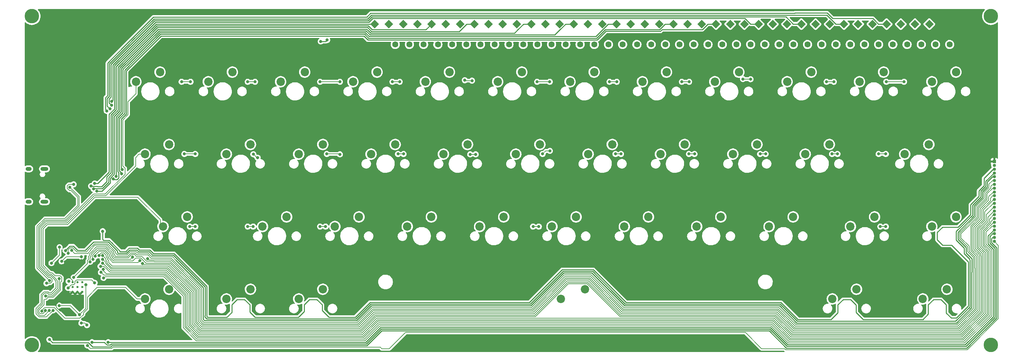
<source format=gbl>
G04 #@! TF.GenerationSoftware,KiCad,Pcbnew,(6.0.4)*
G04 #@! TF.CreationDate,2022-06-01T02:41:54-07:00*
G04 #@! TF.ProjectId,ditto,64697474-6f2e-46b6-9963-61645f706362,rev?*
G04 #@! TF.SameCoordinates,Original*
G04 #@! TF.FileFunction,Copper,L2,Bot*
G04 #@! TF.FilePolarity,Positive*
%FSLAX46Y46*%
G04 Gerber Fmt 4.6, Leading zero omitted, Abs format (unit mm)*
G04 Created by KiCad (PCBNEW (6.0.4)) date 2022-06-01 02:41:54*
%MOMM*%
%LPD*%
G01*
G04 APERTURE LIST*
G04 Aperture macros list*
%AMHorizOval*
0 Thick line with rounded ends*
0 $1 width*
0 $2 $3 position (X,Y) of the first rounded end (center of the circle)*
0 $4 $5 position (X,Y) of the second rounded end (center of the circle)*
0 Add line between two ends*
20,1,$1,$2,$3,$4,$5,0*
0 Add two circle primitives to create the rounded ends*
1,1,$1,$2,$3*
1,1,$1,$4,$5*%
%AMRotRect*
0 Rectangle, with rotation*
0 The origin of the aperture is its center*
0 $1 length*
0 $2 width*
0 $3 Rotation angle, in degrees counterclockwise*
0 Add horizontal line*
21,1,$1,$2,0,0,$3*%
G04 Aperture macros list end*
G04 #@! TA.AperFunction,ComponentPad*
%ADD10C,2.200000*%
G04 #@! TD*
G04 #@! TA.AperFunction,ComponentPad*
%ADD11RotRect,1.600000X1.600000X315.000000*%
G04 #@! TD*
G04 #@! TA.AperFunction,ComponentPad*
%ADD12HorizOval,1.600000X0.000000X0.000000X0.000000X0.000000X0*%
G04 #@! TD*
G04 #@! TA.AperFunction,ComponentPad*
%ADD13R,0.850000X0.850000*%
G04 #@! TD*
G04 #@! TA.AperFunction,ComponentPad*
%ADD14O,0.850000X0.850000*%
G04 #@! TD*
G04 #@! TA.AperFunction,ComponentPad*
%ADD15C,0.600000*%
G04 #@! TD*
G04 #@! TA.AperFunction,ComponentPad*
%ADD16C,3.800000*%
G04 #@! TD*
G04 #@! TA.AperFunction,ComponentPad*
%ADD17O,1.600000X1.000000*%
G04 #@! TD*
G04 #@! TA.AperFunction,ComponentPad*
%ADD18O,2.100000X1.000000*%
G04 #@! TD*
G04 #@! TA.AperFunction,ViaPad*
%ADD19C,0.800000*%
G04 #@! TD*
G04 #@! TA.AperFunction,Conductor*
%ADD20C,0.200000*%
G04 #@! TD*
G04 #@! TA.AperFunction,Conductor*
%ADD21C,0.250000*%
G04 #@! TD*
G04 APERTURE END LIST*
D10*
X219950000Y-154000000D03*
X213600000Y-156540000D03*
X200900000Y-154000000D03*
X194550000Y-156540000D03*
X234237500Y-134950000D03*
X227887500Y-137490000D03*
D11*
X206750216Y-122305924D03*
D12*
X212138370Y-127694078D03*
D10*
X250906250Y-192100000D03*
X244556250Y-194640000D03*
D11*
X330279125Y-122305924D03*
D12*
X335667279Y-127694078D03*
D11*
X199263616Y-122305924D03*
D12*
X204651770Y-127694078D03*
D11*
X315305924Y-122305924D03*
D12*
X320694078Y-127694078D03*
D11*
X334022425Y-122305924D03*
D12*
X339410579Y-127694078D03*
D10*
X215187500Y-134950000D03*
X208837500Y-137490000D03*
X239000000Y-154000000D03*
X232650000Y-156540000D03*
X348537500Y-134950000D03*
X342187500Y-137490000D03*
X329487500Y-134950000D03*
X323137500Y-137490000D03*
D11*
X292846122Y-122305924D03*
D12*
X298234276Y-127694078D03*
D11*
X262899720Y-122305924D03*
D12*
X268287874Y-127694078D03*
D11*
X337765725Y-122305924D03*
D12*
X343153879Y-127694078D03*
D11*
X326535825Y-122305924D03*
D12*
X331923979Y-127694078D03*
D11*
X277872921Y-122305924D03*
D12*
X283261075Y-127694078D03*
D11*
X341509026Y-122305924D03*
D12*
X346897180Y-127694078D03*
D11*
X229210018Y-122305924D03*
D12*
X234598172Y-127694078D03*
D10*
X162800000Y-192100000D03*
X156450000Y-194640000D03*
D11*
X266643020Y-122305924D03*
D12*
X272031174Y-127694078D03*
D10*
X141368750Y-154000000D03*
X135018750Y-156540000D03*
D13*
X358625000Y-158500000D03*
D14*
X358625000Y-159500000D03*
X358625000Y-160500000D03*
X358625000Y-161500000D03*
X358625000Y-162500000D03*
X358625000Y-163500000D03*
X358625000Y-164500000D03*
X358625000Y-165500000D03*
X358625000Y-166500000D03*
X358625000Y-167500000D03*
X358625000Y-168500000D03*
X358625000Y-169500000D03*
X358625000Y-170500000D03*
X358625000Y-171500000D03*
X358625000Y-172500000D03*
X358625000Y-173500000D03*
X358625000Y-174500000D03*
X358625000Y-175500000D03*
X358625000Y-176500000D03*
X358625000Y-177500000D03*
X358625000Y-178500000D03*
X358625000Y-179500000D03*
D11*
X307819323Y-122305924D03*
D12*
X313207477Y-127694078D03*
D11*
X251669819Y-122305924D03*
D12*
X257057973Y-127694078D03*
D10*
X210425000Y-173050000D03*
X204075000Y-175590000D03*
D15*
X117250000Y-190225000D03*
X118525000Y-190225000D03*
X117250000Y-191500000D03*
X115975000Y-191500000D03*
X117250000Y-192775000D03*
X115975000Y-192775000D03*
X118525000Y-192775000D03*
X115975000Y-190225000D03*
X118525000Y-191500000D03*
D11*
X217980117Y-122305924D03*
D12*
X223368271Y-127694078D03*
D11*
X232953318Y-122305924D03*
D12*
X238341472Y-127694078D03*
D10*
X305675000Y-173050000D03*
X299325000Y-175590000D03*
D11*
X322792524Y-122305924D03*
D12*
X328180678Y-127694078D03*
D11*
X203006916Y-122305924D03*
D12*
X208395070Y-127694078D03*
D10*
X286625000Y-173050000D03*
X280275000Y-175590000D03*
X341393750Y-154000000D03*
X335043750Y-156540000D03*
D11*
X285359522Y-122305924D03*
D12*
X290747676Y-127694078D03*
D11*
X247926519Y-122305924D03*
D12*
X253314673Y-127694078D03*
D10*
X253287500Y-134950000D03*
X246937500Y-137490000D03*
X141368750Y-192100000D03*
X135018750Y-194640000D03*
X348537500Y-173050000D03*
X342187500Y-175590000D03*
X196137500Y-134950000D03*
X189787500Y-137490000D03*
D11*
X304076023Y-122305924D03*
D12*
X309464177Y-127694078D03*
D10*
X158037500Y-134950000D03*
X151687500Y-137490000D03*
X315200000Y-154000000D03*
X308850000Y-156540000D03*
D11*
X214236817Y-122305924D03*
D12*
X219624971Y-127694078D03*
D11*
X281616221Y-122305924D03*
D12*
X287004375Y-127694078D03*
D10*
X162800000Y-154000000D03*
X156450000Y-156540000D03*
D11*
X296589422Y-122305924D03*
D12*
X301977576Y-127694078D03*
D11*
X240439918Y-122305924D03*
D12*
X245828072Y-127694078D03*
D16*
X357750000Y-206750000D03*
D11*
X236696618Y-122305924D03*
D12*
X242084772Y-127694078D03*
D10*
X327106250Y-173050000D03*
X320756250Y-175590000D03*
D11*
X270386321Y-122305924D03*
D12*
X275774475Y-127694078D03*
D10*
X296150000Y-154000000D03*
X289800000Y-156540000D03*
X346156250Y-192100000D03*
X339806250Y-194640000D03*
X229475000Y-173050000D03*
X223125000Y-175590000D03*
X248525000Y-173050000D03*
X242175000Y-175590000D03*
D11*
X274129621Y-122305924D03*
D12*
X279517775Y-127694078D03*
D11*
X300332723Y-122305924D03*
D12*
X305720877Y-127694078D03*
D10*
X322343750Y-192100000D03*
X315993750Y-194640000D03*
X172325000Y-173050000D03*
X165975000Y-175590000D03*
D11*
X289102822Y-122305924D03*
D12*
X294490976Y-127694078D03*
D10*
X272337500Y-134950000D03*
X265987500Y-137490000D03*
D11*
X195520315Y-122305924D03*
D12*
X200908469Y-127694078D03*
D10*
X146131250Y-173050000D03*
X139781250Y-175590000D03*
D11*
X210493516Y-122305924D03*
D12*
X215881670Y-127694078D03*
D10*
X191375000Y-173050000D03*
X185025000Y-175590000D03*
D11*
X311562623Y-122305924D03*
D12*
X316950777Y-127694078D03*
D10*
X277100000Y-154000000D03*
X270750000Y-156540000D03*
X267575000Y-173050000D03*
X261225000Y-175590000D03*
D11*
X319049224Y-122305924D03*
D12*
X324437378Y-127694078D03*
D10*
X177087500Y-134950000D03*
X170737500Y-137490000D03*
D11*
X259156420Y-122305924D03*
D12*
X264544574Y-127694078D03*
D10*
X291387500Y-134950000D03*
X285037500Y-137490000D03*
X258050000Y-154000000D03*
X251700000Y-156540000D03*
D11*
X255413120Y-122305924D03*
D12*
X260801274Y-127694078D03*
D11*
X221723417Y-122305924D03*
D12*
X227111571Y-127694078D03*
D10*
X181850000Y-154000000D03*
X175500000Y-156540000D03*
D11*
X244183219Y-122305924D03*
D12*
X249571373Y-127694078D03*
D10*
X181850000Y-192100000D03*
X175500000Y-194640000D03*
X138987500Y-134950000D03*
X132637500Y-137490000D03*
X310437500Y-134950000D03*
X304087500Y-137490000D03*
D11*
X225466717Y-122305924D03*
D12*
X230854871Y-127694078D03*
D16*
X357750000Y-120250000D03*
X105250000Y-206750000D03*
X105250000Y-120250000D03*
D17*
X104390000Y-160430000D03*
X104390000Y-169070000D03*
D18*
X108570000Y-169070000D03*
X108570000Y-160430000D03*
D19*
X119200000Y-151700000D03*
X119200000Y-155500000D03*
X119200000Y-159300000D03*
X121780000Y-190399500D03*
X108910000Y-193860000D03*
X112399096Y-189273119D03*
X114783762Y-191765266D03*
X114069733Y-184884441D03*
X118600000Y-200000000D03*
X118260000Y-184540000D03*
X110600000Y-186910000D03*
X112500000Y-162500000D03*
X147500000Y-126520058D03*
X115000000Y-204000000D03*
X112250000Y-167750000D03*
X113550000Y-197840000D03*
X119780516Y-203514084D03*
X111000000Y-161000000D03*
X108750000Y-204880000D03*
X123110000Y-193400000D03*
X119350000Y-175940000D03*
X125471043Y-192552565D03*
X110750000Y-169250000D03*
X110820000Y-180910000D03*
X125460000Y-197700000D03*
X112781919Y-187814769D03*
X108849500Y-191750000D03*
X110410000Y-185230000D03*
X118260000Y-183540497D03*
X118292419Y-201029078D03*
X113078775Y-184754029D03*
X114950000Y-190030000D03*
X119873924Y-206902636D03*
X117796139Y-198800000D03*
X112400000Y-196400000D03*
X112540000Y-181050000D03*
X119760000Y-201540000D03*
X119449500Y-190879012D03*
X181315422Y-126884578D03*
X182990020Y-126509980D03*
X109870000Y-205350000D03*
X125350000Y-206049500D03*
X123910980Y-176840000D03*
X124121915Y-189131097D03*
X114851461Y-182610000D03*
X115712137Y-181843614D03*
X133660000Y-184559500D03*
X121940000Y-183420000D03*
X135749872Y-184030628D03*
X116254332Y-188999877D03*
X121353209Y-184241032D03*
X134360000Y-185312423D03*
X120587125Y-184882997D03*
X131780000Y-183680000D03*
X122913403Y-183175507D03*
X123910980Y-183237511D03*
X123910980Y-184237014D03*
X123910980Y-185236517D03*
X123337700Y-186055267D03*
X124020167Y-186837038D03*
X123440000Y-187660000D03*
X121789249Y-164264764D03*
X120858117Y-164950453D03*
X121503365Y-165713775D03*
X122312900Y-166300000D03*
X127400000Y-162400000D03*
X126693245Y-163106755D03*
X128849011Y-161700000D03*
X129023540Y-160600000D03*
X109116737Y-190535126D03*
X115250000Y-165250000D03*
X109867151Y-189800500D03*
X116250000Y-164500000D03*
X126271840Y-142700000D03*
X126200500Y-143708702D03*
X125800980Y-144632121D03*
X124964391Y-145179043D03*
X221124020Y-137200000D03*
X202074020Y-137500000D03*
X292475500Y-136800000D03*
X241598531Y-137500000D03*
X259224020Y-137500000D03*
X181125500Y-137500000D03*
X110817878Y-197657122D03*
X147013540Y-137500000D03*
X219225500Y-137100000D03*
X144665500Y-137500000D03*
X330187511Y-137500000D03*
X294449219Y-136824620D03*
X278274020Y-137500000D03*
X316374020Y-137500000D03*
X186339021Y-137500000D03*
X276375500Y-137500000D03*
X314475500Y-137500000D03*
X162075500Y-137500000D03*
X164002359Y-137500000D03*
X334875561Y-137500000D03*
X257325500Y-137500000D03*
X200175500Y-137500000D03*
X238275500Y-137500000D03*
X148280261Y-156500000D03*
X278250500Y-156500000D03*
X258900500Y-156500000D03*
X164682299Y-157482299D03*
X145406750Y-156500000D03*
X201650500Y-156500000D03*
X260349500Y-156500000D03*
X239700011Y-156500000D03*
X279699500Y-156500000D03*
X298424500Y-156500000D03*
X109818376Y-197656129D03*
X182905500Y-156500000D03*
X222100000Y-156600000D03*
X330074020Y-156500000D03*
X328175500Y-156500000D03*
X241611474Y-155686876D03*
X186339021Y-156600000D03*
X296975500Y-156500000D03*
X220650011Y-156600000D03*
X317349011Y-156500000D03*
X315900000Y-156500000D03*
X163557701Y-156557701D03*
X203099500Y-156500000D03*
X238700000Y-175600000D03*
X330074020Y-175600000D03*
X148280261Y-175600000D03*
X237200500Y-175600000D03*
X181125500Y-175600000D03*
X146831261Y-175600000D03*
X163524500Y-175600000D03*
X182574500Y-175600000D03*
X162075500Y-175600000D03*
X108820732Y-197717055D03*
X328625020Y-175600000D03*
X107827784Y-197831328D03*
X114112634Y-181936844D03*
X121070000Y-206049500D03*
D20*
X116574511Y-190549305D02*
X116574511Y-190052651D01*
X116574511Y-190052651D02*
X117001673Y-189625489D01*
X115648539Y-190900489D02*
X116223327Y-190900489D01*
X112399096Y-192100904D02*
X112399096Y-189273119D01*
X110640000Y-193860000D02*
X112399096Y-192100904D01*
X108910000Y-193860000D02*
X110640000Y-193860000D01*
X121005989Y-189625489D02*
X121780000Y-190399500D01*
X117001673Y-189625489D02*
X121005989Y-189625489D01*
X116223327Y-190900489D02*
X116574511Y-190549305D01*
X114783762Y-191765266D02*
X115648539Y-190900489D01*
X113550000Y-197840000D02*
X112655006Y-197840000D01*
X115035741Y-192775000D02*
X115975000Y-192775000D01*
X115975000Y-190225000D02*
X115975000Y-189800736D01*
X115975000Y-189800736D02*
X114069733Y-187895469D01*
X114069733Y-187895469D02*
X114069733Y-184884441D01*
X111700489Y-196110252D02*
X115035741Y-192775000D01*
X112655006Y-197840000D02*
X111700489Y-196885483D01*
X111700489Y-196885483D02*
X111700489Y-196110252D01*
X114292307Y-183540497D02*
X113078775Y-184754029D01*
X119873924Y-206902636D02*
X120631288Y-207660000D01*
X112540000Y-181050000D02*
X112540000Y-183100000D01*
X119449500Y-197146639D02*
X119449500Y-190879012D01*
X118292419Y-201029078D02*
X119249078Y-201029078D01*
X196996584Y-207373060D02*
X197393045Y-207769521D01*
X359694520Y-195614520D02*
X359694520Y-180569520D01*
X303688488Y-207984519D02*
X351525843Y-207984519D01*
X303473969Y-207770000D02*
X303688488Y-207984519D01*
X126255098Y-207660000D02*
X126542038Y-207373060D01*
X126542038Y-207373060D02*
X196996584Y-207373060D01*
X359700000Y-199810362D02*
X359700000Y-195620000D01*
X112400000Y-196400000D02*
X115396139Y-196400000D01*
X297393524Y-207770000D02*
X303473969Y-207770000D01*
X117796139Y-198800000D02*
X119449500Y-197146639D01*
X203638977Y-203469999D02*
X293093523Y-203469999D01*
X112540000Y-183100000D02*
X110410000Y-185230000D01*
X197393045Y-207769521D02*
X199339455Y-207769521D01*
X120631288Y-207660000D02*
X126255098Y-207660000D01*
X351525843Y-207984519D02*
X359700000Y-199810362D01*
X199339455Y-207769521D02*
X203638977Y-203469999D01*
X119249078Y-201029078D02*
X119760000Y-201540000D01*
X359694520Y-180569520D02*
X358625000Y-179500000D01*
X115396139Y-196400000D02*
X117796139Y-198800000D01*
X359700000Y-195620000D02*
X359694520Y-195614520D01*
X118260000Y-183540497D02*
X114292307Y-183540497D01*
X293093523Y-203469999D02*
X297393524Y-207770000D01*
D21*
X109870000Y-205350000D02*
X110680000Y-206160000D01*
X193479629Y-206948540D02*
X197382690Y-203045479D01*
X351350000Y-207560000D02*
X359270000Y-199640000D01*
X359270000Y-181204970D02*
X357875489Y-179810459D01*
X357875489Y-179810459D02*
X357875489Y-178804511D01*
X126366197Y-206948540D02*
X193479629Y-206948540D01*
X126091206Y-207223531D02*
X126366197Y-206948540D01*
X358180000Y-178500000D02*
X358625000Y-178500000D01*
X197382690Y-203045479D02*
X299349810Y-203045479D01*
X181315422Y-126884578D02*
X182615422Y-126884578D01*
X357875489Y-178804511D02*
X358180000Y-178500000D01*
X121219417Y-207223531D02*
X126091206Y-207223531D01*
X303864331Y-207560000D02*
X351350000Y-207560000D01*
X182615422Y-126884578D02*
X182990020Y-126509980D01*
X110680000Y-206160000D02*
X120155886Y-206160000D01*
X299349810Y-203045479D02*
X303864331Y-207560000D01*
X120155886Y-206160000D02*
X121219417Y-207223531D01*
X359270000Y-199640000D02*
X359270000Y-181204970D01*
X193107233Y-206049500D02*
X197010296Y-202146439D01*
X350977604Y-206660960D02*
X358370960Y-199267604D01*
X358370960Y-181577366D02*
X356976449Y-180182853D01*
X304236727Y-206660960D02*
X350977604Y-206660960D01*
X299722205Y-202146439D02*
X304236727Y-206660960D01*
X358370960Y-199267604D02*
X358370960Y-181577366D01*
X358544282Y-176500000D02*
X358625000Y-176500000D01*
X125350000Y-206049500D02*
X193107233Y-206049500D01*
X197010296Y-202146439D02*
X299722205Y-202146439D01*
X356976449Y-180182853D02*
X356976449Y-178067833D01*
X356976449Y-178067833D02*
X358544282Y-176500000D01*
X253061249Y-186929814D02*
X259824003Y-193692568D01*
X315670000Y-200058255D02*
X317429229Y-198299026D01*
X343610000Y-179100581D02*
X343610000Y-177159419D01*
X354561593Y-167671593D02*
X354561593Y-166156599D01*
X161243560Y-194805479D02*
X162650000Y-196211919D01*
X176935479Y-197974521D02*
X176935479Y-196196440D01*
X124160480Y-179200480D02*
X125596197Y-179200480D01*
X181684521Y-197704521D02*
X183437180Y-199457180D01*
X351778640Y-184930000D02*
X347353161Y-180504521D01*
X343610000Y-177159419D02*
X345013940Y-175755479D01*
X194279671Y-195554121D02*
X236263333Y-195554121D01*
X142694556Y-182707402D02*
X143206557Y-183219404D01*
X176935479Y-196196440D02*
X178326440Y-194805479D01*
X129938658Y-182165991D02*
X130182325Y-181922324D01*
X317429229Y-198299026D02*
X317429229Y-196196440D01*
X355906440Y-164811752D02*
X355906440Y-162883560D01*
X190376610Y-199457180D02*
X194279671Y-195554121D01*
X347353161Y-180504521D02*
X345013940Y-180504521D01*
X162650000Y-196211919D02*
X162650000Y-198090000D01*
X133513480Y-181787400D02*
X136296991Y-181787402D01*
X302452836Y-195554128D02*
X306956965Y-200058255D01*
X259824003Y-193705998D02*
X261672133Y-195554128D01*
X151512898Y-199457180D02*
X156591859Y-199457180D01*
X123910980Y-178950980D02*
X124160480Y-179200480D01*
X317429229Y-196196440D02*
X318820190Y-194805479D01*
X180293560Y-194805479D02*
X181684521Y-196196440D01*
X156591859Y-199457180D02*
X157885479Y-198163560D01*
X159276440Y-194805479D02*
X161243560Y-194805479D01*
X164017180Y-199457180D02*
X175452820Y-199457180D01*
X351778640Y-196536980D02*
X351778640Y-184930000D01*
X128561709Y-182165991D02*
X129938658Y-182165991D01*
X151288560Y-199232842D02*
X151512898Y-199457180D01*
X324128255Y-200058255D02*
X339840000Y-200058255D01*
X306956965Y-200058255D02*
X315670000Y-200058255D01*
X236263333Y-195554121D02*
X244887644Y-186929814D01*
X339840000Y-200058255D02*
X341241729Y-198656526D01*
X354561593Y-166156599D02*
X355906440Y-164811752D01*
X259824003Y-193692568D02*
X259824003Y-193705998D01*
X123910980Y-176840000D02*
X123910980Y-178950980D01*
X347280000Y-199650000D02*
X348665620Y-199650000D01*
X151288560Y-191301409D02*
X151288560Y-199232842D01*
X345990771Y-196196440D02*
X345990771Y-198360771D01*
X355906440Y-162883560D02*
X358290000Y-160500000D01*
X322230000Y-196248169D02*
X322230000Y-198160000D01*
X342632690Y-194805479D02*
X344599810Y-194805479D01*
X244887644Y-186929814D02*
X253061249Y-186929814D01*
X349116611Y-175755479D02*
X352419350Y-172452740D01*
X162650000Y-198090000D02*
X164017180Y-199457180D01*
X126217859Y-179822141D02*
X128561709Y-182165991D01*
X345013940Y-175755479D02*
X349116611Y-175755479D01*
X358290000Y-160500000D02*
X358625000Y-160500000D01*
X352419350Y-169813835D02*
X354561593Y-167671593D01*
X136296991Y-181787402D02*
X137216991Y-182707402D01*
X341241729Y-198656526D02*
X341241729Y-196196440D01*
X261672133Y-195554128D02*
X302452836Y-195554128D01*
X157885479Y-196196440D02*
X159276440Y-194805479D01*
X130797243Y-181307409D02*
X131521321Y-181307410D01*
X125596197Y-179200480D02*
X126217859Y-179822141D01*
X143206557Y-183219404D02*
X151288560Y-191301409D01*
X348665620Y-199650000D02*
X351778640Y-196536980D01*
X157885479Y-198163560D02*
X157885479Y-196196440D01*
X131521321Y-181307410D02*
X133033490Y-181307410D01*
X345990771Y-198360771D02*
X347280000Y-199650000D01*
X341241729Y-196196440D02*
X342632690Y-194805479D01*
X175452820Y-199457180D02*
X176935479Y-197974521D01*
X352419350Y-172452740D02*
X352419350Y-169813835D01*
X345013940Y-180504521D02*
X343610000Y-179100581D01*
X133033490Y-181307410D02*
X133513480Y-181787400D01*
X318820190Y-194805479D02*
X320787310Y-194805479D01*
X178326440Y-194805479D02*
X180293560Y-194805479D01*
X137216991Y-182707402D02*
X142694556Y-182707402D01*
X181684521Y-196196440D02*
X181684521Y-197704521D01*
X183437180Y-199457180D02*
X190376610Y-199457180D01*
X320787310Y-194805479D02*
X322230000Y-196248169D01*
X130182325Y-181922324D02*
X130797243Y-181307409D01*
X322230000Y-198160000D02*
X324128255Y-200058255D01*
X344599810Y-194805479D02*
X345990771Y-196196440D01*
D20*
X304412568Y-206236440D02*
X350801762Y-206236440D01*
X124443012Y-188810000D02*
X140057959Y-188810000D01*
X140057959Y-188810000D02*
X145108271Y-193860312D01*
X148514980Y-205624980D02*
X192931391Y-205624980D01*
X145108271Y-193860312D02*
X145108271Y-202218271D01*
X299898048Y-201721920D02*
X304412568Y-206236440D01*
X196834452Y-201721920D02*
X299898048Y-201721920D01*
X356460000Y-180266768D02*
X356460000Y-177063960D01*
X145108271Y-202218271D02*
X148514980Y-205624980D01*
X356460000Y-177063960D02*
X358023960Y-175500000D01*
X358023960Y-175500000D02*
X358625000Y-175500000D01*
X357946440Y-181753208D02*
X356460000Y-180266768D01*
X350801762Y-206236440D02*
X357946440Y-199091762D01*
X124121915Y-189131097D02*
X124443012Y-188810000D01*
X192931391Y-205624980D02*
X196834452Y-201721920D01*
X357946440Y-199091762D02*
X357946440Y-181753208D01*
X114851461Y-182610000D02*
X114851461Y-181715031D01*
D21*
X150389520Y-191673803D02*
X150389520Y-193740000D01*
X353318390Y-172825136D02*
X353318390Y-170186231D01*
X348629761Y-200957295D02*
X352677680Y-196909376D01*
X143119520Y-184403802D02*
X150389520Y-191673803D01*
D20*
X116001885Y-181144103D02*
X116518262Y-181660480D01*
X121714594Y-180140880D02*
X125193642Y-180140880D01*
D21*
X351226921Y-181141169D02*
X349053939Y-178968186D01*
X355505954Y-166483673D02*
X356805480Y-165184146D01*
X353318390Y-170186231D02*
X355505954Y-167998666D01*
D20*
X136854951Y-183581442D02*
X142297160Y-183581442D01*
D21*
X150697366Y-200356220D02*
X190749005Y-200356220D01*
X150389520Y-193740000D02*
X150382120Y-193747400D01*
X358160000Y-162500000D02*
X358625000Y-162500000D01*
D20*
X142297160Y-183581442D02*
X143119520Y-184403802D01*
X127262323Y-182540536D02*
X127761818Y-183040031D01*
X127262324Y-182209562D02*
X127262323Y-182540536D01*
X118050000Y-182270480D02*
X119609520Y-182270480D01*
X125193642Y-180140880D02*
X126411382Y-181358618D01*
D21*
X190749005Y-200356220D02*
X194652065Y-196453161D01*
D20*
X116518262Y-181660480D02*
X117128262Y-182270480D01*
D21*
X356805480Y-163854520D02*
X358160000Y-162500000D01*
D20*
X133151440Y-182661440D02*
X135934950Y-182661441D01*
X130300698Y-183040031D02*
X131159280Y-182181449D01*
X115422389Y-181144103D02*
X116001885Y-181144103D01*
D21*
X254080000Y-189233431D02*
X261299737Y-196453168D01*
X306584569Y-200957295D02*
X348629761Y-200957295D01*
X355505954Y-167998666D02*
X355505954Y-166483673D01*
X254080000Y-189220000D02*
X254080000Y-189233431D01*
X351226920Y-182559037D02*
X351226921Y-181141169D01*
X150382120Y-200040974D02*
X150697366Y-200356220D01*
X194652065Y-196453161D02*
X236635729Y-196453161D01*
X352677680Y-187640000D02*
X352697883Y-187619797D01*
X352697883Y-187619797D02*
X352697883Y-184030000D01*
X352677680Y-196909376D02*
X352677680Y-187640000D01*
X236635729Y-196453161D02*
X245260038Y-187828854D01*
D20*
X114851461Y-181715031D02*
X115422389Y-181144103D01*
X135934950Y-182661441D02*
X136854951Y-183581442D01*
D21*
X150382120Y-193747400D02*
X150382120Y-200040974D01*
D20*
X131159280Y-182181449D02*
X132671449Y-182181449D01*
D21*
X349053941Y-177089585D02*
X353318390Y-172825136D01*
D20*
X120095000Y-181785000D02*
X120095000Y-181760474D01*
D21*
X252688854Y-187828854D02*
X254080000Y-189220000D01*
D20*
X132671449Y-182181449D02*
X133151440Y-182661440D01*
D21*
X349053939Y-178968186D02*
X349053941Y-177089585D01*
D20*
X120095000Y-181785000D02*
X120100000Y-181780000D01*
X127761818Y-183040031D02*
X130300698Y-183040031D01*
X120095000Y-181760474D02*
X121714594Y-180140880D01*
D21*
X261299737Y-196453168D02*
X302080440Y-196453168D01*
D20*
X117128262Y-182270480D02*
X118050000Y-182270480D01*
X126411382Y-181358618D02*
X127262324Y-182209562D01*
D21*
X352697883Y-184030000D02*
X351226920Y-182559037D01*
X356805480Y-165184146D02*
X356805480Y-163854520D01*
X302080440Y-196453168D02*
X306584569Y-200957295D01*
D20*
X119609520Y-182270480D02*
X120095000Y-181785000D01*
D21*
X245260038Y-187828854D02*
X252688854Y-187828854D01*
D20*
X353110000Y-183810000D02*
X353110000Y-183696840D01*
X353122403Y-183822403D02*
X353110000Y-183810000D01*
X358190000Y-163500000D02*
X358625000Y-163500000D01*
X136689463Y-183980960D02*
X137870001Y-183980962D01*
X149905678Y-191870624D02*
X149905679Y-193990000D01*
X348826315Y-201431815D02*
X353152200Y-197105930D01*
X353152200Y-187010000D02*
X353122402Y-186980202D01*
X130466184Y-183439551D02*
X131324766Y-182580969D01*
X121880079Y-180540401D02*
X125028160Y-180540400D01*
X353122403Y-186314715D02*
X353122403Y-183822403D01*
X132955486Y-183060960D02*
X135769463Y-183060960D01*
X142016016Y-183980962D02*
X149905678Y-191870624D01*
X126862804Y-182375047D02*
X126862803Y-182790000D01*
X126862803Y-182790000D02*
X127101603Y-183028800D01*
X357230000Y-165359988D02*
X357230000Y-164460000D01*
X353742910Y-171930000D02*
X353742912Y-170362070D01*
X127101603Y-183028800D02*
X127101603Y-183303540D01*
X353742912Y-170362070D02*
X355930474Y-168174508D01*
X252478870Y-188303375D02*
X261103181Y-196927686D01*
X149905679Y-193990000D02*
X149957600Y-194041921D01*
X353152200Y-197105930D02*
X353152200Y-187010000D01*
X119974993Y-182670000D02*
X120760000Y-181884993D01*
X349478459Y-178792345D02*
X349478460Y-177265428D01*
X190945559Y-200830740D02*
X194848617Y-196927682D01*
X127237614Y-183439551D02*
X130466184Y-183439551D01*
X306388015Y-201431815D02*
X348826315Y-201431815D01*
X355930474Y-168174508D02*
X355930475Y-166659513D01*
X353110000Y-183696840D02*
X351651440Y-182238280D01*
X351651440Y-180965326D02*
X349478459Y-178792345D01*
X135769463Y-183060960D02*
X136689463Y-183980960D01*
X137870001Y-183980962D02*
X142016016Y-183980962D01*
X236832283Y-196927681D02*
X245456589Y-188303375D01*
X301883889Y-196927689D02*
X306388015Y-201431815D01*
X149957601Y-200216817D02*
X150571524Y-200830740D01*
X132475496Y-182580970D02*
X132955486Y-183060960D01*
X349478460Y-177265428D02*
X353742910Y-173000978D01*
X194848617Y-196927682D02*
X236832283Y-196927681D01*
X115712137Y-181843614D02*
X116538523Y-182670000D01*
X127101603Y-183303540D02*
X127237614Y-183439551D01*
X150571524Y-200830740D02*
X190945559Y-200830740D01*
X116538523Y-182670000D02*
X119974993Y-182670000D01*
X149957600Y-194041921D02*
X149957601Y-200216817D01*
X261103181Y-196927686D02*
X301883889Y-196927689D01*
X355930475Y-166659513D02*
X357230000Y-165359988D01*
X131324766Y-182580969D02*
X132475496Y-182580970D01*
X353742910Y-173000978D02*
X353742910Y-171930000D01*
X125473879Y-180986122D02*
X126628771Y-182141012D01*
X115712137Y-181843614D02*
X115928523Y-182060000D01*
X357230000Y-164460000D02*
X358190000Y-163500000D01*
X126628771Y-182141012D02*
X126862804Y-182375047D01*
X245456589Y-188303375D02*
X252478870Y-188303375D01*
X351651440Y-182238280D02*
X351651440Y-180965326D01*
X125028160Y-180540400D02*
X125473879Y-180986122D01*
X120760000Y-181660480D02*
X121880079Y-180540401D01*
X353122402Y-186980202D02*
X353122403Y-186314715D01*
X120760000Y-181884993D02*
X120760000Y-181660480D01*
X356329994Y-168339994D02*
X356329994Y-166825000D01*
X150335326Y-201230260D02*
X191111045Y-201230260D01*
X121940000Y-183420000D02*
X121940000Y-183159651D01*
X125231741Y-183428260D02*
X125503525Y-183700044D01*
X191111045Y-201230260D02*
X195014104Y-197327201D01*
X349877979Y-178626859D02*
X349877979Y-177430915D01*
X149508080Y-200403014D02*
X150335326Y-201230260D01*
X354142431Y-170527557D02*
X356329994Y-168339994D01*
X141326158Y-184413842D02*
X141883890Y-184413842D01*
X149506159Y-195200000D02*
X149508079Y-195201920D01*
X125231741Y-183004007D02*
X125231741Y-183428260D01*
X352050960Y-182072794D02*
X352050960Y-180799840D01*
X357680000Y-165474994D02*
X357680000Y-165030000D01*
X135749872Y-184030628D02*
X136099724Y-184380480D01*
X353551720Y-186510000D02*
X353521922Y-186480202D01*
X126561155Y-185037630D02*
X131890000Y-185037631D01*
X349877979Y-177430915D02*
X354142430Y-173166464D01*
X136099724Y-184380480D02*
X137270000Y-184380480D01*
X268850004Y-197327206D02*
X301718402Y-197327208D01*
X131890000Y-185037631D02*
X133181869Y-185037631D01*
X356329994Y-166825000D02*
X357680000Y-165474994D01*
X353521922Y-186480202D02*
X353521922Y-183543756D01*
X268850001Y-197327203D02*
X268850004Y-197327206D01*
X353551720Y-197271416D02*
X353551720Y-186510000D01*
X195014104Y-197327201D02*
X236997769Y-197327201D01*
X125503525Y-183700044D02*
X125503525Y-183980000D01*
X301718402Y-197327208D02*
X306222529Y-201831335D01*
X149506159Y-192036111D02*
X149506159Y-195200000D01*
X358210000Y-164500000D02*
X358625000Y-164500000D01*
X141883890Y-184413842D02*
X149506159Y-192036111D01*
X306222529Y-201831335D02*
X348991801Y-201831335D01*
X137270000Y-184380480D02*
X137876639Y-184380481D01*
X124366215Y-182138481D02*
X125231741Y-183004007D01*
X133181869Y-185037631D02*
X133660000Y-184559500D01*
X352050960Y-180799840D02*
X349877979Y-178626859D01*
X357680000Y-165030000D02*
X358210000Y-164500000D01*
X354142430Y-173166464D02*
X354142431Y-170527557D01*
X348991801Y-201831335D02*
X353551720Y-197271416D01*
X122961171Y-182138480D02*
X124366215Y-182138481D01*
X125503525Y-183980000D02*
X125873564Y-184350039D01*
X137910000Y-184413842D02*
X141326158Y-184413842D01*
X149508079Y-195201920D02*
X149508080Y-200403014D01*
X252313383Y-188702894D02*
X260937691Y-197327202D01*
X353521922Y-183543756D02*
X352050960Y-182072794D01*
X141326158Y-184413842D02*
X141330000Y-184410000D01*
X125873564Y-184350039D02*
X126561155Y-185037630D01*
X260937691Y-197327202D02*
X268850001Y-197327203D01*
X121940000Y-183159651D02*
X122961171Y-182138480D01*
X137876639Y-184380481D02*
X137910000Y-184413842D01*
X236997769Y-197327201D02*
X245622076Y-188702894D01*
X245622076Y-188702894D02*
X252313383Y-188702894D01*
X358220000Y-165500000D02*
X358625000Y-165500000D01*
X353951240Y-186328760D02*
X353921441Y-186298961D01*
X301552915Y-197726727D02*
X306057043Y-202230855D01*
X135510000Y-184780000D02*
X137460000Y-184780000D01*
X306057043Y-202230855D02*
X349157287Y-202230855D01*
X237163255Y-197726721D02*
X245787563Y-189102413D01*
X352450480Y-181907308D02*
X352450481Y-175423419D01*
X245787563Y-189102413D02*
X252147896Y-189102413D01*
X120175432Y-184305431D02*
X120175432Y-183540531D01*
X126702084Y-183469026D02*
X127072124Y-183839070D01*
X134190480Y-183460480D02*
X135510000Y-184780000D01*
X149106639Y-195390000D02*
X149108559Y-195391920D01*
X354541950Y-173331950D02*
X354541950Y-170693044D01*
X149108559Y-195391920D02*
X149108560Y-200568500D01*
X141718403Y-184813361D02*
X149106639Y-192201597D01*
X137493362Y-184813362D02*
X141718403Y-184813361D01*
X131490252Y-182980489D02*
X132310009Y-182980489D01*
X120882861Y-182327138D02*
X120913591Y-182327138D01*
X356730480Y-166989520D02*
X358220000Y-165500000D01*
X356730480Y-168504514D02*
X356730480Y-166989520D01*
X137460000Y-184780000D02*
X137493362Y-184813362D01*
X262170000Y-197726722D02*
X301552915Y-197726727D01*
X200050000Y-197726721D02*
X237163255Y-197726721D01*
X120175432Y-183540531D02*
X120421639Y-183294324D01*
X353951240Y-197436902D02*
X353951240Y-186328760D01*
X116254332Y-188999877D02*
X119887614Y-185366595D01*
X349157287Y-202230855D02*
X353951240Y-197436902D01*
X149108560Y-200568500D02*
X150169840Y-201629780D01*
X126463283Y-182964784D02*
X126702084Y-183203585D01*
X124862672Y-180939920D02*
X125096709Y-181173958D01*
X149106639Y-192201597D02*
X149106639Y-195390000D01*
X126702084Y-183203585D02*
X126702084Y-183469026D01*
X150169840Y-201629780D02*
X191276531Y-201629780D01*
X119887614Y-184593249D02*
X120175432Y-184305431D01*
X122300809Y-180939920D02*
X124862672Y-180939920D01*
X119887614Y-185366595D02*
X119887614Y-184593249D01*
X191276531Y-201629780D02*
X195179589Y-197726722D01*
X195179589Y-197726722D02*
X200050000Y-197726721D01*
X252147896Y-189102413D02*
X260772205Y-197726722D01*
X120421639Y-183294324D02*
X120421639Y-182788360D01*
X132790000Y-183460480D02*
X134190480Y-183460480D01*
X260772205Y-197726722D02*
X262170000Y-197726722D01*
X127072124Y-183839070D02*
X130631670Y-183839071D01*
X120913591Y-182327138D02*
X122300809Y-180939920D01*
X125096709Y-181173958D02*
X126463284Y-182540532D01*
X353921441Y-183378269D02*
X352450480Y-181907308D01*
X126463284Y-182540532D02*
X126463283Y-182964784D01*
X354541950Y-170693044D02*
X356730480Y-168504514D01*
X120421639Y-182788360D02*
X120882861Y-182327138D01*
X130631670Y-183839071D02*
X131490252Y-182980489D01*
X353921441Y-186298961D02*
X353921441Y-183378269D01*
X352450481Y-175423419D02*
X354541950Y-173331950D01*
X132310009Y-182980489D02*
X132790000Y-183460480D01*
X195345076Y-198126241D02*
X237328741Y-198126241D01*
X148707119Y-192367083D02*
X148707119Y-195980000D01*
X260606719Y-198126242D02*
X267370000Y-198126243D01*
X251982409Y-189501932D02*
X260606719Y-198126242D01*
X191442017Y-202029300D02*
X195345076Y-198126241D01*
X133980000Y-183860000D02*
X135332883Y-185212883D01*
X141552918Y-185212882D02*
X141630018Y-185289982D01*
X126741154Y-184638110D02*
X131811148Y-184638111D01*
X121353209Y-184241032D02*
X121240489Y-184128312D01*
X150004354Y-202029300D02*
X191442017Y-202029300D01*
X135332883Y-185212883D02*
X141552918Y-185212882D01*
X352850000Y-175588906D02*
X354945334Y-173493572D01*
X354945334Y-170854666D02*
X357130000Y-168670000D01*
X301387428Y-198126246D02*
X305891557Y-202630375D01*
X352850000Y-181741822D02*
X352850000Y-175588906D01*
X148709040Y-200733986D02*
X150004354Y-202029300D01*
X125664244Y-183295757D02*
X125903044Y-183534557D01*
X132589259Y-183860000D02*
X133980000Y-183860000D01*
X121240489Y-184128312D02*
X121240489Y-183130252D01*
X125664244Y-182871504D02*
X125664244Y-183295757D01*
X358380000Y-166500000D02*
X358625000Y-166500000D01*
X148707119Y-195980000D02*
X148709040Y-195981921D01*
X349322773Y-202630375D02*
X354350760Y-197602388D01*
X125903044Y-183800000D02*
X126741154Y-184638110D01*
X354945334Y-173493572D02*
X354945334Y-170854666D01*
X148709040Y-195981921D02*
X148709040Y-200733986D01*
X245953050Y-189501932D02*
X251982409Y-189501932D01*
X357130000Y-168670000D02*
X357130000Y-167750000D01*
X124531702Y-181738962D02*
X125664244Y-182871504D01*
X125903044Y-183534557D02*
X125903044Y-183800000D01*
X305891557Y-202630375D02*
X349322773Y-202630375D01*
X131811148Y-184638111D02*
X132589259Y-183860000D01*
X354350760Y-185450000D02*
X354320960Y-185420200D01*
X354320960Y-185420200D02*
X354320961Y-183212783D01*
X237328741Y-198126241D02*
X245953050Y-189501932D01*
X121240489Y-183130252D02*
X122631781Y-181738960D01*
X141552916Y-185212880D02*
X141630018Y-185289982D01*
X354350760Y-197602388D02*
X354350760Y-185450000D01*
X122631781Y-181738960D02*
X124531702Y-181738962D01*
X267370000Y-198126243D02*
X301387428Y-198126246D01*
X357130000Y-167750000D02*
X358380000Y-166500000D01*
X141630018Y-185289982D02*
X148707119Y-192367083D01*
X354320961Y-183212783D02*
X352850000Y-181741822D01*
X353251921Y-175751991D02*
X355344854Y-173659058D01*
X120840969Y-183440000D02*
X120840970Y-182964765D01*
X134360000Y-185312423D02*
X134360000Y-185370000D01*
X237494227Y-198525761D02*
X246118538Y-189901450D01*
X149838868Y-202428820D02*
X191607503Y-202428820D01*
X354750280Y-183560000D02*
X354720480Y-183530200D01*
X195510562Y-198525761D02*
X237494227Y-198525761D01*
X357600000Y-168160000D02*
X358260000Y-167500000D01*
X349488259Y-203029895D02*
X354750280Y-197767874D01*
X148309520Y-200899472D02*
X149838868Y-202428820D01*
X355344854Y-171040140D02*
X357600000Y-168784994D01*
X126672604Y-184004555D02*
X126906640Y-184238591D01*
X122466295Y-181339440D02*
X124697189Y-181339443D01*
X126302564Y-183369071D02*
X126302564Y-183634514D01*
X305726071Y-203029895D02*
X349488259Y-203029895D01*
X246118538Y-189901450D02*
X250760000Y-189901449D01*
X354720481Y-183047297D02*
X353251920Y-181578735D01*
X124697189Y-181339443D02*
X126063764Y-182706018D01*
X191607503Y-202428820D02*
X195510562Y-198525761D01*
X358260000Y-167500000D02*
X358625000Y-167500000D01*
X120587125Y-183693844D02*
X120840969Y-183440000D01*
X354720480Y-183530200D02*
X354720481Y-183047297D01*
X126302564Y-183634514D02*
X126672604Y-184004555D01*
X120587125Y-184882997D02*
X120587125Y-183693844D01*
X148307598Y-192532568D02*
X148307599Y-196220000D01*
X354750280Y-197767874D02*
X354750280Y-183560000D01*
X355344854Y-173659058D02*
X355344854Y-171040140D01*
X353251920Y-181578735D02*
X353251921Y-181247762D01*
X148307599Y-196220000D02*
X148309520Y-196221921D01*
X120840970Y-182964765D02*
X122466295Y-181339440D01*
X126063764Y-183130271D02*
X126302564Y-183369071D01*
X357600000Y-168784994D02*
X357600000Y-168160000D01*
X126063764Y-182706018D02*
X126063764Y-183130271D01*
X134360000Y-185370000D02*
X134602403Y-185612403D01*
X260441233Y-198525762D02*
X301221941Y-198525765D01*
X148309520Y-196221921D02*
X148309520Y-200899472D01*
X141387432Y-185612402D02*
X148307598Y-192532568D01*
X301221941Y-198525765D02*
X305726071Y-203029895D01*
X131221409Y-184238591D02*
X131780000Y-183680000D01*
X250760000Y-189901449D02*
X251816922Y-189901451D01*
X251816922Y-189901451D02*
X260441233Y-198525762D01*
X126906640Y-184238591D02*
X131221409Y-184238591D01*
X134602403Y-185612403D02*
X141387432Y-185612402D01*
X353251921Y-181247762D02*
X353251921Y-175751991D01*
X355120000Y-183310000D02*
X355120000Y-182881810D01*
X124200728Y-182538000D02*
X124769238Y-183106510D01*
X349653745Y-203429415D02*
X355149800Y-197933360D01*
X355744374Y-171205626D02*
X358450000Y-168500000D01*
X147908079Y-196728079D02*
X147910000Y-196730000D01*
X124769238Y-183106510D02*
X124769238Y-183530763D01*
X141221943Y-186011923D02*
X141221945Y-186011921D01*
X126445772Y-186013360D02*
X127660000Y-186013360D01*
X127660000Y-186013360D02*
X127661437Y-186011923D01*
X337200585Y-203429415D02*
X337220585Y-203429415D01*
X141221945Y-186011921D02*
X147908079Y-192698055D01*
X260275747Y-198925282D02*
X265500000Y-198925282D01*
X355744374Y-173824544D02*
X355744374Y-171205626D01*
X124769238Y-183530763D02*
X125104006Y-183865531D01*
X305560585Y-203429415D02*
X337200585Y-203429415D01*
X251651435Y-190300970D02*
X260275747Y-198925282D01*
X246284024Y-190300970D02*
X251651435Y-190300970D01*
X149673382Y-202828340D02*
X191772989Y-202828340D01*
X355149800Y-197933360D02*
X355149800Y-183339800D01*
X125104005Y-184196504D02*
X125474045Y-184566544D01*
X191772989Y-202828340D02*
X195676049Y-198925280D01*
X353651440Y-181413249D02*
X353651443Y-175917475D01*
X123550910Y-182538000D02*
X124200728Y-182538000D01*
X122913403Y-183175507D02*
X123550910Y-182538000D01*
X147910000Y-201064958D02*
X149673382Y-202828340D01*
X358450000Y-168500000D02*
X358625000Y-168500000D01*
X265500000Y-198925282D02*
X301056454Y-198925284D01*
X125104006Y-183865531D02*
X125104005Y-184196504D01*
X237659714Y-198925280D02*
X246284024Y-190300970D01*
X125474045Y-184566544D02*
X125474045Y-185041633D01*
X355120000Y-182881810D02*
X353651440Y-181413249D01*
X337200585Y-203429415D02*
X349653745Y-203429415D01*
X147908079Y-192698055D02*
X147908079Y-196728079D01*
X195676049Y-198925280D02*
X237659714Y-198925280D01*
X127661437Y-186011923D02*
X141221943Y-186011923D01*
X301056454Y-198925284D02*
X305560585Y-203429415D01*
X355149800Y-183339800D02*
X355120000Y-183310000D01*
X353651443Y-175917475D02*
X355744374Y-173824544D01*
X125474045Y-185041633D02*
X126445772Y-186013360D01*
X147910000Y-196730000D02*
X147910000Y-201064958D01*
X126280286Y-186412880D02*
X139362881Y-186412881D01*
X356143894Y-173990030D02*
X356143894Y-171716106D01*
X141056461Y-186411443D02*
X141262509Y-186617491D01*
X356143894Y-171716106D02*
X358360000Y-169500000D01*
X191938475Y-203227860D02*
X195841534Y-199324801D01*
X355549320Y-198098846D02*
X355549320Y-182746124D01*
X349808846Y-203839320D02*
X355549320Y-198098846D01*
X300890967Y-199324803D02*
X305405484Y-203839320D01*
X204130000Y-199324800D02*
X237825199Y-199324801D01*
X195841534Y-199324801D02*
X204130000Y-199324800D01*
X354050960Y-181247764D02*
X354050961Y-180916791D01*
X260110261Y-199324802D02*
X300890967Y-199324803D01*
X123910980Y-183237511D02*
X124704486Y-184031017D01*
X124704486Y-184031017D02*
X124704486Y-184465514D01*
X139364319Y-186411443D02*
X141056461Y-186411443D01*
X354050962Y-176082962D02*
X356143894Y-173990030D01*
X141056458Y-186411440D02*
X147508560Y-192863542D01*
X149507896Y-203227860D02*
X191938475Y-203227860D01*
X139362881Y-186412881D02*
X139364319Y-186411443D01*
X237825199Y-199324801D02*
X246449511Y-190700489D01*
X354050961Y-180916791D02*
X354050962Y-176082962D01*
X124704486Y-184465514D02*
X125074526Y-184835554D01*
X355549320Y-182746124D02*
X354050960Y-181247764D01*
X251485948Y-190700489D02*
X260110261Y-199324802D01*
X305405484Y-203839320D02*
X349808846Y-203839320D01*
X147508560Y-192863542D02*
X147508560Y-201228524D01*
X125074526Y-184835554D02*
X125074526Y-185207120D01*
X358360000Y-169500000D02*
X358625000Y-169500000D01*
X246449511Y-190700489D02*
X251485948Y-190700489D01*
X125074526Y-185207120D02*
X126280286Y-186412880D01*
X147508560Y-201228524D02*
X149507896Y-203227860D01*
X241960000Y-199724322D02*
X300725480Y-199724322D01*
X201070000Y-199724320D02*
X241960000Y-199724322D01*
X354450480Y-181082278D02*
X354450481Y-176248449D01*
X147109040Y-201394010D02*
X149342410Y-203627380D01*
X139745953Y-186810962D02*
X140890974Y-186810962D01*
X139744514Y-186812401D02*
X139745953Y-186810962D01*
X124675006Y-185001040D02*
X124675006Y-185372606D01*
X126114800Y-186812400D02*
X139744514Y-186812401D01*
X149342410Y-203627380D02*
X192103961Y-203627380D01*
X124675006Y-185372606D02*
X126114800Y-186812400D01*
X147109040Y-193029028D02*
X147109040Y-201394010D01*
X196007021Y-199724320D02*
X201070000Y-199724320D01*
X355948840Y-198264332D02*
X355948840Y-182580638D01*
X356543414Y-174155516D02*
X356543414Y-172466586D01*
X140890973Y-186810961D02*
X147109040Y-193029028D01*
X356543414Y-172466586D02*
X358510000Y-170500000D01*
X140890974Y-186810962D02*
X141470006Y-187389994D01*
X305239998Y-204238840D02*
X349974332Y-204238840D01*
X192103961Y-203627380D02*
X196007021Y-199724320D01*
X300725480Y-199724322D02*
X305239998Y-204238840D01*
X358510000Y-170500000D02*
X358625000Y-170500000D01*
X123910980Y-184237014D02*
X124675006Y-185001040D01*
X354450481Y-176248449D02*
X356543414Y-174155516D01*
X355948840Y-182580638D02*
X354450480Y-181082278D01*
X349974332Y-204238840D02*
X355948840Y-198264332D01*
X354850000Y-180916792D02*
X354850000Y-176413936D01*
X123910980Y-185236517D02*
X123910980Y-185315974D01*
X125008697Y-186271303D02*
X125862503Y-187125109D01*
X123910980Y-185236517D02*
X123973911Y-185236517D01*
X356942934Y-174321002D02*
X356942934Y-173157452D01*
X356348360Y-198429818D02*
X356348360Y-182415152D01*
X146709520Y-193194514D02*
X146709520Y-197126831D01*
X192269447Y-204026900D02*
X196172507Y-200123840D01*
X300559996Y-200123844D02*
X305074512Y-204638360D01*
X128680000Y-187211920D02*
X139910000Y-187211921D01*
X354850000Y-176413936D02*
X356942934Y-174321002D01*
X350139818Y-204638360D02*
X356348360Y-198429818D01*
X125862503Y-187125109D02*
X125862503Y-187127497D01*
X140725487Y-187210481D02*
X146709520Y-193194514D01*
X139910000Y-187211921D02*
X139911440Y-187210481D01*
X146709520Y-197126831D02*
X146706351Y-197130000D01*
X125946926Y-187211920D02*
X128680000Y-187211920D01*
X139911440Y-187210481D02*
X140725487Y-187210481D01*
X149176924Y-204026900D02*
X192269447Y-204026900D01*
X356942934Y-173157452D02*
X358600386Y-171500000D01*
X125862503Y-187127497D02*
X125946926Y-187211920D01*
X146709520Y-201559496D02*
X149176924Y-204026900D01*
X196172507Y-200123840D02*
X300559996Y-200123844D01*
X140725487Y-187210481D02*
X140822503Y-187307497D01*
X358600386Y-171500000D02*
X358625000Y-171500000D01*
X305074512Y-204638360D02*
X350139818Y-204638360D01*
X356348360Y-182415152D02*
X354850000Y-180916792D01*
X123973911Y-185236517D02*
X125008697Y-186271303D01*
X146709520Y-197126831D02*
X146709520Y-201559496D01*
X355260000Y-180761786D02*
X355260000Y-176568942D01*
X146310000Y-195040000D02*
X146306831Y-195043169D01*
X196337992Y-200523361D02*
X216330000Y-200523360D01*
X125781440Y-187611440D02*
X140558559Y-187611441D01*
X356747880Y-198595304D02*
X356747880Y-182249666D01*
X216330000Y-200523360D02*
X300394509Y-200523363D01*
X141490000Y-188547023D02*
X146310000Y-193367023D01*
X357342454Y-173627546D02*
X358470000Y-172500000D01*
X141490000Y-188540000D02*
X141490000Y-188547023D01*
X140558559Y-187611441D02*
X140560000Y-187610000D01*
X146310000Y-193367023D02*
X146310000Y-195040000D01*
X358470000Y-172500000D02*
X358625000Y-172500000D01*
X140560000Y-187610000D02*
X141490000Y-188540000D01*
X350305304Y-205037880D02*
X356747880Y-198595304D01*
X192434933Y-204426420D02*
X196337992Y-200523361D01*
X146306831Y-195043169D02*
X146306831Y-201721813D01*
X124980000Y-186807612D02*
X124980000Y-186810000D01*
X356747880Y-182249666D02*
X355260000Y-180761786D01*
X355260000Y-176568942D02*
X357342454Y-174486488D01*
X357342454Y-174486488D02*
X357342454Y-173627546D01*
X149011438Y-204426420D02*
X192434933Y-204426420D01*
X300394509Y-200523363D02*
X304909026Y-205037880D01*
X124227655Y-186055267D02*
X124980000Y-186807612D01*
X124980000Y-186810000D02*
X125781440Y-187611440D01*
X123337700Y-186055267D02*
X124227655Y-186055267D01*
X146306831Y-201721813D02*
X149011438Y-204426420D01*
X304909026Y-205037880D02*
X350305304Y-205037880D01*
X196503479Y-200922880D02*
X300229022Y-200922882D01*
X355660000Y-176733948D02*
X357741974Y-174651974D01*
X124020167Y-186837038D02*
X124020167Y-187160167D01*
X357741974Y-174358412D02*
X358600386Y-173500000D01*
X148845952Y-204825940D02*
X192600419Y-204825940D01*
X124020167Y-187160167D02*
X124870960Y-188010960D01*
X357147400Y-182084180D02*
X355660000Y-180596780D01*
X304743540Y-205437400D02*
X350470790Y-205437400D01*
X358600386Y-173500000D02*
X358625000Y-173500000D01*
X350470790Y-205437400D02*
X357147400Y-198760790D01*
X357741974Y-174651974D02*
X357741974Y-174358412D01*
X357147400Y-198760790D02*
X357147400Y-182084180D01*
X124870960Y-188010960D02*
X140388933Y-188010962D01*
X355660000Y-180596780D02*
X355660000Y-176733948D01*
X140388933Y-188010962D02*
X145907310Y-193529339D01*
X145907310Y-193529339D02*
X145907311Y-201887299D01*
X192600419Y-204825940D02*
X196503479Y-200922880D01*
X300229022Y-200922882D02*
X304743540Y-205437400D01*
X145907311Y-201887299D02*
X148845952Y-204825940D01*
X356060480Y-180432254D02*
X356060481Y-176898473D01*
X196668966Y-201322399D02*
X300063535Y-201322401D01*
X358458954Y-174500000D02*
X358625000Y-174500000D01*
X192765905Y-205225460D02*
X196668966Y-201322399D01*
X140223446Y-188410481D02*
X145507791Y-193694826D01*
X148680466Y-205225460D02*
X192765905Y-205225460D01*
X304578054Y-205836920D02*
X350636276Y-205836920D01*
X123440000Y-187660000D02*
X124190480Y-188410480D01*
X357546920Y-198926276D02*
X357546920Y-181918694D01*
X356060481Y-176898473D02*
X358458954Y-174500000D01*
X145507791Y-193694826D02*
X145507791Y-202052785D01*
X145507791Y-202052785D02*
X148680466Y-205225460D01*
X124190480Y-188410480D02*
X140223446Y-188410481D01*
X357546920Y-181918694D02*
X356060480Y-180432254D01*
X350636276Y-205836920D02*
X357546920Y-198926276D01*
X300063535Y-201322401D02*
X304578054Y-205836920D01*
D21*
X122603469Y-164264764D02*
X125600000Y-161268233D01*
X137994051Y-122305924D02*
X195520315Y-122305924D01*
X125601921Y-160798079D02*
X125601921Y-146055209D01*
X126996340Y-144660789D02*
X126996341Y-133303636D01*
X121789249Y-164264764D02*
X122603469Y-164264764D01*
X126996341Y-133303636D02*
X137994051Y-122305924D01*
X125601921Y-146055209D02*
X126996340Y-144660789D01*
X125600000Y-161268233D02*
X125600000Y-160800000D01*
X125600000Y-160800000D02*
X125601921Y-160798079D01*
X125000961Y-162502990D02*
X125000960Y-163727604D01*
X208999440Y-123800000D02*
X194844556Y-123800000D01*
X126051441Y-146241406D02*
X126051440Y-161452511D01*
X126051440Y-161452511D02*
X125000961Y-162502990D01*
X125000960Y-163727604D02*
X123602595Y-165125969D01*
X122463295Y-164989264D02*
X120896928Y-164989264D01*
X138180249Y-122755444D02*
X127445861Y-133489833D01*
X127445861Y-133489833D02*
X127445860Y-144846987D01*
X210493516Y-122305924D02*
X208999440Y-123800000D01*
X127445860Y-144846987D02*
X126051441Y-146241406D01*
X123602595Y-165125969D02*
X122600000Y-165125969D01*
X122600000Y-165125969D02*
X122463295Y-164989264D01*
X194844556Y-123800000D02*
X193800000Y-122755444D01*
X193800000Y-122755444D02*
X138180249Y-122755444D01*
X120896928Y-164989264D02*
X120858117Y-164950453D01*
X138366447Y-123204964D02*
X193600000Y-123204964D01*
X121503365Y-165713775D02*
X121641651Y-165575489D01*
X194644556Y-124249520D02*
X217750480Y-124249520D01*
X125450480Y-163913802D02*
X125450480Y-162689189D01*
X127895380Y-145033184D02*
X127895381Y-133676030D01*
X127895381Y-133676030D02*
X138366447Y-123204964D01*
X217750480Y-124249520D02*
X219694076Y-122305924D01*
X125450480Y-162689189D02*
X126500960Y-161638708D01*
X193600000Y-123204964D02*
X194644556Y-124249520D01*
X121641651Y-165575489D02*
X123788793Y-165575489D01*
X123788793Y-165575489D02*
X125450480Y-163913802D01*
X219694076Y-122305924D02*
X221723417Y-122305924D01*
X126500960Y-146427606D02*
X127895380Y-145033184D01*
X126500960Y-161638708D02*
X126500960Y-146427606D01*
X193413803Y-123654484D02*
X191800000Y-123654484D01*
X163000000Y-123654484D02*
X138552645Y-123654484D01*
X130603564Y-131603564D02*
X128344900Y-133862230D01*
X128344899Y-139900000D02*
X128344899Y-141400000D01*
X194458358Y-124699040D02*
X193779660Y-124020341D01*
X125900000Y-162875386D02*
X125900000Y-164100000D01*
X232300960Y-124699040D02*
X217564282Y-124699040D01*
X126950480Y-146613803D02*
X126950480Y-160000000D01*
X128344899Y-141400000D02*
X128344899Y-145219383D01*
X217564282Y-124699040D02*
X194458358Y-124699040D01*
X190652670Y-123654484D02*
X163000000Y-123654484D01*
X193779660Y-124020341D02*
X193413803Y-123654484D01*
X233200000Y-123800000D02*
X232300960Y-124699040D01*
X126087693Y-162687693D02*
X125900000Y-162875386D01*
X138552645Y-123654484D02*
X130603564Y-131603564D01*
X125900000Y-164100000D02*
X123700000Y-166300000D01*
X123700000Y-166300000D02*
X122312900Y-166300000D01*
X128344899Y-145219383D02*
X128132141Y-145432141D01*
X128344900Y-133862230D02*
X128344899Y-136200000D01*
X128344899Y-136200000D02*
X128344899Y-139900000D01*
X128132141Y-145432141D02*
X126950480Y-146613803D01*
X126950480Y-161824906D02*
X126087693Y-162687693D01*
X236696618Y-122305924D02*
X234694076Y-122305924D01*
X191800000Y-123654484D02*
X190652670Y-123654484D01*
X234694076Y-122305924D02*
X233200000Y-123800000D01*
X126950480Y-160000000D02*
X126950480Y-161600000D01*
X126950480Y-161600000D02*
X126950480Y-161824906D01*
X128794420Y-134048427D02*
X128794419Y-137100000D01*
X191000000Y-124104004D02*
X190838868Y-124104004D01*
X247926519Y-122305924D02*
X245773531Y-122305924D01*
X231400000Y-125148560D02*
X194272160Y-125148559D01*
X245773531Y-122305924D02*
X244439727Y-123639728D01*
X128794419Y-137100000D02*
X128794419Y-145405581D01*
X194272160Y-125148559D02*
X193330140Y-124206538D01*
X193330140Y-124206538D02*
X193227606Y-124104004D01*
X242930895Y-125148560D02*
X231400000Y-125148560D01*
X127400000Y-146800000D02*
X127400000Y-162400000D01*
X128794419Y-145405581D02*
X127400000Y-146800000D01*
X193227606Y-124104004D02*
X191000000Y-124104004D01*
X244439727Y-123639728D02*
X242930895Y-125148560D01*
X138738843Y-124104004D02*
X128794420Y-134048427D01*
X191000000Y-124104004D02*
X138738843Y-124104004D01*
X128124511Y-161424511D02*
X128124511Y-162400000D01*
X129243939Y-144100000D02*
X129243939Y-145591778D01*
X129243939Y-145591778D02*
X127967859Y-146867859D01*
X193041408Y-124553524D02*
X191025066Y-124553524D01*
X130364282Y-133114282D02*
X129243940Y-134234624D01*
X127849520Y-148800000D02*
X127849520Y-161149520D01*
X129243939Y-139900000D02*
X129243939Y-144100000D01*
X256054678Y-123254678D02*
X253711276Y-125598080D01*
X126786490Y-163200000D02*
X126693245Y-163106755D01*
X253711276Y-125598080D02*
X241800000Y-125598080D01*
X127849520Y-161149520D02*
X127900000Y-161200000D01*
X127900000Y-161200000D02*
X128124511Y-161424511D01*
X129243940Y-134234624D02*
X129243939Y-136700000D01*
X241800000Y-125598080D02*
X194085962Y-125598078D01*
X129243939Y-136700000D02*
X129243939Y-139900000D01*
X194085962Y-125598078D02*
X193243942Y-124756058D01*
X193243942Y-124756058D02*
X193041408Y-124553524D01*
X127849520Y-146986198D02*
X127849520Y-148800000D01*
X257003432Y-122305924D02*
X256054678Y-123254678D01*
X127700000Y-163200000D02*
X126786490Y-163200000D01*
X127967859Y-146867859D02*
X127849520Y-146986198D01*
X138925040Y-124553524D02*
X130364282Y-133114282D01*
X259156420Y-122305924D02*
X257003432Y-122305924D01*
X191025066Y-124553524D02*
X138925040Y-124553524D01*
X128124511Y-162400000D02*
X128124511Y-162775489D01*
X128124511Y-162775489D02*
X127700000Y-163200000D01*
X256183259Y-123761815D02*
X253897473Y-126047600D01*
X139111238Y-125003044D02*
X129693459Y-134420824D01*
X274129621Y-122305924D02*
X271976633Y-122305924D01*
X192855210Y-125003044D02*
X139111238Y-125003044D01*
X253897473Y-126047600D02*
X193899767Y-126047600D01*
X193899767Y-126047600D02*
X192855210Y-125003044D01*
X128299040Y-160963322D02*
X128849011Y-161513293D01*
X129693459Y-145777975D02*
X128299040Y-147172395D01*
X271976633Y-122305924D02*
X270520742Y-123761815D01*
X128299040Y-147172395D02*
X128299040Y-160963322D01*
X270520742Y-123761815D02*
X256183259Y-123761815D01*
X128849011Y-161513293D02*
X128849011Y-161700000D01*
X129693459Y-134420824D02*
X129693459Y-145777975D01*
X193713570Y-126497120D02*
X192669014Y-125452564D01*
X130142979Y-134607021D02*
X130142979Y-145964173D01*
X283206533Y-122305924D02*
X281750642Y-123761815D01*
X128748560Y-160325020D02*
X129023540Y-160600000D01*
X254083670Y-126497120D02*
X193713570Y-126497120D01*
X256369457Y-124211335D02*
X254083670Y-126497120D01*
X128748560Y-147358592D02*
X128748560Y-160325020D01*
X271156460Y-123761815D02*
X270706939Y-124211335D01*
X285359522Y-122305924D02*
X283206533Y-122305924D01*
X139297436Y-125452564D02*
X130142979Y-134607021D01*
X281750642Y-123761815D02*
X271156460Y-123761815D01*
X130142979Y-145964173D02*
X128748560Y-147358592D01*
X270706939Y-124211335D02*
X256369457Y-124211335D01*
X192669014Y-125452564D02*
X139297436Y-125452564D01*
D20*
X117730000Y-167730000D02*
X115250000Y-165250000D01*
X114149689Y-173863373D02*
X117730000Y-170283062D01*
X109116737Y-190535126D02*
X110121784Y-190535126D01*
X106999520Y-177789520D02*
X106999523Y-175705459D01*
X106999523Y-175705459D02*
X108841608Y-173863374D01*
X110121784Y-190535126D02*
X110566662Y-190090248D01*
X110566662Y-189466662D02*
X110084171Y-188984171D01*
X117730000Y-170283062D02*
X117730000Y-167730000D01*
X108841608Y-173863374D02*
X114149689Y-173863373D01*
X110084171Y-188984171D02*
X109615828Y-188984171D01*
X110566662Y-190090248D02*
X110566662Y-189466662D01*
X109615828Y-188984171D02*
X106999520Y-186367863D01*
X106999520Y-186367863D02*
X106999520Y-177789520D01*
X115562497Y-166127503D02*
X115138244Y-166127503D01*
X109867151Y-189800500D02*
X106600000Y-186533349D01*
X113984202Y-173463854D02*
X117330480Y-170117576D01*
X115000000Y-164500000D02*
X116250000Y-164500000D01*
X108676121Y-173463855D02*
X113984202Y-173463854D01*
X114550489Y-165539748D02*
X114550489Y-164949511D01*
X117330480Y-170117576D02*
X117330480Y-167895486D01*
X106600000Y-186533349D02*
X106600000Y-175539976D01*
X114550489Y-164949511D02*
X115000000Y-164500000D01*
X115138244Y-166127503D02*
X114550489Y-165539748D01*
X106600000Y-175539976D02*
X108676121Y-173463855D01*
X117330480Y-167895486D02*
X115562497Y-166127503D01*
D21*
X126546820Y-136700000D02*
X126546820Y-142425020D01*
X194000000Y-121856404D02*
X137807854Y-121856404D01*
X294436434Y-122305924D02*
X292980543Y-120850033D01*
X137807854Y-121856404D02*
X126546821Y-133117439D01*
X126546821Y-133117439D02*
X126546820Y-136700000D01*
X126546820Y-142425020D02*
X126271840Y-142700000D01*
X292980543Y-120850033D02*
X195006371Y-120850033D01*
X296589422Y-122305924D02*
X294436434Y-122305924D01*
X195006371Y-120850033D02*
X194000000Y-121856404D01*
X193793116Y-121406884D02*
X137621657Y-121406884D01*
X307819323Y-122305924D02*
X305666335Y-122305924D01*
X128464270Y-130564271D02*
X126097301Y-132931242D01*
X194799487Y-120400513D02*
X193793116Y-121406884D01*
X303760924Y-120400513D02*
X194799487Y-120400513D01*
X125547329Y-143055531D02*
X126200500Y-143708702D01*
X137621657Y-121406884D02*
X128464270Y-130564271D01*
X305666335Y-122305924D02*
X303760924Y-120400513D01*
X126097300Y-141500000D02*
X125547329Y-142049971D01*
X126097301Y-132931242D02*
X126097300Y-141500000D01*
X125547329Y-142049971D02*
X125547329Y-143055531D01*
X125097809Y-141863774D02*
X125097809Y-142236169D01*
X252600000Y-119950993D02*
X194613290Y-119950993D01*
X125097809Y-143928950D02*
X125800980Y-144632121D01*
X319049224Y-122305924D02*
X316896236Y-122305924D01*
X300800000Y-119950993D02*
X252600000Y-119950993D01*
X316896236Y-122305924D02*
X316095156Y-121504844D01*
X193606918Y-120957364D02*
X190600000Y-120957364D01*
X137435460Y-120957364D02*
X131696411Y-126696411D01*
X125630791Y-141330791D02*
X125097809Y-141863774D01*
X314541305Y-119950993D02*
X300800000Y-119950993D01*
X131696411Y-126696411D02*
X130696411Y-127696411D01*
X125647780Y-141313802D02*
X125630791Y-141330791D01*
X190600000Y-120957364D02*
X137435460Y-120957364D01*
X194613290Y-119950993D02*
X193606918Y-120957364D01*
X127696412Y-130696412D02*
X125647781Y-132745045D01*
X316095156Y-121504844D02*
X314541305Y-119950993D01*
X125647780Y-139500000D02*
X125647780Y-141313802D01*
X125097809Y-142236169D02*
X125097809Y-143928950D01*
X125647780Y-137700000D02*
X125647780Y-139500000D01*
X130696411Y-127696411D02*
X127696412Y-130696412D01*
X125647781Y-132745045D02*
X125647780Y-137700000D01*
X124648289Y-144862941D02*
X124964391Y-145179043D01*
X328126137Y-122305924D02*
X327310106Y-121489893D01*
X327310106Y-121489893D02*
X326670246Y-120850033D01*
X195200000Y-119501473D02*
X194427093Y-119501473D01*
X315613015Y-120386985D02*
X314626030Y-119400000D01*
X306200000Y-119400000D02*
X306098527Y-119501473D01*
X125198260Y-141100000D02*
X124648289Y-141649971D01*
X130753553Y-127003552D02*
X130246891Y-127510213D01*
X316076063Y-120850033D02*
X315613015Y-120386985D01*
X125198260Y-132558845D02*
X125198260Y-138500000D01*
X130246891Y-127510213D02*
X129228552Y-128528553D01*
X326670246Y-120850033D02*
X316076063Y-120850033D01*
X190600000Y-120507844D02*
X137249262Y-120507844D01*
X129228552Y-128528553D02*
X125198260Y-132558845D01*
X125198260Y-139500000D02*
X125198260Y-141100000D01*
X193464283Y-120464283D02*
X193420722Y-120507844D01*
X137249262Y-120507844D02*
X130753553Y-127003552D01*
X194427093Y-119501473D02*
X193464283Y-120464283D01*
X124648289Y-142422366D02*
X124648289Y-144862941D01*
X314626030Y-119400000D02*
X306200000Y-119400000D01*
X193420722Y-120507844D02*
X190600000Y-120507844D01*
X124648289Y-141649971D02*
X124648289Y-142422366D01*
X306098527Y-119501473D02*
X195200000Y-119501473D01*
X125198260Y-138500000D02*
X125198260Y-139500000D01*
X330279125Y-122305924D02*
X328126137Y-122305924D01*
D20*
X109065480Y-199409520D02*
X107209508Y-199409520D01*
X110966182Y-189301176D02*
X110241675Y-188576669D01*
X106329234Y-197160754D02*
X107670481Y-195819507D01*
X334875561Y-137500000D02*
X330187511Y-137500000D01*
X110241675Y-188576669D02*
X109773332Y-188576669D01*
X130567499Y-142710000D02*
X132637500Y-140639999D01*
X108454766Y-192760969D02*
X109060000Y-192760969D01*
X107670480Y-193999520D02*
X107670481Y-193545254D01*
X259224020Y-137500000D02*
X257325500Y-137500000D01*
X109825486Y-193060960D02*
X110050000Y-193060960D01*
X107670481Y-193545254D02*
X108177868Y-193037867D01*
X107399040Y-186202377D02*
X107399040Y-176859040D01*
X107209508Y-199409520D02*
X106329233Y-198529245D01*
X121518068Y-167060000D02*
X124570000Y-167060000D01*
X114315175Y-174262893D02*
X121518068Y-167060000D01*
X111600056Y-191130000D02*
X111600056Y-190075486D01*
X110309028Y-193060960D02*
X110589994Y-192779994D01*
X130567499Y-146140014D02*
X130567499Y-142710000D01*
X219325500Y-137200000D02*
X219225500Y-137100000D01*
X110589994Y-192779994D02*
X111600056Y-191769932D01*
X109060000Y-192760969D02*
X109525495Y-192760969D01*
X108177868Y-193037867D02*
X108454766Y-192760969D01*
X129780000Y-161850000D02*
X129780000Y-160250000D01*
X109007095Y-174262893D02*
X114315175Y-174262893D01*
X129780000Y-160250000D02*
X129173080Y-159643080D01*
X129173080Y-147534434D02*
X130567499Y-146140014D01*
X124570000Y-167060000D02*
X129780000Y-161850000D01*
X107670481Y-195819507D02*
X107670480Y-193999520D01*
X202074020Y-137500000D02*
X200175500Y-137500000D01*
X129173080Y-159643080D02*
X129173080Y-147534434D01*
X294449219Y-136824620D02*
X292500120Y-136824620D01*
X109759529Y-192995003D02*
X109825486Y-193060960D01*
X111300065Y-189775495D02*
X111300065Y-189635059D01*
X241598531Y-137500000D02*
X238275500Y-137500000D01*
X221124020Y-137200000D02*
X219325500Y-137200000D01*
X292500120Y-136824620D02*
X292475500Y-136800000D01*
X107399042Y-175870946D02*
X109007095Y-174262893D01*
X109525495Y-192760969D02*
X109759529Y-192995003D01*
X316374020Y-137500000D02*
X314475500Y-137500000D01*
X132637500Y-140639999D02*
X132637500Y-137490000D01*
X107399040Y-176859040D02*
X107399042Y-175870946D01*
X147013540Y-137500000D02*
X144665500Y-137500000D01*
X106329233Y-198529245D02*
X106329234Y-197160754D01*
X109773332Y-188576669D02*
X107399040Y-186202377D01*
X110817878Y-197657122D02*
X109065480Y-199409520D01*
X278274020Y-137500000D02*
X276375500Y-137500000D01*
X186339021Y-137500000D02*
X181125500Y-137500000D01*
X111300065Y-189635059D02*
X110592503Y-188927497D01*
X111600056Y-191769932D02*
X111600056Y-191130000D01*
X111600056Y-190075486D02*
X111300065Y-189775495D01*
X164002359Y-137500000D02*
X162075500Y-137500000D01*
X110050000Y-193060960D02*
X110309028Y-193060960D01*
X121683554Y-167459520D02*
X124735486Y-167459520D01*
X240513135Y-155686876D02*
X239700011Y-156500000D01*
X124735486Y-167459520D02*
X132549229Y-159645777D01*
X241611474Y-155686876D02*
X240513135Y-155686876D01*
X109938819Y-188177150D02*
X107798560Y-186036891D01*
X108517046Y-199010000D02*
X107374994Y-199010000D01*
X111999576Y-191935418D02*
X111999576Y-189910000D01*
X108070000Y-193710741D02*
X108620252Y-193160489D01*
X107798561Y-176036433D02*
X109172581Y-174662413D01*
X109172581Y-174662413D02*
X114480661Y-174662413D01*
X109818376Y-197656129D02*
X109818376Y-197708670D01*
X203099500Y-156500000D02*
X201650500Y-156500000D01*
X111699585Y-189469573D02*
X110407161Y-188177149D01*
X330074020Y-156500000D02*
X328175500Y-156500000D01*
X111999576Y-189910000D02*
X111699585Y-189610009D01*
X111699585Y-189610009D02*
X111699585Y-189469573D01*
X132549229Y-157453887D02*
X133463116Y-156540000D01*
X108070000Y-195984994D02*
X108070000Y-193710741D01*
X109818376Y-197708670D02*
X108517046Y-199010000D01*
X110407161Y-188177149D02*
X109938819Y-188177150D01*
X110474514Y-193460480D02*
X111999576Y-191935418D01*
X106728754Y-197326240D02*
X108070000Y-195984994D01*
X148280261Y-156500000D02*
X145406750Y-156500000D01*
X108620252Y-193160489D02*
X109360009Y-193160489D01*
X186339021Y-156600000D02*
X186239021Y-156500000D01*
X279699500Y-156500000D02*
X278250500Y-156500000D01*
X260349500Y-156500000D02*
X258900500Y-156500000D01*
X109660000Y-193460480D02*
X110474514Y-193460480D01*
X164482299Y-157482299D02*
X163557701Y-156557701D01*
X133463116Y-156540000D02*
X135018750Y-156540000D01*
X164682299Y-157482299D02*
X164482299Y-157482299D01*
X222100000Y-156600000D02*
X220650011Y-156600000D01*
X107374994Y-199010000D02*
X106728753Y-198363759D01*
X298424500Y-156500000D02*
X296975500Y-156500000D01*
X132549229Y-159645777D02*
X132549229Y-157453887D01*
X186239021Y-156500000D02*
X182905500Y-156500000D01*
X106728753Y-198363759D02*
X106728754Y-197326240D01*
X317349011Y-156500000D02*
X315900000Y-156500000D01*
X109360009Y-193160489D02*
X109660000Y-193460480D01*
X107798560Y-186036891D02*
X107798561Y-176036433D01*
X114480661Y-174662413D02*
X121683554Y-167459520D01*
X108198080Y-176201920D02*
X109338068Y-175061932D01*
X107128273Y-197491727D02*
X108062901Y-196557099D01*
X113098607Y-188983371D02*
X112688844Y-188573608D01*
X107460839Y-198530839D02*
X107128273Y-198198273D01*
X109069259Y-194690000D02*
X109499739Y-194259520D01*
X110104305Y-187777630D02*
X108198080Y-185871405D01*
X109338068Y-175061932D02*
X114646148Y-175061932D01*
X112798616Y-192266390D02*
X112798616Y-190250000D01*
X133139040Y-167859040D02*
X139080000Y-173800000D01*
X237200500Y-175600000D02*
X238700000Y-175600000D01*
X139080000Y-174888750D02*
X139781250Y-175590000D01*
X121849040Y-167859040D02*
X133139040Y-167859040D01*
X113098607Y-189950009D02*
X113098607Y-188983371D01*
X108469519Y-196150481D02*
X108469519Y-194870481D01*
X110572646Y-187777629D02*
X110104305Y-187777630D01*
X181125500Y-175600000D02*
X182574500Y-175600000D01*
X139080000Y-173800000D02*
X139080000Y-174888750D01*
X108820732Y-197827639D02*
X108117532Y-198530839D01*
X162075500Y-175600000D02*
X163524500Y-175600000D01*
X146831261Y-175600000D02*
X148280261Y-175600000D01*
X114646148Y-175061932D02*
X121849040Y-167859040D01*
X110805487Y-194259519D02*
X112798616Y-192266390D01*
X107128273Y-198198273D02*
X107128273Y-197491727D01*
X108198080Y-185871405D02*
X108198080Y-176201920D01*
X109499739Y-194259520D02*
X110805487Y-194259519D01*
X108820732Y-197717055D02*
X108820732Y-197827639D01*
X112688844Y-188573608D02*
X111368626Y-188573608D01*
X108469519Y-194870481D02*
X108650000Y-194690000D01*
X108650000Y-194690000D02*
X109069259Y-194690000D01*
X111368626Y-188573608D02*
X110572646Y-187777629D01*
X108062901Y-196557099D02*
X108469519Y-196150481D01*
X112798616Y-190250000D02*
X113098607Y-189950009D01*
X108117532Y-198530839D02*
X107460839Y-198530839D01*
X328625020Y-175600000D02*
X330074020Y-175600000D01*
X108591910Y-196956618D02*
X111206618Y-196956618D01*
X107827784Y-197831328D02*
X107827784Y-197720744D01*
X132950000Y-194640000D02*
X135018750Y-194640000D01*
X119849019Y-194180981D02*
X122450000Y-191580000D01*
X119849019Y-197312126D02*
X119849019Y-194180981D01*
X117900490Y-199710252D02*
X118835371Y-198775371D01*
X129890000Y-191580000D02*
X132950000Y-194640000D01*
X118835371Y-198325774D02*
X119849019Y-197312126D01*
X111206618Y-196956618D02*
X113960252Y-199710252D01*
X122450000Y-191580000D02*
X129890000Y-191580000D01*
X107827784Y-197720744D02*
X108591910Y-196956618D01*
X113960252Y-199710252D02*
X117900490Y-199710252D01*
X118835371Y-198775371D02*
X118835371Y-198325774D01*
D21*
X150831640Y-199411640D02*
X151326700Y-199906700D01*
X306770767Y-200507775D02*
X348443563Y-200507775D01*
X355056434Y-166297475D02*
X355319757Y-166034153D01*
X245073841Y-187379334D02*
X252875052Y-187379334D01*
X150839040Y-191487606D02*
X150839040Y-199052600D01*
X238641586Y-193811586D02*
X245073841Y-187379334D01*
X191289754Y-199179754D02*
X194465868Y-196003641D01*
X114112634Y-181853497D02*
X115246547Y-180719583D01*
X261485935Y-196003648D02*
X302266638Y-196003648D01*
X125410000Y-179650000D02*
X127776075Y-182016075D01*
X114112634Y-181936844D02*
X114112634Y-181853497D01*
X236449531Y-196003641D02*
X238641586Y-193811586D01*
X117304103Y-181845960D02*
X119334040Y-181845960D01*
X348604419Y-178781988D02*
X348604421Y-176903387D01*
X142757037Y-183405601D02*
X150839040Y-191487606D01*
X356355960Y-164997950D02*
X356355960Y-163668322D01*
X151326700Y-199906700D02*
X190562807Y-199906700D01*
X258491144Y-192995426D02*
X258491144Y-193008857D01*
X127776075Y-182453926D02*
X127937660Y-182615511D01*
X348604421Y-176903387D02*
X352868870Y-172638938D01*
X150839040Y-199052600D02*
X150831640Y-199060000D01*
X133327282Y-182236920D02*
X136110793Y-182236922D01*
X150831640Y-199060000D02*
X150831640Y-199411640D01*
X348443563Y-200507775D02*
X352228160Y-196723178D01*
X355056434Y-167812470D02*
X355056434Y-166297475D01*
X190562807Y-199906700D02*
X191289754Y-199179754D01*
X121530000Y-179650000D02*
X125410000Y-179650000D01*
X352868870Y-172638938D02*
X352868870Y-170000033D01*
X350720000Y-181269966D02*
X348604419Y-179154383D01*
X352228160Y-184398160D02*
X352160000Y-184330000D01*
X358524282Y-161500000D02*
X358625000Y-161500000D01*
X127937660Y-182615511D02*
X130124856Y-182615511D01*
X352228160Y-196723178D02*
X352228160Y-184398160D01*
X348604419Y-179154383D02*
X348604419Y-178781988D01*
X142721680Y-183405601D02*
X142757037Y-183405601D01*
X258491144Y-193008857D02*
X261485935Y-196003648D01*
X136110793Y-182236922D02*
X137030793Y-183156922D01*
X115246547Y-180719583D02*
X116177726Y-180719583D01*
X355319757Y-166034153D02*
X356355960Y-164997950D01*
X131335123Y-181756930D02*
X132847292Y-181756930D01*
X252875052Y-187379334D02*
X258491144Y-192995426D01*
X194465868Y-196003641D02*
X236449531Y-196003641D01*
X127776075Y-182016075D02*
X127776075Y-182453926D01*
X302266638Y-196003648D02*
X306770767Y-200507775D01*
X142473003Y-183156923D02*
X142721680Y-183405601D01*
X356355960Y-163668322D02*
X358524282Y-161500000D01*
X352868870Y-170000033D02*
X355056434Y-167812470D01*
X137030793Y-183156922D02*
X142473003Y-183156923D01*
X352160000Y-184127835D02*
X350720000Y-182687835D01*
X130983439Y-181756929D02*
X131335123Y-181756930D01*
X116177726Y-180719583D02*
X117304103Y-181845960D01*
X132847292Y-181756930D02*
X133327282Y-182236920D01*
X352160000Y-184330000D02*
X352160000Y-184127835D01*
X350720000Y-182687835D02*
X350720000Y-181269966D01*
X119334040Y-181845960D02*
X121530000Y-179650000D01*
X130124856Y-182615511D02*
X130983439Y-181756929D01*
X358820480Y-181391168D02*
X357425969Y-179996656D01*
X358180000Y-177500000D02*
X358625000Y-177500000D01*
X197196493Y-202595959D02*
X299536008Y-202595959D01*
X125905009Y-206774011D02*
X126180000Y-206499020D01*
X299536008Y-202595959D02*
X304050529Y-207110480D01*
X358820480Y-199453802D02*
X358820480Y-181391168D01*
X357425969Y-178254031D02*
X358180000Y-177500000D01*
X125049897Y-206774011D02*
X125905009Y-206774011D01*
X193293431Y-206499020D02*
X197196493Y-202595959D01*
X124325386Y-206049500D02*
X125049897Y-206774011D01*
X357425969Y-179996656D02*
X357425969Y-178254031D01*
X351163802Y-207110480D02*
X358820480Y-199453802D01*
X304050529Y-207110480D02*
X351163802Y-207110480D01*
X121070000Y-206049500D02*
X124325386Y-206049500D01*
X126180000Y-206499020D02*
X193293431Y-206499020D01*
G04 #@! TA.AperFunction,Conductor*
G36*
X356103433Y-118420502D02*
G01*
X356149926Y-118474158D01*
X356160030Y-118544432D01*
X356130536Y-118609012D01*
X356124407Y-118615595D01*
X356122900Y-118617102D01*
X356119811Y-118619811D01*
X356117102Y-118622900D01*
X355923693Y-118843439D01*
X355923689Y-118843445D01*
X355920975Y-118846539D01*
X355918686Y-118849965D01*
X355918682Y-118849970D01*
X355834564Y-118975862D01*
X355753434Y-119097282D01*
X355751610Y-119100981D01*
X355751607Y-119100986D01*
X355726148Y-119152612D01*
X355620055Y-119367748D01*
X355523120Y-119653309D01*
X355464287Y-119949080D01*
X355464018Y-119953185D01*
X355464017Y-119953192D01*
X355451005Y-120151733D01*
X355444564Y-120250000D01*
X355444834Y-120254119D01*
X355461828Y-120513398D01*
X355464287Y-120550920D01*
X355465089Y-120554953D01*
X355465090Y-120554959D01*
X355517629Y-120819088D01*
X355523120Y-120846691D01*
X355524447Y-120850600D01*
X355524448Y-120850604D01*
X355601470Y-121077503D01*
X355620055Y-121132252D01*
X355683135Y-121260166D01*
X355749892Y-121395535D01*
X355753434Y-121402718D01*
X355755728Y-121406151D01*
X355874593Y-121584045D01*
X355920975Y-121653461D01*
X355923689Y-121656555D01*
X355923693Y-121656561D01*
X356100178Y-121857802D01*
X356119811Y-121880189D01*
X356122900Y-121882898D01*
X356343439Y-122076307D01*
X356343445Y-122076311D01*
X356346539Y-122079025D01*
X356349965Y-122081314D01*
X356349970Y-122081318D01*
X356398595Y-122113808D01*
X356597282Y-122246566D01*
X356600981Y-122248390D01*
X356600986Y-122248393D01*
X356609134Y-122252411D01*
X356867748Y-122379945D01*
X356871653Y-122381271D01*
X356871654Y-122381271D01*
X357149396Y-122475552D01*
X357149400Y-122475553D01*
X357153309Y-122476880D01*
X357157353Y-122477684D01*
X357157359Y-122477686D01*
X357445041Y-122534910D01*
X357445047Y-122534911D01*
X357449080Y-122535713D01*
X357453185Y-122535982D01*
X357453192Y-122535983D01*
X357745881Y-122555166D01*
X357750000Y-122555436D01*
X357754119Y-122555166D01*
X358046808Y-122535983D01*
X358046815Y-122535982D01*
X358050920Y-122535713D01*
X358054953Y-122534911D01*
X358054959Y-122534910D01*
X358342641Y-122477686D01*
X358342647Y-122477684D01*
X358346691Y-122476880D01*
X358350600Y-122475553D01*
X358350604Y-122475552D01*
X358628346Y-122381271D01*
X358628347Y-122381271D01*
X358632252Y-122379945D01*
X358890866Y-122252411D01*
X358899014Y-122248393D01*
X358899019Y-122248390D01*
X358902718Y-122246566D01*
X359101405Y-122113808D01*
X359150030Y-122081318D01*
X359150035Y-122081314D01*
X359153461Y-122079025D01*
X359156555Y-122076311D01*
X359156561Y-122076307D01*
X359377100Y-121882898D01*
X359380189Y-121880189D01*
X359382898Y-121877100D01*
X359384405Y-121875593D01*
X359446717Y-121841567D01*
X359517532Y-121846632D01*
X359574368Y-121889179D01*
X359599179Y-121955699D01*
X359599500Y-121964688D01*
X359599500Y-157600051D01*
X359579498Y-157668172D01*
X359525842Y-157714665D01*
X359455568Y-157724769D01*
X359397935Y-157700878D01*
X359303644Y-157630211D01*
X359288054Y-157621676D01*
X359167606Y-157576522D01*
X359152351Y-157572895D01*
X359101486Y-157567369D01*
X359094672Y-157567000D01*
X358897115Y-157567000D01*
X358881876Y-157571475D01*
X358880671Y-157572865D01*
X358879000Y-157580548D01*
X358879000Y-158554450D01*
X358858998Y-158622571D01*
X358805342Y-158669064D01*
X358735068Y-158679168D01*
X358726800Y-158677696D01*
X358711764Y-158674500D01*
X358538236Y-158674500D01*
X358531783Y-158675872D01*
X358531779Y-158675872D01*
X358453369Y-158692539D01*
X358368501Y-158710578D01*
X358362472Y-158713262D01*
X358362470Y-158713263D01*
X358295440Y-158743107D01*
X358244191Y-158754000D01*
X357710116Y-158754000D01*
X357694877Y-158758475D01*
X357693672Y-158759865D01*
X357692001Y-158767548D01*
X357692001Y-158969669D01*
X357692371Y-158976490D01*
X357697895Y-159027352D01*
X357701521Y-159042604D01*
X357746676Y-159163054D01*
X357755214Y-159178648D01*
X357791172Y-159226627D01*
X357816020Y-159293133D01*
X357813811Y-159325211D01*
X357813092Y-159327424D01*
X357794953Y-159500000D01*
X357813092Y-159672576D01*
X357815132Y-159678855D01*
X357815133Y-159678859D01*
X357818600Y-159689529D01*
X357866714Y-159837611D01*
X357870014Y-159843327D01*
X357870016Y-159843331D01*
X357924096Y-159937000D01*
X357940834Y-160005995D01*
X357924096Y-160063000D01*
X357870016Y-160156668D01*
X357870012Y-160156676D01*
X357866714Y-160162389D01*
X357864674Y-160168667D01*
X357863347Y-160171648D01*
X357837335Y-160209495D01*
X355545076Y-162501755D01*
X355541267Y-162505408D01*
X355497728Y-162545444D01*
X355493200Y-162552747D01*
X355493199Y-162552748D01*
X355475983Y-162580515D01*
X355469260Y-162590297D01*
X355444312Y-162623164D01*
X355441150Y-162631151D01*
X355441148Y-162631154D01*
X355439212Y-162636043D01*
X355429153Y-162656044D01*
X355421858Y-162667810D01*
X355410345Y-162707437D01*
X355406500Y-162718665D01*
X355394473Y-162749044D01*
X355394472Y-162749047D01*
X355391311Y-162757032D01*
X355390414Y-162765569D01*
X355390412Y-162765576D01*
X355389863Y-162770799D01*
X355385552Y-162792775D01*
X355381689Y-162806072D01*
X355380940Y-162816272D01*
X355380940Y-162849099D01*
X355380250Y-162862270D01*
X355376261Y-162900222D01*
X355377693Y-162908688D01*
X355377693Y-162908691D01*
X355379176Y-162917458D01*
X355380940Y-162938470D01*
X355380940Y-164541892D01*
X355360938Y-164610013D01*
X355344035Y-164630987D01*
X354200228Y-165774795D01*
X354196419Y-165778448D01*
X354152881Y-165818483D01*
X354148353Y-165825786D01*
X354148352Y-165825787D01*
X354131136Y-165853554D01*
X354124413Y-165863336D01*
X354099465Y-165896203D01*
X354096303Y-165904190D01*
X354096301Y-165904193D01*
X354094365Y-165909082D01*
X354084306Y-165929083D01*
X354077011Y-165940849D01*
X354065498Y-165980476D01*
X354061653Y-165991704D01*
X354049626Y-166022083D01*
X354049625Y-166022086D01*
X354046464Y-166030071D01*
X354045567Y-166038608D01*
X354045565Y-166038615D01*
X354045016Y-166043838D01*
X354040705Y-166065814D01*
X354036842Y-166079111D01*
X354036093Y-166089311D01*
X354036093Y-166122138D01*
X354035403Y-166135309D01*
X354031414Y-166173261D01*
X354032846Y-166181727D01*
X354032846Y-166181730D01*
X354034329Y-166190497D01*
X354036093Y-166211509D01*
X354036093Y-167401734D01*
X354016091Y-167469855D01*
X353999188Y-167490829D01*
X353025887Y-168464129D01*
X352057986Y-169432030D01*
X352054177Y-169435683D01*
X352010638Y-169475719D01*
X352006112Y-169483019D01*
X352006111Y-169483020D01*
X351988890Y-169510795D01*
X351982176Y-169520565D01*
X351957223Y-169553439D01*
X351954060Y-169561429D01*
X351952130Y-169566304D01*
X351942064Y-169586317D01*
X351934768Y-169598085D01*
X351932373Y-169606328D01*
X351932370Y-169606335D01*
X351923249Y-169637728D01*
X351919405Y-169648955D01*
X351908749Y-169675871D01*
X351904221Y-169687307D01*
X351903324Y-169695844D01*
X351903322Y-169695851D01*
X351902773Y-169701074D01*
X351898462Y-169723050D01*
X351894599Y-169736347D01*
X351893850Y-169746547D01*
X351893850Y-169779373D01*
X351893160Y-169792544D01*
X351889171Y-169830496D01*
X351890603Y-169838962D01*
X351890603Y-169838965D01*
X351892086Y-169847732D01*
X351893850Y-169868744D01*
X351893850Y-172182881D01*
X351873848Y-172251002D01*
X351856945Y-172271976D01*
X348935847Y-175193074D01*
X348873535Y-175227100D01*
X348846752Y-175229979D01*
X345028375Y-175229979D01*
X345023099Y-175229868D01*
X345010834Y-175229354D01*
X344964021Y-175227392D01*
X344923835Y-175236817D01*
X344912169Y-175238979D01*
X344879804Y-175243412D01*
X344879802Y-175243413D01*
X344871294Y-175244578D01*
X344863413Y-175247989D01*
X344863411Y-175247989D01*
X344858593Y-175250074D01*
X344837330Y-175257106D01*
X344832211Y-175258307D01*
X344832209Y-175258308D01*
X344823847Y-175260269D01*
X344787665Y-175280160D01*
X344777035Y-175285367D01*
X344739157Y-175301759D01*
X344732481Y-175307165D01*
X344732479Y-175307166D01*
X344728398Y-175310471D01*
X344709814Y-175322959D01*
X344697677Y-175329632D01*
X344689935Y-175336315D01*
X344666731Y-175359519D01*
X344656931Y-175368344D01*
X344627265Y-175392367D01*
X344617134Y-175406623D01*
X344603527Y-175422723D01*
X343814871Y-176211379D01*
X343752559Y-176245405D01*
X343681744Y-176240340D01*
X343624908Y-176197793D01*
X343600097Y-176131273D01*
X343605217Y-176085659D01*
X343659139Y-175908180D01*
X343680646Y-175744817D01*
X343690908Y-175666872D01*
X343690909Y-175666866D01*
X343691345Y-175663550D01*
X343693143Y-175590000D01*
X343684750Y-175487916D01*
X343673349Y-175349240D01*
X343673348Y-175349234D01*
X343672925Y-175344089D01*
X343612816Y-175104783D01*
X343514428Y-174878507D01*
X343380405Y-174671339D01*
X343354135Y-174642468D01*
X343327743Y-174613464D01*
X343214346Y-174488842D01*
X343210295Y-174485643D01*
X343210291Y-174485639D01*
X343024764Y-174339119D01*
X343024759Y-174339116D01*
X343020710Y-174335918D01*
X343016194Y-174333425D01*
X343016191Y-174333423D01*
X342809222Y-174219170D01*
X342809218Y-174219168D01*
X342804698Y-174216673D01*
X342799829Y-174214949D01*
X342799825Y-174214947D01*
X342576985Y-174136035D01*
X342576981Y-174136034D01*
X342572110Y-174134309D01*
X342567017Y-174133402D01*
X342567014Y-174133401D01*
X342334283Y-174091945D01*
X342334277Y-174091944D01*
X342329194Y-174091039D01*
X342249824Y-174090069D01*
X342087642Y-174088088D01*
X342087640Y-174088088D01*
X342082472Y-174088025D01*
X341838570Y-174125347D01*
X341604040Y-174202003D01*
X341385179Y-174315935D01*
X341381046Y-174319038D01*
X341381043Y-174319040D01*
X341202195Y-174453323D01*
X341187864Y-174464083D01*
X341017396Y-174642468D01*
X341014482Y-174646740D01*
X341014481Y-174646741D01*
X340996858Y-174672576D01*
X340878351Y-174846300D01*
X340865125Y-174874794D01*
X340777763Y-175063000D01*
X340774465Y-175070104D01*
X340708526Y-175307871D01*
X340682306Y-175553214D01*
X340682603Y-175558366D01*
X340682603Y-175558370D01*
X340692701Y-175733484D01*
X340696510Y-175799545D01*
X340697647Y-175804591D01*
X340697648Y-175804597D01*
X340726666Y-175933356D01*
X340750755Y-176040249D01*
X340843584Y-176268861D01*
X340846289Y-176273276D01*
X340846290Y-176273277D01*
X340875181Y-176320423D01*
X340972506Y-176479241D01*
X341134057Y-176665741D01*
X341135107Y-176666613D01*
X341169242Y-176727601D01*
X341164917Y-176798466D01*
X341122967Y-176855744D01*
X341056710Y-176881248D01*
X341039159Y-176881461D01*
X341005151Y-176879500D01*
X340860870Y-176879500D01*
X340858083Y-176879749D01*
X340858077Y-176879749D01*
X340792901Y-176885566D01*
X340695161Y-176894289D01*
X340689747Y-176895770D01*
X340689742Y-176895771D01*
X340575970Y-176926896D01*
X340479849Y-176953192D01*
X340474791Y-176955604D01*
X340474787Y-176955606D01*
X340394283Y-176994005D01*
X340278371Y-177049292D01*
X340097095Y-177179552D01*
X340032252Y-177246465D01*
X339950410Y-177330919D01*
X339941751Y-177339854D01*
X339817250Y-177525132D01*
X339727526Y-177729529D01*
X339726218Y-177734977D01*
X339726216Y-177734983D01*
X339688485Y-177892146D01*
X339675415Y-177946585D01*
X339662566Y-178169438D01*
X339689383Y-178391044D01*
X339755019Y-178604400D01*
X339757595Y-178609390D01*
X339757595Y-178609391D01*
X339806626Y-178704386D01*
X339857401Y-178802759D01*
X339860810Y-178807201D01*
X339860812Y-178807205D01*
X339964106Y-178941821D01*
X339993290Y-178979854D01*
X340158393Y-179130086D01*
X340347490Y-179248707D01*
X340486017Y-179304394D01*
X340541859Y-179326842D01*
X340554605Y-179331966D01*
X340560093Y-179333103D01*
X340560098Y-179333104D01*
X340710396Y-179364229D01*
X340773190Y-179377233D01*
X340777803Y-179377499D01*
X340828026Y-179380395D01*
X340828030Y-179380395D01*
X340829849Y-179380500D01*
X340974130Y-179380500D01*
X340976917Y-179380251D01*
X340976923Y-179380251D01*
X341046497Y-179374041D01*
X341139839Y-179365711D01*
X341145253Y-179364230D01*
X341145258Y-179364229D01*
X341296519Y-179322848D01*
X341355151Y-179306808D01*
X341360209Y-179304396D01*
X341360213Y-179304394D01*
X341461823Y-179255928D01*
X341556629Y-179210708D01*
X341737905Y-179080448D01*
X341839694Y-178975410D01*
X341889346Y-178924174D01*
X341889348Y-178924171D01*
X341893249Y-178920146D01*
X342017750Y-178734868D01*
X342024091Y-178720424D01*
X342061869Y-178634363D01*
X342107474Y-178530471D01*
X342108782Y-178525023D01*
X342108784Y-178525017D01*
X342158275Y-178318872D01*
X342158275Y-178318871D01*
X342159585Y-178313415D01*
X342168323Y-178161868D01*
X342172111Y-178096169D01*
X342172111Y-178096166D01*
X342172434Y-178090562D01*
X342145617Y-177868956D01*
X342079981Y-177655600D01*
X341977599Y-177457241D01*
X341974190Y-177452799D01*
X341974188Y-177452795D01*
X341845120Y-177284590D01*
X341841710Y-177280146D01*
X341842522Y-177279523D01*
X341813519Y-177220670D01*
X341821548Y-177150129D01*
X341866440Y-177095126D01*
X341933941Y-177073126D01*
X341962773Y-177075601D01*
X342009226Y-177085052D01*
X342014399Y-177085242D01*
X342014402Y-177085242D01*
X342250636Y-177093904D01*
X342250640Y-177093904D01*
X342255800Y-177094093D01*
X342260920Y-177093437D01*
X342260922Y-177093437D01*
X342350739Y-177081931D01*
X342500541Y-177062741D01*
X342505490Y-177061256D01*
X342505496Y-177061255D01*
X342731924Y-176993323D01*
X342731923Y-176993323D01*
X342736874Y-176991838D01*
X342914567Y-176904787D01*
X342984541Y-176892780D01*
X343049898Y-176920510D01*
X343089888Y-176979173D01*
X343091803Y-177032572D01*
X343094870Y-177032894D01*
X343093423Y-177046658D01*
X343089112Y-177068634D01*
X343085249Y-177081931D01*
X343084500Y-177092131D01*
X343084500Y-177124958D01*
X343083810Y-177138129D01*
X343079821Y-177176081D01*
X343081253Y-177184547D01*
X343081253Y-177184550D01*
X343082736Y-177193317D01*
X343084500Y-177214329D01*
X343084500Y-179086146D01*
X343084389Y-179091422D01*
X343081913Y-179150500D01*
X343090334Y-179186403D01*
X343091337Y-179190678D01*
X343093500Y-179202352D01*
X343097402Y-179230836D01*
X343099099Y-179243227D01*
X343102510Y-179251108D01*
X343102510Y-179251110D01*
X343104595Y-179255928D01*
X343111627Y-179277191D01*
X343112634Y-179281482D01*
X343114790Y-179290674D01*
X343134681Y-179326856D01*
X343139888Y-179337486D01*
X343156280Y-179375364D01*
X343161686Y-179382040D01*
X343161687Y-179382042D01*
X343164992Y-179386123D01*
X343177480Y-179404707D01*
X343184153Y-179416844D01*
X343190836Y-179424586D01*
X343214040Y-179447790D01*
X343222865Y-179457590D01*
X343246888Y-179487256D01*
X343261144Y-179497387D01*
X343277244Y-179510994D01*
X344632135Y-180865885D01*
X344635788Y-180869694D01*
X344675824Y-180913233D01*
X344683127Y-180917761D01*
X344683128Y-180917762D01*
X344710895Y-180934978D01*
X344720677Y-180941701D01*
X344753544Y-180966649D01*
X344761531Y-180969811D01*
X344761534Y-180969813D01*
X344766423Y-180971749D01*
X344786424Y-180981808D01*
X344798190Y-180989103D01*
X344837821Y-181000617D01*
X344849045Y-181004461D01*
X344879424Y-181016488D01*
X344879427Y-181016489D01*
X344887412Y-181019650D01*
X344895949Y-181020547D01*
X344895956Y-181020549D01*
X344901179Y-181021098D01*
X344923156Y-181025409D01*
X344930118Y-181027432D01*
X344930120Y-181027432D01*
X344936452Y-181029272D01*
X344943267Y-181029772D01*
X344944344Y-181029852D01*
X344944357Y-181029852D01*
X344946652Y-181030021D01*
X344979479Y-181030021D01*
X344992650Y-181030711D01*
X345030602Y-181034700D01*
X345039068Y-181033268D01*
X345039071Y-181033268D01*
X345047838Y-181031785D01*
X345068850Y-181030021D01*
X347083302Y-181030021D01*
X347151423Y-181050023D01*
X347172397Y-181066926D01*
X351216235Y-185110765D01*
X351250261Y-185173077D01*
X351253140Y-185199860D01*
X351253140Y-196267121D01*
X351233138Y-196335242D01*
X351216235Y-196356216D01*
X350155701Y-197416750D01*
X350093389Y-197450776D01*
X350022574Y-197445711D01*
X349965738Y-197403164D01*
X349940927Y-197336644D01*
X349940815Y-197320402D01*
X349950861Y-197146169D01*
X349950861Y-197146166D01*
X349951184Y-197140562D01*
X349924367Y-196918956D01*
X349858731Y-196705600D01*
X349765684Y-196525326D01*
X349758922Y-196512226D01*
X349756349Y-196507241D01*
X349752940Y-196502799D01*
X349752938Y-196502795D01*
X349623870Y-196334590D01*
X349620460Y-196330146D01*
X349455357Y-196179914D01*
X349266260Y-196061293D01*
X349078108Y-195985657D01*
X349064347Y-195980125D01*
X349064345Y-195980124D01*
X349059145Y-195978034D01*
X349053657Y-195976897D01*
X349053652Y-195976896D01*
X348861657Y-195937136D01*
X348840560Y-195932767D01*
X348825628Y-195931906D01*
X348785724Y-195929605D01*
X348785720Y-195929605D01*
X348783901Y-195929500D01*
X348639620Y-195929500D01*
X348636833Y-195929749D01*
X348636827Y-195929749D01*
X348571651Y-195935566D01*
X348473911Y-195944289D01*
X348468497Y-195945770D01*
X348468492Y-195945771D01*
X348361662Y-195974997D01*
X348258599Y-196003192D01*
X348253541Y-196005604D01*
X348253537Y-196005606D01*
X348159305Y-196050553D01*
X348057121Y-196099292D01*
X347875845Y-196229552D01*
X347821300Y-196285838D01*
X347728338Y-196381767D01*
X347720501Y-196389854D01*
X347596000Y-196575132D01*
X347506276Y-196779529D01*
X347504968Y-196784977D01*
X347504966Y-196784983D01*
X347461453Y-196966227D01*
X347454165Y-196996585D01*
X347452061Y-197033073D01*
X347441643Y-197213771D01*
X347441316Y-197219438D01*
X347468133Y-197441044D01*
X347533769Y-197654400D01*
X347536345Y-197659390D01*
X347536345Y-197659391D01*
X347565388Y-197715660D01*
X347636151Y-197852759D01*
X347639560Y-197857201D01*
X347639562Y-197857205D01*
X347745442Y-197995191D01*
X347772040Y-198029854D01*
X347937143Y-198180086D01*
X348126240Y-198298707D01*
X348333355Y-198381966D01*
X348338843Y-198383103D01*
X348338848Y-198383104D01*
X348452708Y-198406683D01*
X348551940Y-198427233D01*
X348556553Y-198427499D01*
X348606776Y-198430395D01*
X348606780Y-198430395D01*
X348608599Y-198430500D01*
X348752880Y-198430500D01*
X348755667Y-198430251D01*
X348755673Y-198430251D01*
X348834328Y-198423231D01*
X348903957Y-198437098D01*
X348955036Y-198486408D01*
X348971347Y-198555506D01*
X348947711Y-198622453D01*
X348934624Y-198637827D01*
X348484856Y-199087595D01*
X348422544Y-199121621D01*
X348395761Y-199124500D01*
X347549859Y-199124500D01*
X347481738Y-199104498D01*
X347460764Y-199087595D01*
X346553176Y-198180007D01*
X346519150Y-198117695D01*
X346516271Y-198090912D01*
X346516271Y-196210875D01*
X346516382Y-196205599D01*
X346518498Y-196155106D01*
X346518858Y-196146521D01*
X346509433Y-196106335D01*
X346507271Y-196094669D01*
X346502838Y-196062304D01*
X346502837Y-196062302D01*
X346501672Y-196053794D01*
X346497266Y-196043611D01*
X346496176Y-196041093D01*
X346489144Y-196019830D01*
X346487943Y-196014711D01*
X346487942Y-196014709D01*
X346485981Y-196006347D01*
X346466090Y-195970165D01*
X346460883Y-195959535D01*
X346444491Y-195921657D01*
X346438260Y-195913961D01*
X346435779Y-195910898D01*
X346423291Y-195892314D01*
X346416618Y-195880177D01*
X346409935Y-195872435D01*
X346386731Y-195849231D01*
X346377905Y-195839430D01*
X346353883Y-195809765D01*
X346339627Y-195799634D01*
X346323527Y-195786027D01*
X344981615Y-194444115D01*
X344977962Y-194440306D01*
X344943744Y-194403094D01*
X344937926Y-194396767D01*
X344923716Y-194387956D01*
X344902855Y-194375022D01*
X344893072Y-194368298D01*
X344882761Y-194360471D01*
X344860206Y-194343351D01*
X344852219Y-194340189D01*
X344852216Y-194340187D01*
X344847327Y-194338251D01*
X344827326Y-194328192D01*
X344815560Y-194320897D01*
X344775929Y-194309383D01*
X344764705Y-194305539D01*
X344734326Y-194293512D01*
X344734323Y-194293511D01*
X344726338Y-194290350D01*
X344717801Y-194289453D01*
X344717794Y-194289451D01*
X344712571Y-194288902D01*
X344690594Y-194284591D01*
X344683632Y-194282568D01*
X344683630Y-194282568D01*
X344677298Y-194280728D01*
X344670483Y-194280228D01*
X344669406Y-194280148D01*
X344669393Y-194280148D01*
X344667098Y-194279979D01*
X344634271Y-194279979D01*
X344621100Y-194279289D01*
X344583148Y-194275300D01*
X344574682Y-194276732D01*
X344574679Y-194276732D01*
X344565912Y-194278215D01*
X344544900Y-194279979D01*
X342647125Y-194279979D01*
X342641849Y-194279868D01*
X342629584Y-194279354D01*
X342582771Y-194277392D01*
X342542585Y-194286817D01*
X342530919Y-194288979D01*
X342498554Y-194293412D01*
X342498552Y-194293413D01*
X342490044Y-194294578D01*
X342482163Y-194297989D01*
X342482161Y-194297989D01*
X342477343Y-194300074D01*
X342456080Y-194307106D01*
X342450961Y-194308307D01*
X342450959Y-194308308D01*
X342442597Y-194310269D01*
X342406415Y-194330160D01*
X342395785Y-194335367D01*
X342357907Y-194351759D01*
X342351231Y-194357165D01*
X342351229Y-194357166D01*
X342347148Y-194360471D01*
X342328564Y-194372959D01*
X342316427Y-194379632D01*
X342308685Y-194386315D01*
X342285481Y-194409519D01*
X342275681Y-194418344D01*
X342246015Y-194442367D01*
X342235884Y-194456623D01*
X342222277Y-194472723D01*
X341433621Y-195261379D01*
X341371309Y-195295405D01*
X341300494Y-195290340D01*
X341243658Y-195247793D01*
X341218847Y-195181273D01*
X341223967Y-195135659D01*
X341277889Y-194958180D01*
X341299396Y-194794817D01*
X341309658Y-194716872D01*
X341309659Y-194716866D01*
X341310095Y-194713550D01*
X341311677Y-194648843D01*
X341311811Y-194643364D01*
X341311811Y-194643360D01*
X341311893Y-194640000D01*
X341295788Y-194444114D01*
X341292099Y-194399240D01*
X341292098Y-194399234D01*
X341291675Y-194394089D01*
X341231566Y-194154783D01*
X341133178Y-193928507D01*
X340999155Y-193721339D01*
X340972885Y-193692468D01*
X340899270Y-193611567D01*
X340833096Y-193538842D01*
X340829045Y-193535643D01*
X340829041Y-193535639D01*
X340643514Y-193389119D01*
X340643509Y-193389116D01*
X340639460Y-193385918D01*
X340634944Y-193383425D01*
X340634941Y-193383423D01*
X340427972Y-193269170D01*
X340427968Y-193269168D01*
X340423448Y-193266673D01*
X340418579Y-193264949D01*
X340418575Y-193264947D01*
X340195735Y-193186035D01*
X340195731Y-193186034D01*
X340190860Y-193184309D01*
X340185767Y-193183402D01*
X340185764Y-193183401D01*
X339953033Y-193141945D01*
X339953027Y-193141944D01*
X339947944Y-193141039D01*
X339868574Y-193140069D01*
X339706392Y-193138088D01*
X339706390Y-193138088D01*
X339701222Y-193138025D01*
X339457320Y-193175347D01*
X339222790Y-193252003D01*
X339218198Y-193254393D01*
X339218199Y-193254393D01*
X339062283Y-193335558D01*
X339003929Y-193365935D01*
X338999796Y-193369038D01*
X338999793Y-193369040D01*
X338814958Y-193507818D01*
X338806614Y-193514083D01*
X338636146Y-193692468D01*
X338633232Y-193696740D01*
X338633231Y-193696741D01*
X338613488Y-193725683D01*
X338497101Y-193896300D01*
X338393215Y-194120104D01*
X338327276Y-194357871D01*
X338301056Y-194603214D01*
X338301353Y-194608366D01*
X338301353Y-194608370D01*
X338311451Y-194783484D01*
X338315260Y-194849545D01*
X338316397Y-194854591D01*
X338316398Y-194854597D01*
X338334699Y-194935803D01*
X338369505Y-195090249D01*
X338462334Y-195318861D01*
X338591256Y-195529241D01*
X338752807Y-195715741D01*
X338753857Y-195716613D01*
X338787992Y-195777601D01*
X338783667Y-195848466D01*
X338741717Y-195905744D01*
X338675460Y-195931248D01*
X338657909Y-195931461D01*
X338623901Y-195929500D01*
X338479620Y-195929500D01*
X338476833Y-195929749D01*
X338476827Y-195929749D01*
X338411651Y-195935566D01*
X338313911Y-195944289D01*
X338308497Y-195945770D01*
X338308492Y-195945771D01*
X338201662Y-195974997D01*
X338098599Y-196003192D01*
X338093541Y-196005604D01*
X338093537Y-196005606D01*
X337999305Y-196050553D01*
X337897121Y-196099292D01*
X337715845Y-196229552D01*
X337661300Y-196285838D01*
X337568338Y-196381767D01*
X337560501Y-196389854D01*
X337436000Y-196575132D01*
X337346276Y-196779529D01*
X337344968Y-196784977D01*
X337344966Y-196784983D01*
X337301453Y-196966227D01*
X337294165Y-196996585D01*
X337292061Y-197033073D01*
X337281643Y-197213771D01*
X337281316Y-197219438D01*
X337308133Y-197441044D01*
X337373769Y-197654400D01*
X337376345Y-197659390D01*
X337376345Y-197659391D01*
X337405388Y-197715660D01*
X337476151Y-197852759D01*
X337479560Y-197857201D01*
X337479562Y-197857205D01*
X337585442Y-197995191D01*
X337612040Y-198029854D01*
X337777143Y-198180086D01*
X337966240Y-198298707D01*
X338173355Y-198381966D01*
X338178843Y-198383103D01*
X338178848Y-198383104D01*
X338292708Y-198406683D01*
X338391940Y-198427233D01*
X338396553Y-198427499D01*
X338446776Y-198430395D01*
X338446780Y-198430395D01*
X338448599Y-198430500D01*
X338592880Y-198430500D01*
X338595667Y-198430251D01*
X338595673Y-198430251D01*
X338674328Y-198423231D01*
X338758589Y-198415711D01*
X338764003Y-198414230D01*
X338764008Y-198414229D01*
X338891354Y-198379390D01*
X338973901Y-198356808D01*
X338978959Y-198354396D01*
X338978963Y-198354394D01*
X339095712Y-198298707D01*
X339175379Y-198260708D01*
X339356655Y-198130448D01*
X339454138Y-198029854D01*
X339508096Y-197974174D01*
X339508098Y-197974171D01*
X339511999Y-197970146D01*
X339636500Y-197784868D01*
X339726224Y-197580471D01*
X339727532Y-197575023D01*
X339727534Y-197575017D01*
X339777025Y-197368872D01*
X339777025Y-197368871D01*
X339778335Y-197363415D01*
X339785116Y-197245808D01*
X339790861Y-197146169D01*
X339790861Y-197146166D01*
X339791184Y-197140562D01*
X339764367Y-196918956D01*
X339698731Y-196705600D01*
X339605684Y-196525326D01*
X339598922Y-196512226D01*
X339596349Y-196507241D01*
X339592940Y-196502799D01*
X339592938Y-196502795D01*
X339463870Y-196334590D01*
X339460460Y-196330146D01*
X339461272Y-196329523D01*
X339432269Y-196270670D01*
X339440298Y-196200129D01*
X339485190Y-196145126D01*
X339552691Y-196123126D01*
X339581523Y-196125601D01*
X339627976Y-196135052D01*
X339633149Y-196135242D01*
X339633152Y-196135242D01*
X339869386Y-196143904D01*
X339869390Y-196143904D01*
X339874550Y-196144093D01*
X339879670Y-196143437D01*
X339879672Y-196143437D01*
X339973080Y-196131471D01*
X340119291Y-196112741D01*
X340124240Y-196111256D01*
X340124246Y-196111255D01*
X340350674Y-196043323D01*
X340350673Y-196043323D01*
X340355624Y-196041838D01*
X340545300Y-195948917D01*
X340615272Y-195936911D01*
X340680629Y-195964641D01*
X340720619Y-196023304D01*
X340726039Y-196075245D01*
X340725152Y-196083681D01*
X340720841Y-196105655D01*
X340716978Y-196118952D01*
X340716229Y-196129152D01*
X340716229Y-196161979D01*
X340715539Y-196175150D01*
X340711550Y-196213102D01*
X340712982Y-196221568D01*
X340712982Y-196221571D01*
X340714465Y-196230338D01*
X340716229Y-196251350D01*
X340716229Y-198386667D01*
X340696227Y-198454788D01*
X340679324Y-198475762D01*
X339659236Y-199495850D01*
X339596924Y-199529876D01*
X339570141Y-199532755D01*
X324398114Y-199532755D01*
X324329993Y-199512753D01*
X324309019Y-199495850D01*
X322792405Y-197979236D01*
X322758379Y-197916924D01*
X322755500Y-197890141D01*
X322755500Y-197219438D01*
X323628816Y-197219438D01*
X323655633Y-197441044D01*
X323721269Y-197654400D01*
X323723845Y-197659390D01*
X323723845Y-197659391D01*
X323752888Y-197715660D01*
X323823651Y-197852759D01*
X323827060Y-197857201D01*
X323827062Y-197857205D01*
X323932942Y-197995191D01*
X323959540Y-198029854D01*
X324124643Y-198180086D01*
X324313740Y-198298707D01*
X324520855Y-198381966D01*
X324526343Y-198383103D01*
X324526348Y-198383104D01*
X324640208Y-198406683D01*
X324739440Y-198427233D01*
X324744053Y-198427499D01*
X324794276Y-198430395D01*
X324794280Y-198430395D01*
X324796099Y-198430500D01*
X324940380Y-198430500D01*
X324943167Y-198430251D01*
X324943173Y-198430251D01*
X325021828Y-198423231D01*
X325106089Y-198415711D01*
X325111503Y-198414230D01*
X325111508Y-198414229D01*
X325238854Y-198379390D01*
X325321401Y-198356808D01*
X325326459Y-198354396D01*
X325326463Y-198354394D01*
X325443212Y-198298707D01*
X325522879Y-198260708D01*
X325704155Y-198130448D01*
X325801638Y-198029854D01*
X325855596Y-197974174D01*
X325855598Y-197974171D01*
X325859499Y-197970146D01*
X325984000Y-197784868D01*
X326073724Y-197580471D01*
X326075032Y-197575023D01*
X326075034Y-197575017D01*
X326124525Y-197368872D01*
X326124525Y-197368871D01*
X326125835Y-197363415D01*
X326132616Y-197245808D01*
X326138361Y-197146169D01*
X326138361Y-197146166D01*
X326138684Y-197140562D01*
X326111867Y-196918956D01*
X326046231Y-196705600D01*
X325953184Y-196525326D01*
X325946422Y-196512226D01*
X325943849Y-196507241D01*
X325940440Y-196502799D01*
X325940438Y-196502795D01*
X325811370Y-196334590D01*
X325807960Y-196330146D01*
X325642857Y-196179914D01*
X325453760Y-196061293D01*
X325265608Y-195985657D01*
X325251847Y-195980125D01*
X325251845Y-195980124D01*
X325246645Y-195978034D01*
X325241157Y-195976897D01*
X325241152Y-195976896D01*
X325049157Y-195937136D01*
X325028060Y-195932767D01*
X325013128Y-195931906D01*
X324973224Y-195929605D01*
X324973220Y-195929605D01*
X324971401Y-195929500D01*
X324827120Y-195929500D01*
X324824333Y-195929749D01*
X324824327Y-195929749D01*
X324759151Y-195935566D01*
X324661411Y-195944289D01*
X324655997Y-195945770D01*
X324655992Y-195945771D01*
X324549162Y-195974997D01*
X324446099Y-196003192D01*
X324441041Y-196005604D01*
X324441037Y-196005606D01*
X324346805Y-196050553D01*
X324244621Y-196099292D01*
X324063345Y-196229552D01*
X324008800Y-196285838D01*
X323915838Y-196381767D01*
X323908001Y-196389854D01*
X323783500Y-196575132D01*
X323693776Y-196779529D01*
X323692468Y-196784977D01*
X323692466Y-196784983D01*
X323648953Y-196966227D01*
X323641665Y-196996585D01*
X323639561Y-197033073D01*
X323629143Y-197213771D01*
X323628816Y-197219438D01*
X322755500Y-197219438D01*
X322755500Y-196262604D01*
X322755611Y-196257328D01*
X322757019Y-196223726D01*
X322758087Y-196198250D01*
X322748662Y-196158064D01*
X322746500Y-196146398D01*
X322742067Y-196114033D01*
X322742066Y-196114031D01*
X322740901Y-196105523D01*
X322735405Y-196092822D01*
X322728373Y-196071559D01*
X322727172Y-196066440D01*
X322727171Y-196066438D01*
X322725210Y-196058076D01*
X322705319Y-196021894D01*
X322700112Y-196011264D01*
X322683720Y-195973386D01*
X322676910Y-195964975D01*
X322675008Y-195962627D01*
X322662520Y-195944043D01*
X322655847Y-195931906D01*
X322649165Y-195924164D01*
X322625956Y-195900955D01*
X322617130Y-195891154D01*
X322598517Y-195868168D01*
X322598515Y-195868166D01*
X322593112Y-195861494D01*
X322578862Y-195851367D01*
X322562757Y-195837756D01*
X321169114Y-194444114D01*
X321165461Y-194440305D01*
X321131244Y-194403094D01*
X321125426Y-194396767D01*
X321111216Y-194387956D01*
X321090355Y-194375022D01*
X321080572Y-194368298D01*
X321070261Y-194360471D01*
X321047706Y-194343351D01*
X321039719Y-194340189D01*
X321039716Y-194340187D01*
X321034827Y-194338251D01*
X321014826Y-194328192D01*
X321003060Y-194320897D01*
X320963429Y-194309383D01*
X320952205Y-194305539D01*
X320921826Y-194293512D01*
X320921823Y-194293511D01*
X320913838Y-194290350D01*
X320905301Y-194289453D01*
X320905294Y-194289451D01*
X320900071Y-194288902D01*
X320878094Y-194284591D01*
X320871132Y-194282568D01*
X320871130Y-194282568D01*
X320864798Y-194280728D01*
X320857983Y-194280228D01*
X320856906Y-194280148D01*
X320856893Y-194280148D01*
X320854598Y-194279979D01*
X320821771Y-194279979D01*
X320808600Y-194279289D01*
X320770648Y-194275300D01*
X320762182Y-194276732D01*
X320762179Y-194276732D01*
X320753412Y-194278215D01*
X320732400Y-194279979D01*
X318834625Y-194279979D01*
X318829349Y-194279868D01*
X318817084Y-194279354D01*
X318770271Y-194277392D01*
X318730085Y-194286817D01*
X318718419Y-194288979D01*
X318686054Y-194293412D01*
X318686052Y-194293413D01*
X318677544Y-194294578D01*
X318669663Y-194297989D01*
X318669661Y-194297989D01*
X318664843Y-194300074D01*
X318643580Y-194307106D01*
X318638461Y-194308307D01*
X318638459Y-194308308D01*
X318630097Y-194310269D01*
X318593915Y-194330160D01*
X318583285Y-194335367D01*
X318545407Y-194351759D01*
X318538731Y-194357165D01*
X318538729Y-194357166D01*
X318534648Y-194360471D01*
X318516064Y-194372959D01*
X318503927Y-194379632D01*
X318496185Y-194386315D01*
X318472981Y-194409519D01*
X318463181Y-194418344D01*
X318433515Y-194442367D01*
X318423384Y-194456623D01*
X318409777Y-194472723D01*
X317621121Y-195261379D01*
X317558809Y-195295405D01*
X317487994Y-195290340D01*
X317431158Y-195247793D01*
X317406347Y-195181273D01*
X317411467Y-195135659D01*
X317465389Y-194958180D01*
X317486896Y-194794817D01*
X317497158Y-194716872D01*
X317497159Y-194716866D01*
X317497595Y-194713550D01*
X317499177Y-194648843D01*
X317499311Y-194643364D01*
X317499311Y-194643360D01*
X317499393Y-194640000D01*
X317483288Y-194444114D01*
X317479599Y-194399240D01*
X317479598Y-194399234D01*
X317479175Y-194394089D01*
X317419066Y-194154783D01*
X317320678Y-193928507D01*
X317186655Y-193721339D01*
X317160385Y-193692468D01*
X317086770Y-193611567D01*
X317020596Y-193538842D01*
X317016545Y-193535643D01*
X317016541Y-193535639D01*
X316831014Y-193389119D01*
X316831009Y-193389116D01*
X316826960Y-193385918D01*
X316822444Y-193383425D01*
X316822441Y-193383423D01*
X316615472Y-193269170D01*
X316615468Y-193269168D01*
X316610948Y-193266673D01*
X316606079Y-193264949D01*
X316606075Y-193264947D01*
X316383235Y-193186035D01*
X316383231Y-193186034D01*
X316378360Y-193184309D01*
X316373267Y-193183402D01*
X316373264Y-193183401D01*
X316140533Y-193141945D01*
X316140527Y-193141944D01*
X316135444Y-193141039D01*
X316056074Y-193140069D01*
X315893892Y-193138088D01*
X315893890Y-193138088D01*
X315888722Y-193138025D01*
X315644820Y-193175347D01*
X315410290Y-193252003D01*
X315405698Y-193254393D01*
X315405699Y-193254393D01*
X315249783Y-193335558D01*
X315191429Y-193365935D01*
X315187296Y-193369038D01*
X315187293Y-193369040D01*
X315002458Y-193507818D01*
X314994114Y-193514083D01*
X314823646Y-193692468D01*
X314820732Y-193696740D01*
X314820731Y-193696741D01*
X314800988Y-193725683D01*
X314684601Y-193896300D01*
X314580715Y-194120104D01*
X314514776Y-194357871D01*
X314488556Y-194603214D01*
X314488853Y-194608366D01*
X314488853Y-194608370D01*
X314498951Y-194783484D01*
X314502760Y-194849545D01*
X314503897Y-194854591D01*
X314503898Y-194854597D01*
X314522199Y-194935803D01*
X314557005Y-195090249D01*
X314649834Y-195318861D01*
X314778756Y-195529241D01*
X314940307Y-195715741D01*
X314941357Y-195716613D01*
X314975492Y-195777601D01*
X314971167Y-195848466D01*
X314929217Y-195905744D01*
X314862960Y-195931248D01*
X314845409Y-195931461D01*
X314811401Y-195929500D01*
X314667120Y-195929500D01*
X314664333Y-195929749D01*
X314664327Y-195929749D01*
X314599151Y-195935566D01*
X314501411Y-195944289D01*
X314495997Y-195945770D01*
X314495992Y-195945771D01*
X314389162Y-195974997D01*
X314286099Y-196003192D01*
X314281041Y-196005604D01*
X314281037Y-196005606D01*
X314186805Y-196050553D01*
X314084621Y-196099292D01*
X313903345Y-196229552D01*
X313848800Y-196285838D01*
X313755838Y-196381767D01*
X313748001Y-196389854D01*
X313623500Y-196575132D01*
X313533776Y-196779529D01*
X313532468Y-196784977D01*
X313532466Y-196784983D01*
X313488953Y-196966227D01*
X313481665Y-196996585D01*
X313479561Y-197033073D01*
X313469143Y-197213771D01*
X313468816Y-197219438D01*
X313495633Y-197441044D01*
X313561269Y-197654400D01*
X313563845Y-197659390D01*
X313563845Y-197659391D01*
X313592888Y-197715660D01*
X313663651Y-197852759D01*
X313667060Y-197857201D01*
X313667062Y-197857205D01*
X313772942Y-197995191D01*
X313799540Y-198029854D01*
X313964643Y-198180086D01*
X314153740Y-198298707D01*
X314360855Y-198381966D01*
X314366343Y-198383103D01*
X314366348Y-198383104D01*
X314480208Y-198406683D01*
X314579440Y-198427233D01*
X314584053Y-198427499D01*
X314634276Y-198430395D01*
X314634280Y-198430395D01*
X314636099Y-198430500D01*
X314780380Y-198430500D01*
X314783167Y-198430251D01*
X314783173Y-198430251D01*
X314861828Y-198423231D01*
X314946089Y-198415711D01*
X314951503Y-198414230D01*
X314951508Y-198414229D01*
X315078854Y-198379390D01*
X315161401Y-198356808D01*
X315166459Y-198354396D01*
X315166463Y-198354394D01*
X315283212Y-198298707D01*
X315362879Y-198260708D01*
X315544155Y-198130448D01*
X315641638Y-198029854D01*
X315695596Y-197974174D01*
X315695598Y-197974171D01*
X315699499Y-197970146D01*
X315824000Y-197784868D01*
X315913724Y-197580471D01*
X315915032Y-197575023D01*
X315915034Y-197575017D01*
X315964525Y-197368872D01*
X315964525Y-197368871D01*
X315965835Y-197363415D01*
X315972616Y-197245808D01*
X315978361Y-197146169D01*
X315978361Y-197146166D01*
X315978684Y-197140562D01*
X315951867Y-196918956D01*
X315886231Y-196705600D01*
X315793184Y-196525326D01*
X315786422Y-196512226D01*
X315783849Y-196507241D01*
X315780440Y-196502799D01*
X315780438Y-196502795D01*
X315651370Y-196334590D01*
X315647960Y-196330146D01*
X315648772Y-196329523D01*
X315619769Y-196270670D01*
X315627798Y-196200129D01*
X315672690Y-196145126D01*
X315740191Y-196123126D01*
X315769023Y-196125601D01*
X315815476Y-196135052D01*
X315820649Y-196135242D01*
X315820652Y-196135242D01*
X316056886Y-196143904D01*
X316056890Y-196143904D01*
X316062050Y-196144093D01*
X316067170Y-196143437D01*
X316067172Y-196143437D01*
X316160580Y-196131471D01*
X316306791Y-196112741D01*
X316311740Y-196111256D01*
X316311746Y-196111255D01*
X316538174Y-196043323D01*
X316538173Y-196043323D01*
X316543124Y-196041838D01*
X316732800Y-195948917D01*
X316802772Y-195936911D01*
X316868129Y-195964641D01*
X316908119Y-196023304D01*
X316913539Y-196075245D01*
X316912652Y-196083681D01*
X316908341Y-196105655D01*
X316904478Y-196118952D01*
X316903729Y-196129152D01*
X316903729Y-196161979D01*
X316903039Y-196175150D01*
X316899050Y-196213102D01*
X316900482Y-196221568D01*
X316900482Y-196221571D01*
X316901965Y-196230338D01*
X316903729Y-196251350D01*
X316903729Y-198029167D01*
X316883727Y-198097288D01*
X316866824Y-198118262D01*
X315489236Y-199495850D01*
X315426924Y-199529876D01*
X315400141Y-199532755D01*
X307226824Y-199532755D01*
X307158703Y-199512753D01*
X307137729Y-199495850D01*
X302834640Y-195192762D01*
X302830988Y-195188954D01*
X302806971Y-195162836D01*
X302790952Y-195145416D01*
X302755880Y-195123670D01*
X302746098Y-195116947D01*
X302720077Y-195097195D01*
X302720073Y-195097193D01*
X302713232Y-195092000D01*
X302705243Y-195088837D01*
X302700361Y-195086904D01*
X302680345Y-195076837D01*
X302675887Y-195074073D01*
X302675888Y-195074073D01*
X302668586Y-195069546D01*
X302628957Y-195058033D01*
X302617727Y-195054188D01*
X302598637Y-195046630D01*
X302579363Y-195038999D01*
X302565597Y-195037552D01*
X302543625Y-195033241D01*
X302530324Y-195029377D01*
X302523292Y-195028861D01*
X302522432Y-195028797D01*
X302522419Y-195028797D01*
X302520124Y-195028628D01*
X302487297Y-195028628D01*
X302474126Y-195027938D01*
X302436174Y-195023949D01*
X302427708Y-195025381D01*
X302427705Y-195025381D01*
X302418938Y-195026864D01*
X302397926Y-195028628D01*
X261941992Y-195028628D01*
X261873871Y-195008626D01*
X261852897Y-194991723D01*
X260277636Y-193416462D01*
X260256316Y-193388066D01*
X260253036Y-193382100D01*
X260253035Y-193382098D01*
X260249850Y-193376305D01*
X260243167Y-193368563D01*
X260219963Y-193345359D01*
X260211137Y-193335558D01*
X260192521Y-193312569D01*
X260187115Y-193305893D01*
X260172859Y-193295762D01*
X260156759Y-193282155D01*
X257024282Y-190149678D01*
X296436070Y-190149678D01*
X296436314Y-190154113D01*
X296436314Y-190154117D01*
X296450205Y-190406518D01*
X296451054Y-190421946D01*
X296504251Y-190689385D01*
X296594600Y-190946661D01*
X296665267Y-191082701D01*
X296716884Y-191182068D01*
X296720298Y-191188641D01*
X296722881Y-191192256D01*
X296722885Y-191192262D01*
X296876249Y-191406874D01*
X296878837Y-191410495D01*
X297067055Y-191607797D01*
X297070551Y-191610553D01*
X297070552Y-191610554D01*
X297117927Y-191647901D01*
X297281194Y-191776611D01*
X297352228Y-191817871D01*
X297513130Y-191911331D01*
X297513136Y-191911334D01*
X297516984Y-191913569D01*
X297645447Y-191965602D01*
X297765587Y-192014264D01*
X297765590Y-192014265D01*
X297769718Y-192015937D01*
X297936825Y-192057446D01*
X298030030Y-192080599D01*
X298030035Y-192080600D01*
X298034355Y-192081673D01*
X298266914Y-192105500D01*
X298435708Y-192105500D01*
X298638248Y-192091159D01*
X298642603Y-192090221D01*
X298642606Y-192090221D01*
X298768048Y-192063214D01*
X320838556Y-192063214D01*
X320838853Y-192068366D01*
X320838853Y-192068370D01*
X320847214Y-192213372D01*
X320852760Y-192309545D01*
X320853897Y-192314591D01*
X320853898Y-192314597D01*
X320879583Y-192428569D01*
X320907005Y-192550249D01*
X320999834Y-192778861D01*
X321128756Y-192989241D01*
X321290307Y-193175741D01*
X321294282Y-193179041D01*
X321294285Y-193179044D01*
X321349561Y-193224935D01*
X321480149Y-193333351D01*
X321693183Y-193457838D01*
X321698003Y-193459678D01*
X321698008Y-193459681D01*
X321832344Y-193510978D01*
X321923689Y-193545859D01*
X321928757Y-193546890D01*
X321928760Y-193546891D01*
X322039036Y-193569327D01*
X322165476Y-193595052D01*
X322170649Y-193595242D01*
X322170652Y-193595242D01*
X322406886Y-193603904D01*
X322406890Y-193603904D01*
X322412050Y-193604093D01*
X322417170Y-193603437D01*
X322417172Y-193603437D01*
X322543163Y-193587297D01*
X322656791Y-193572741D01*
X322661740Y-193571256D01*
X322661746Y-193571255D01*
X322864835Y-193510325D01*
X322893124Y-193501838D01*
X323026140Y-193436674D01*
X323110053Y-193395566D01*
X323110058Y-193395563D01*
X323114704Y-193393287D01*
X323118914Y-193390284D01*
X323118919Y-193390281D01*
X323311367Y-193253009D01*
X323311372Y-193253005D01*
X323315579Y-193250004D01*
X323490355Y-193075837D01*
X323634338Y-192875463D01*
X323639957Y-192864095D01*
X323741367Y-192658905D01*
X323743661Y-192654264D01*
X323761702Y-192594884D01*
X323813885Y-192423132D01*
X323813886Y-192423126D01*
X323815389Y-192418180D01*
X323833176Y-192283073D01*
X323847158Y-192176872D01*
X323847159Y-192176866D01*
X323847595Y-192173550D01*
X323848968Y-192117405D01*
X323849311Y-192103364D01*
X323849311Y-192103360D01*
X323849393Y-192100000D01*
X323846369Y-192063214D01*
X344651056Y-192063214D01*
X344651353Y-192068366D01*
X344651353Y-192068370D01*
X344659714Y-192213372D01*
X344665260Y-192309545D01*
X344666397Y-192314591D01*
X344666398Y-192314597D01*
X344692083Y-192428569D01*
X344719505Y-192550249D01*
X344812334Y-192778861D01*
X344941256Y-192989241D01*
X345102807Y-193175741D01*
X345106782Y-193179041D01*
X345106785Y-193179044D01*
X345162061Y-193224935D01*
X345292649Y-193333351D01*
X345505683Y-193457838D01*
X345510503Y-193459678D01*
X345510508Y-193459681D01*
X345644844Y-193510978D01*
X345736189Y-193545859D01*
X345741257Y-193546890D01*
X345741260Y-193546891D01*
X345851536Y-193569327D01*
X345977976Y-193595052D01*
X345983149Y-193595242D01*
X345983152Y-193595242D01*
X346219386Y-193603904D01*
X346219390Y-193603904D01*
X346224550Y-193604093D01*
X346229670Y-193603437D01*
X346229672Y-193603437D01*
X346355663Y-193587297D01*
X346469291Y-193572741D01*
X346474240Y-193571256D01*
X346474246Y-193571255D01*
X346677335Y-193510325D01*
X346705624Y-193501838D01*
X346838640Y-193436674D01*
X346922553Y-193395566D01*
X346922558Y-193395563D01*
X346927204Y-193393287D01*
X346931414Y-193390284D01*
X346931419Y-193390281D01*
X347123867Y-193253009D01*
X347123872Y-193253005D01*
X347128079Y-193250004D01*
X347302855Y-193075837D01*
X347446838Y-192875463D01*
X347452457Y-192864095D01*
X347553867Y-192658905D01*
X347556161Y-192654264D01*
X347574202Y-192594884D01*
X347626385Y-192423132D01*
X347626386Y-192423126D01*
X347627889Y-192418180D01*
X347645676Y-192283073D01*
X347659658Y-192176872D01*
X347659659Y-192176866D01*
X347660095Y-192173550D01*
X347661468Y-192117405D01*
X347661811Y-192103364D01*
X347661811Y-192103360D01*
X347661893Y-192100000D01*
X347648688Y-191939389D01*
X347642099Y-191859240D01*
X347642098Y-191859234D01*
X347641675Y-191854089D01*
X347581566Y-191614783D01*
X347491164Y-191406874D01*
X347485243Y-191393256D01*
X347485243Y-191393255D01*
X347483178Y-191388507D01*
X347349155Y-191181339D01*
X347345010Y-191176783D01*
X347289726Y-191116027D01*
X347183096Y-190998842D01*
X347179045Y-190995643D01*
X347179041Y-190995639D01*
X346993514Y-190849119D01*
X346993509Y-190849116D01*
X346989460Y-190845918D01*
X346984944Y-190843425D01*
X346984941Y-190843423D01*
X346777972Y-190729170D01*
X346777968Y-190729168D01*
X346773448Y-190726673D01*
X346768579Y-190724949D01*
X346768575Y-190724947D01*
X346545735Y-190646035D01*
X346545731Y-190646034D01*
X346540860Y-190644309D01*
X346535767Y-190643402D01*
X346535764Y-190643401D01*
X346303033Y-190601945D01*
X346303027Y-190601944D01*
X346297944Y-190601039D01*
X346218574Y-190600069D01*
X346056392Y-190598088D01*
X346056390Y-190598088D01*
X346051222Y-190598025D01*
X345807320Y-190635347D01*
X345572790Y-190712003D01*
X345568198Y-190714393D01*
X345568199Y-190714393D01*
X345387512Y-190808453D01*
X345353929Y-190825935D01*
X345349796Y-190829038D01*
X345349793Y-190829040D01*
X345162646Y-190969554D01*
X345156614Y-190974083D01*
X345102924Y-191030267D01*
X345002456Y-191135401D01*
X344986146Y-191152468D01*
X344983232Y-191156740D01*
X344983231Y-191156741D01*
X344922113Y-191246337D01*
X344847101Y-191356300D01*
X344821945Y-191410495D01*
X344748267Y-191569221D01*
X344743215Y-191580104D01*
X344677276Y-191817871D01*
X344651056Y-192063214D01*
X323846369Y-192063214D01*
X323836188Y-191939389D01*
X323829599Y-191859240D01*
X323829598Y-191859234D01*
X323829175Y-191854089D01*
X323769066Y-191614783D01*
X323678664Y-191406874D01*
X323672743Y-191393256D01*
X323672743Y-191393255D01*
X323670678Y-191388507D01*
X323536655Y-191181339D01*
X323532510Y-191176783D01*
X323477226Y-191116027D01*
X323370596Y-190998842D01*
X323366545Y-190995643D01*
X323366541Y-190995639D01*
X323181014Y-190849119D01*
X323181009Y-190849116D01*
X323176960Y-190845918D01*
X323172444Y-190843425D01*
X323172441Y-190843423D01*
X322965472Y-190729170D01*
X322965468Y-190729168D01*
X322960948Y-190726673D01*
X322956079Y-190724949D01*
X322956075Y-190724947D01*
X322733235Y-190646035D01*
X322733231Y-190646034D01*
X322728360Y-190644309D01*
X322723267Y-190643402D01*
X322723264Y-190643401D01*
X322490533Y-190601945D01*
X322490527Y-190601944D01*
X322485444Y-190601039D01*
X322406074Y-190600069D01*
X322243892Y-190598088D01*
X322243890Y-190598088D01*
X322238722Y-190598025D01*
X321994820Y-190635347D01*
X321760290Y-190712003D01*
X321755698Y-190714393D01*
X321755699Y-190714393D01*
X321575012Y-190808453D01*
X321541429Y-190825935D01*
X321537296Y-190829038D01*
X321537293Y-190829040D01*
X321350146Y-190969554D01*
X321344114Y-190974083D01*
X321290424Y-191030267D01*
X321189956Y-191135401D01*
X321173646Y-191152468D01*
X321170732Y-191156740D01*
X321170731Y-191156741D01*
X321109613Y-191246337D01*
X321034601Y-191356300D01*
X321009445Y-191410495D01*
X320935767Y-191569221D01*
X320930715Y-191580104D01*
X320864776Y-191817871D01*
X320838556Y-192063214D01*
X298768048Y-192063214D01*
X298900472Y-192034704D01*
X298900474Y-192034704D01*
X298904819Y-192033768D01*
X299160645Y-191939389D01*
X299400620Y-191809906D01*
X299430605Y-191787759D01*
X299616379Y-191650543D01*
X299619956Y-191647901D01*
X299814278Y-191456608D01*
X299856597Y-191401157D01*
X299977006Y-191243385D01*
X299977009Y-191243381D01*
X299979708Y-191239844D01*
X300027774Y-191154016D01*
X300110766Y-191005822D01*
X300110769Y-191005817D01*
X300112944Y-191001932D01*
X300114705Y-190997380D01*
X300209723Y-190751776D01*
X300209725Y-190751770D01*
X300211330Y-190747621D01*
X300216186Y-190726673D01*
X300245320Y-190600976D01*
X300272901Y-190481984D01*
X300296430Y-190210322D01*
X300296186Y-190205883D01*
X300281691Y-189942497D01*
X300281690Y-189942490D01*
X300281446Y-189938054D01*
X300228249Y-189670615D01*
X300137900Y-189413339D01*
X300012202Y-189171359D01*
X300009619Y-189167744D01*
X300009615Y-189167738D01*
X299856251Y-188953126D01*
X299856248Y-188953122D01*
X299853663Y-188949505D01*
X299665445Y-188752203D01*
X299636664Y-188729514D01*
X299454801Y-188586144D01*
X299454799Y-188586142D01*
X299451306Y-188583389D01*
X299301997Y-188496663D01*
X299219370Y-188448669D01*
X299219364Y-188448666D01*
X299215516Y-188446431D01*
X299005565Y-188361392D01*
X298966913Y-188345736D01*
X298966910Y-188345735D01*
X298962782Y-188344063D01*
X298795675Y-188302554D01*
X298702470Y-188279401D01*
X298702465Y-188279400D01*
X298698145Y-188278327D01*
X298465586Y-188254500D01*
X298296792Y-188254500D01*
X298094252Y-188268841D01*
X298089897Y-188269779D01*
X298089894Y-188269779D01*
X297832028Y-188325296D01*
X297832026Y-188325296D01*
X297827681Y-188326232D01*
X297571855Y-188420611D01*
X297331880Y-188550094D01*
X297328293Y-188552743D01*
X297328292Y-188552744D01*
X297234587Y-188621956D01*
X297112544Y-188712099D01*
X296918222Y-188903392D01*
X296915523Y-188906929D01*
X296915520Y-188906932D01*
X296758358Y-189112863D01*
X296752792Y-189120156D01*
X296749666Y-189125738D01*
X296625528Y-189347405D01*
X296619556Y-189358068D01*
X296617948Y-189362226D01*
X296617945Y-189362231D01*
X296524495Y-189603785D01*
X296521170Y-189612379D01*
X296459599Y-189878016D01*
X296436070Y-190149678D01*
X257024282Y-190149678D01*
X253443054Y-186568450D01*
X253439401Y-186564641D01*
X253405183Y-186527429D01*
X253399365Y-186521102D01*
X253385163Y-186512296D01*
X253364294Y-186499357D01*
X253354511Y-186492633D01*
X253331405Y-186475094D01*
X253321645Y-186467686D01*
X253313658Y-186464524D01*
X253313655Y-186464522D01*
X253308766Y-186462586D01*
X253288765Y-186452527D01*
X253276999Y-186445232D01*
X253237368Y-186433718D01*
X253226144Y-186429874D01*
X253195765Y-186417847D01*
X253195762Y-186417846D01*
X253187777Y-186414685D01*
X253179240Y-186413788D01*
X253179233Y-186413786D01*
X253174010Y-186413237D01*
X253152033Y-186408926D01*
X253145071Y-186406903D01*
X253145069Y-186406903D01*
X253138737Y-186405063D01*
X253131922Y-186404563D01*
X253130845Y-186404483D01*
X253130832Y-186404483D01*
X253128537Y-186404314D01*
X253095710Y-186404314D01*
X253082539Y-186403624D01*
X253044587Y-186399635D01*
X253036121Y-186401067D01*
X253036118Y-186401067D01*
X253027351Y-186402550D01*
X253006339Y-186404314D01*
X244902079Y-186404314D01*
X244896803Y-186404203D01*
X244884538Y-186403689D01*
X244837725Y-186401727D01*
X244797539Y-186411152D01*
X244785873Y-186413314D01*
X244753508Y-186417747D01*
X244753506Y-186417748D01*
X244744998Y-186418913D01*
X244737117Y-186422324D01*
X244737115Y-186422324D01*
X244732297Y-186424409D01*
X244711034Y-186431441D01*
X244705919Y-186432641D01*
X244705917Y-186432642D01*
X244697551Y-186434604D01*
X244690026Y-186438741D01*
X244690023Y-186438742D01*
X244661382Y-186454488D01*
X244650722Y-186459710D01*
X244620742Y-186472683D01*
X244620739Y-186472685D01*
X244612861Y-186476094D01*
X244606188Y-186481497D01*
X244606184Y-186481500D01*
X244602100Y-186484807D01*
X244583514Y-186497296D01*
X244577169Y-186500784D01*
X244577165Y-186500787D01*
X244571382Y-186503966D01*
X244563639Y-186510649D01*
X244540430Y-186533858D01*
X244530630Y-186542683D01*
X244500969Y-186566702D01*
X244495993Y-186573704D01*
X244495992Y-186573705D01*
X244490845Y-186580948D01*
X244477234Y-186597054D01*
X236082569Y-194991716D01*
X236020257Y-195025742D01*
X235993474Y-195028621D01*
X194294097Y-195028621D01*
X194288820Y-195028510D01*
X194282832Y-195028259D01*
X194229752Y-195026034D01*
X194219315Y-195028482D01*
X194189579Y-195035456D01*
X194177909Y-195037619D01*
X194137025Y-195043220D01*
X194129145Y-195046630D01*
X194124320Y-195048718D01*
X194103051Y-195055752D01*
X194097942Y-195056950D01*
X194097940Y-195056951D01*
X194089578Y-195058912D01*
X194082052Y-195063050D01*
X194082048Y-195063051D01*
X194053418Y-195078791D01*
X194042773Y-195084007D01*
X194004888Y-195100401D01*
X193998211Y-195105808D01*
X193994131Y-195109112D01*
X193975541Y-195121604D01*
X193963408Y-195128274D01*
X193955666Y-195134957D01*
X193932462Y-195158161D01*
X193922662Y-195166986D01*
X193892996Y-195191009D01*
X193882865Y-195205265D01*
X193869258Y-195221365D01*
X190195846Y-198894775D01*
X190133534Y-198928801D01*
X190106751Y-198931680D01*
X183707039Y-198931680D01*
X183638918Y-198911678D01*
X183617944Y-198894775D01*
X182246926Y-197523757D01*
X182212900Y-197461445D01*
X182210021Y-197434662D01*
X182210021Y-197219438D01*
X183135066Y-197219438D01*
X183161883Y-197441044D01*
X183227519Y-197654400D01*
X183230095Y-197659390D01*
X183230095Y-197659391D01*
X183259138Y-197715660D01*
X183329901Y-197852759D01*
X183333310Y-197857201D01*
X183333312Y-197857205D01*
X183439192Y-197995191D01*
X183465790Y-198029854D01*
X183630893Y-198180086D01*
X183819990Y-198298707D01*
X184027105Y-198381966D01*
X184032593Y-198383103D01*
X184032598Y-198383104D01*
X184146458Y-198406683D01*
X184245690Y-198427233D01*
X184250303Y-198427499D01*
X184300526Y-198430395D01*
X184300530Y-198430395D01*
X184302349Y-198430500D01*
X184446630Y-198430500D01*
X184449417Y-198430251D01*
X184449423Y-198430251D01*
X184528078Y-198423231D01*
X184612339Y-198415711D01*
X184617753Y-198414230D01*
X184617758Y-198414229D01*
X184745104Y-198379390D01*
X184827651Y-198356808D01*
X184832709Y-198354396D01*
X184832713Y-198354394D01*
X184949462Y-198298707D01*
X185029129Y-198260708D01*
X185210405Y-198130448D01*
X185307888Y-198029854D01*
X185361846Y-197974174D01*
X185361848Y-197974171D01*
X185365749Y-197970146D01*
X185490250Y-197784868D01*
X185579974Y-197580471D01*
X185581282Y-197575023D01*
X185581284Y-197575017D01*
X185630775Y-197368872D01*
X185630775Y-197368871D01*
X185632085Y-197363415D01*
X185638866Y-197245808D01*
X185644611Y-197146169D01*
X185644611Y-197146166D01*
X185644934Y-197140562D01*
X185618117Y-196918956D01*
X185552481Y-196705600D01*
X185459434Y-196525326D01*
X185452672Y-196512226D01*
X185450099Y-196507241D01*
X185446690Y-196502799D01*
X185446688Y-196502795D01*
X185317620Y-196334590D01*
X185314210Y-196330146D01*
X185149107Y-196179914D01*
X184960010Y-196061293D01*
X184771858Y-195985657D01*
X184758097Y-195980125D01*
X184758095Y-195980124D01*
X184752895Y-195978034D01*
X184747407Y-195976897D01*
X184747402Y-195976896D01*
X184555407Y-195937136D01*
X184534310Y-195932767D01*
X184519378Y-195931906D01*
X184479474Y-195929605D01*
X184479470Y-195929605D01*
X184477651Y-195929500D01*
X184333370Y-195929500D01*
X184330583Y-195929749D01*
X184330577Y-195929749D01*
X184265401Y-195935566D01*
X184167661Y-195944289D01*
X184162247Y-195945770D01*
X184162242Y-195945771D01*
X184055412Y-195974997D01*
X183952349Y-196003192D01*
X183947291Y-196005604D01*
X183947287Y-196005606D01*
X183853055Y-196050553D01*
X183750871Y-196099292D01*
X183569595Y-196229552D01*
X183515050Y-196285838D01*
X183422088Y-196381767D01*
X183414251Y-196389854D01*
X183289750Y-196575132D01*
X183200026Y-196779529D01*
X183198718Y-196784977D01*
X183198716Y-196784983D01*
X183155203Y-196966227D01*
X183147915Y-196996585D01*
X183145811Y-197033073D01*
X183135393Y-197213771D01*
X183135066Y-197219438D01*
X182210021Y-197219438D01*
X182210021Y-196210875D01*
X182210132Y-196205599D01*
X182212248Y-196155106D01*
X182212608Y-196146521D01*
X182203183Y-196106335D01*
X182201021Y-196094669D01*
X182196588Y-196062304D01*
X182196587Y-196062302D01*
X182195422Y-196053794D01*
X182191016Y-196043611D01*
X182189926Y-196041093D01*
X182182894Y-196019830D01*
X182181693Y-196014711D01*
X182181692Y-196014709D01*
X182179731Y-196006347D01*
X182159840Y-195970165D01*
X182154633Y-195959535D01*
X182138241Y-195921657D01*
X182132010Y-195913961D01*
X182129529Y-195910898D01*
X182117041Y-195892314D01*
X182110368Y-195880177D01*
X182103685Y-195872435D01*
X182080481Y-195849231D01*
X182071655Y-195839430D01*
X182047633Y-195809765D01*
X182033377Y-195799634D01*
X182017277Y-195786027D01*
X180675365Y-194444115D01*
X180671712Y-194440306D01*
X180637494Y-194403094D01*
X180631676Y-194396767D01*
X180617466Y-194387956D01*
X180596605Y-194375022D01*
X180586822Y-194368298D01*
X180576511Y-194360471D01*
X180553956Y-194343351D01*
X180545969Y-194340189D01*
X180545966Y-194340187D01*
X180541077Y-194338251D01*
X180521076Y-194328192D01*
X180509310Y-194320897D01*
X180469679Y-194309383D01*
X180458455Y-194305539D01*
X180428076Y-194293512D01*
X180428073Y-194293511D01*
X180420088Y-194290350D01*
X180411551Y-194289453D01*
X180411544Y-194289451D01*
X180406321Y-194288902D01*
X180384344Y-194284591D01*
X180377382Y-194282568D01*
X180377380Y-194282568D01*
X180371048Y-194280728D01*
X180364233Y-194280228D01*
X180363156Y-194280148D01*
X180363143Y-194280148D01*
X180360848Y-194279979D01*
X180328021Y-194279979D01*
X180314850Y-194279289D01*
X180276898Y-194275300D01*
X180268432Y-194276732D01*
X180268429Y-194276732D01*
X180259662Y-194278215D01*
X180238650Y-194279979D01*
X178340875Y-194279979D01*
X178335599Y-194279868D01*
X178323334Y-194279354D01*
X178276521Y-194277392D01*
X178236335Y-194286817D01*
X178224669Y-194288979D01*
X178192304Y-194293412D01*
X178192302Y-194293413D01*
X178183794Y-194294578D01*
X178175913Y-194297989D01*
X178175911Y-194297989D01*
X178171093Y-194300074D01*
X178149830Y-194307106D01*
X178144711Y-194308307D01*
X178144709Y-194308308D01*
X178136347Y-194310269D01*
X178100165Y-194330160D01*
X178089535Y-194335367D01*
X178051657Y-194351759D01*
X178044981Y-194357165D01*
X178044979Y-194357166D01*
X178040898Y-194360471D01*
X178022314Y-194372959D01*
X178010177Y-194379632D01*
X178002435Y-194386315D01*
X177979231Y-194409519D01*
X177969431Y-194418344D01*
X177939765Y-194442367D01*
X177929634Y-194456623D01*
X177916027Y-194472723D01*
X177127371Y-195261379D01*
X177065059Y-195295405D01*
X176994244Y-195290340D01*
X176937408Y-195247793D01*
X176912597Y-195181273D01*
X176917717Y-195135659D01*
X176971639Y-194958180D01*
X176993146Y-194794817D01*
X177003408Y-194716872D01*
X177003409Y-194716866D01*
X177003845Y-194713550D01*
X177005427Y-194648843D01*
X177005561Y-194643364D01*
X177005561Y-194643360D01*
X177005643Y-194640000D01*
X176989538Y-194444114D01*
X176985849Y-194399240D01*
X176985848Y-194399234D01*
X176985425Y-194394089D01*
X176925316Y-194154783D01*
X176826928Y-193928507D01*
X176692905Y-193721339D01*
X176666635Y-193692468D01*
X176593020Y-193611567D01*
X176526846Y-193538842D01*
X176522795Y-193535643D01*
X176522791Y-193535639D01*
X176337264Y-193389119D01*
X176337259Y-193389116D01*
X176333210Y-193385918D01*
X176328694Y-193383425D01*
X176328691Y-193383423D01*
X176121722Y-193269170D01*
X176121718Y-193269168D01*
X176117198Y-193266673D01*
X176112329Y-193264949D01*
X176112325Y-193264947D01*
X175889485Y-193186035D01*
X175889481Y-193186034D01*
X175884610Y-193184309D01*
X175879517Y-193183402D01*
X175879514Y-193183401D01*
X175646783Y-193141945D01*
X175646777Y-193141944D01*
X175641694Y-193141039D01*
X175562324Y-193140069D01*
X175400142Y-193138088D01*
X175400140Y-193138088D01*
X175394972Y-193138025D01*
X175151070Y-193175347D01*
X174916540Y-193252003D01*
X174911948Y-193254393D01*
X174911949Y-193254393D01*
X174756033Y-193335558D01*
X174697679Y-193365935D01*
X174693546Y-193369038D01*
X174693543Y-193369040D01*
X174508708Y-193507818D01*
X174500364Y-193514083D01*
X174329896Y-193692468D01*
X174326982Y-193696740D01*
X174326981Y-193696741D01*
X174307238Y-193725683D01*
X174190851Y-193896300D01*
X174086965Y-194120104D01*
X174021026Y-194357871D01*
X173994806Y-194603214D01*
X173995103Y-194608366D01*
X173995103Y-194608370D01*
X174005201Y-194783484D01*
X174009010Y-194849545D01*
X174010147Y-194854591D01*
X174010148Y-194854597D01*
X174028449Y-194935803D01*
X174063255Y-195090249D01*
X174156084Y-195318861D01*
X174285006Y-195529241D01*
X174446557Y-195715741D01*
X174447607Y-195716613D01*
X174481742Y-195777601D01*
X174477417Y-195848466D01*
X174435467Y-195905744D01*
X174369210Y-195931248D01*
X174351659Y-195931461D01*
X174317651Y-195929500D01*
X174173370Y-195929500D01*
X174170583Y-195929749D01*
X174170577Y-195929749D01*
X174105401Y-195935566D01*
X174007661Y-195944289D01*
X174002247Y-195945770D01*
X174002242Y-195945771D01*
X173895412Y-195974997D01*
X173792349Y-196003192D01*
X173787291Y-196005604D01*
X173787287Y-196005606D01*
X173693055Y-196050553D01*
X173590871Y-196099292D01*
X173409595Y-196229552D01*
X173355050Y-196285838D01*
X173262088Y-196381767D01*
X173254251Y-196389854D01*
X173129750Y-196575132D01*
X173040026Y-196779529D01*
X173038718Y-196784977D01*
X173038716Y-196784983D01*
X172995203Y-196966227D01*
X172987915Y-196996585D01*
X172985811Y-197033073D01*
X172975393Y-197213771D01*
X172975066Y-197219438D01*
X173001883Y-197441044D01*
X173067519Y-197654400D01*
X173070095Y-197659390D01*
X173070095Y-197659391D01*
X173099138Y-197715660D01*
X173169901Y-197852759D01*
X173173310Y-197857201D01*
X173173312Y-197857205D01*
X173279192Y-197995191D01*
X173305790Y-198029854D01*
X173470893Y-198180086D01*
X173659990Y-198298707D01*
X173867105Y-198381966D01*
X173872593Y-198383103D01*
X173872598Y-198383104D01*
X173986458Y-198406683D01*
X174085690Y-198427233D01*
X174090303Y-198427499D01*
X174140526Y-198430395D01*
X174140530Y-198430395D01*
X174142349Y-198430500D01*
X174286630Y-198430500D01*
X174289417Y-198430251D01*
X174289423Y-198430251D01*
X174368078Y-198423231D01*
X174452339Y-198415711D01*
X174457753Y-198414230D01*
X174457758Y-198414229D01*
X174585104Y-198379390D01*
X174667651Y-198356808D01*
X174672709Y-198354396D01*
X174672713Y-198354394D01*
X174789462Y-198298707D01*
X174869129Y-198260708D01*
X175050405Y-198130448D01*
X175147888Y-198029854D01*
X175201846Y-197974174D01*
X175201848Y-197974171D01*
X175205749Y-197970146D01*
X175330250Y-197784868D01*
X175419974Y-197580471D01*
X175421282Y-197575023D01*
X175421284Y-197575017D01*
X175470775Y-197368872D01*
X175470775Y-197368871D01*
X175472085Y-197363415D01*
X175478866Y-197245808D01*
X175484611Y-197146169D01*
X175484611Y-197146166D01*
X175484934Y-197140562D01*
X175458117Y-196918956D01*
X175392481Y-196705600D01*
X175299434Y-196525326D01*
X175292672Y-196512226D01*
X175290099Y-196507241D01*
X175286690Y-196502799D01*
X175286688Y-196502795D01*
X175157620Y-196334590D01*
X175154210Y-196330146D01*
X175155022Y-196329523D01*
X175126019Y-196270670D01*
X175134048Y-196200129D01*
X175178940Y-196145126D01*
X175246441Y-196123126D01*
X175275273Y-196125601D01*
X175321726Y-196135052D01*
X175326899Y-196135242D01*
X175326902Y-196135242D01*
X175563136Y-196143904D01*
X175563140Y-196143904D01*
X175568300Y-196144093D01*
X175573420Y-196143437D01*
X175573422Y-196143437D01*
X175666830Y-196131471D01*
X175813041Y-196112741D01*
X175817990Y-196111256D01*
X175817996Y-196111255D01*
X176044424Y-196043323D01*
X176044423Y-196043323D01*
X176049374Y-196041838D01*
X176239050Y-195948917D01*
X176309022Y-195936911D01*
X176374379Y-195964641D01*
X176414369Y-196023304D01*
X176419789Y-196075245D01*
X176418902Y-196083681D01*
X176414591Y-196105655D01*
X176410728Y-196118952D01*
X176409979Y-196129152D01*
X176409979Y-196161979D01*
X176409289Y-196175150D01*
X176405300Y-196213102D01*
X176406732Y-196221568D01*
X176406732Y-196221571D01*
X176408215Y-196230338D01*
X176409979Y-196251350D01*
X176409979Y-197704662D01*
X176389977Y-197772783D01*
X176373074Y-197793757D01*
X175272056Y-198894775D01*
X175209744Y-198928801D01*
X175182961Y-198931680D01*
X164287039Y-198931680D01*
X164218918Y-198911678D01*
X164197944Y-198894775D01*
X163212405Y-197909236D01*
X163178379Y-197846924D01*
X163175500Y-197820141D01*
X163175500Y-197219438D01*
X164085066Y-197219438D01*
X164111883Y-197441044D01*
X164177519Y-197654400D01*
X164180095Y-197659390D01*
X164180095Y-197659391D01*
X164209138Y-197715660D01*
X164279901Y-197852759D01*
X164283310Y-197857201D01*
X164283312Y-197857205D01*
X164389192Y-197995191D01*
X164415790Y-198029854D01*
X164580893Y-198180086D01*
X164769990Y-198298707D01*
X164977105Y-198381966D01*
X164982593Y-198383103D01*
X164982598Y-198383104D01*
X165096458Y-198406683D01*
X165195690Y-198427233D01*
X165200303Y-198427499D01*
X165250526Y-198430395D01*
X165250530Y-198430395D01*
X165252349Y-198430500D01*
X165396630Y-198430500D01*
X165399417Y-198430251D01*
X165399423Y-198430251D01*
X165478078Y-198423231D01*
X165562339Y-198415711D01*
X165567753Y-198414230D01*
X165567758Y-198414229D01*
X165695104Y-198379390D01*
X165777651Y-198356808D01*
X165782709Y-198354396D01*
X165782713Y-198354394D01*
X165899462Y-198298707D01*
X165979129Y-198260708D01*
X166160405Y-198130448D01*
X166257888Y-198029854D01*
X166311846Y-197974174D01*
X166311848Y-197974171D01*
X166315749Y-197970146D01*
X166440250Y-197784868D01*
X166529974Y-197580471D01*
X166531282Y-197575023D01*
X166531284Y-197575017D01*
X166580775Y-197368872D01*
X166580775Y-197368871D01*
X166582085Y-197363415D01*
X166588866Y-197245808D01*
X166594611Y-197146169D01*
X166594611Y-197146166D01*
X166594934Y-197140562D01*
X166568117Y-196918956D01*
X166502481Y-196705600D01*
X166409434Y-196525326D01*
X166402672Y-196512226D01*
X166400099Y-196507241D01*
X166396690Y-196502799D01*
X166396688Y-196502795D01*
X166267620Y-196334590D01*
X166264210Y-196330146D01*
X166099107Y-196179914D01*
X165910010Y-196061293D01*
X165721858Y-195985657D01*
X165708097Y-195980125D01*
X165708095Y-195980124D01*
X165702895Y-195978034D01*
X165697407Y-195976897D01*
X165697402Y-195976896D01*
X165505407Y-195937136D01*
X165484310Y-195932767D01*
X165469378Y-195931906D01*
X165429474Y-195929605D01*
X165429470Y-195929605D01*
X165427651Y-195929500D01*
X165283370Y-195929500D01*
X165280583Y-195929749D01*
X165280577Y-195929749D01*
X165215401Y-195935566D01*
X165117661Y-195944289D01*
X165112247Y-195945770D01*
X165112242Y-195945771D01*
X165005412Y-195974997D01*
X164902349Y-196003192D01*
X164897291Y-196005604D01*
X164897287Y-196005606D01*
X164803055Y-196050553D01*
X164700871Y-196099292D01*
X164519595Y-196229552D01*
X164465050Y-196285838D01*
X164372088Y-196381767D01*
X164364251Y-196389854D01*
X164239750Y-196575132D01*
X164150026Y-196779529D01*
X164148718Y-196784977D01*
X164148716Y-196784983D01*
X164105203Y-196966227D01*
X164097915Y-196996585D01*
X164095811Y-197033073D01*
X164085393Y-197213771D01*
X164085066Y-197219438D01*
X163175500Y-197219438D01*
X163175500Y-196226354D01*
X163175611Y-196221078D01*
X163177057Y-196186577D01*
X163178087Y-196162000D01*
X163168662Y-196121814D01*
X163166500Y-196110148D01*
X163162067Y-196077783D01*
X163162066Y-196077781D01*
X163160901Y-196069273D01*
X163155405Y-196056572D01*
X163148373Y-196035309D01*
X163147173Y-196030194D01*
X163147172Y-196030192D01*
X163145210Y-196021826D01*
X163141073Y-196014301D01*
X163141072Y-196014298D01*
X163125326Y-195985657D01*
X163120104Y-195974997D01*
X163107131Y-195945017D01*
X163107129Y-195945014D01*
X163103720Y-195937136D01*
X163098317Y-195930463D01*
X163098314Y-195930459D01*
X163095007Y-195926375D01*
X163082518Y-195907789D01*
X163079031Y-195901446D01*
X163079029Y-195901443D01*
X163075848Y-195895657D01*
X163069165Y-195887915D01*
X163045960Y-195864710D01*
X163037134Y-195854909D01*
X163028750Y-195844556D01*
X163013112Y-195825244D01*
X162998856Y-195815113D01*
X162982756Y-195801506D01*
X161625365Y-194444115D01*
X161621712Y-194440306D01*
X161587494Y-194403094D01*
X161581676Y-194396767D01*
X161567466Y-194387956D01*
X161546605Y-194375022D01*
X161536822Y-194368298D01*
X161526511Y-194360471D01*
X161503956Y-194343351D01*
X161495969Y-194340189D01*
X161495966Y-194340187D01*
X161491077Y-194338251D01*
X161471076Y-194328192D01*
X161459310Y-194320897D01*
X161419679Y-194309383D01*
X161408455Y-194305539D01*
X161378076Y-194293512D01*
X161378073Y-194293511D01*
X161370088Y-194290350D01*
X161361551Y-194289453D01*
X161361544Y-194289451D01*
X161356321Y-194288902D01*
X161334344Y-194284591D01*
X161327382Y-194282568D01*
X161327380Y-194282568D01*
X161321048Y-194280728D01*
X161314233Y-194280228D01*
X161313156Y-194280148D01*
X161313143Y-194280148D01*
X161310848Y-194279979D01*
X161278021Y-194279979D01*
X161264850Y-194279289D01*
X161226898Y-194275300D01*
X161218432Y-194276732D01*
X161218429Y-194276732D01*
X161209662Y-194278215D01*
X161188650Y-194279979D01*
X159290875Y-194279979D01*
X159285599Y-194279868D01*
X159273334Y-194279354D01*
X159226521Y-194277392D01*
X159186335Y-194286817D01*
X159174669Y-194288979D01*
X159142304Y-194293412D01*
X159142302Y-194293413D01*
X159133794Y-194294578D01*
X159125913Y-194297989D01*
X159125911Y-194297989D01*
X159121093Y-194300074D01*
X159099830Y-194307106D01*
X159094711Y-194308307D01*
X159094709Y-194308308D01*
X159086347Y-194310269D01*
X159050165Y-194330160D01*
X159039535Y-194335367D01*
X159001657Y-194351759D01*
X158994981Y-194357165D01*
X158994979Y-194357166D01*
X158990898Y-194360471D01*
X158972314Y-194372959D01*
X158960177Y-194379632D01*
X158952435Y-194386315D01*
X158929231Y-194409519D01*
X158919431Y-194418344D01*
X158889765Y-194442367D01*
X158879634Y-194456623D01*
X158866027Y-194472723D01*
X158077371Y-195261379D01*
X158015059Y-195295405D01*
X157944244Y-195290340D01*
X157887408Y-195247793D01*
X157862597Y-195181273D01*
X157867717Y-195135659D01*
X157921639Y-194958180D01*
X157943146Y-194794817D01*
X157953408Y-194716872D01*
X157953409Y-194716866D01*
X157953845Y-194713550D01*
X157955427Y-194648843D01*
X157955561Y-194643364D01*
X157955561Y-194643360D01*
X157955643Y-194640000D01*
X157939538Y-194444114D01*
X157935849Y-194399240D01*
X157935848Y-194399234D01*
X157935425Y-194394089D01*
X157875316Y-194154783D01*
X157776928Y-193928507D01*
X157642905Y-193721339D01*
X157616635Y-193692468D01*
X157543020Y-193611567D01*
X157476846Y-193538842D01*
X157472795Y-193535643D01*
X157472791Y-193535639D01*
X157287264Y-193389119D01*
X157287259Y-193389116D01*
X157283210Y-193385918D01*
X157278694Y-193383425D01*
X157278691Y-193383423D01*
X157071722Y-193269170D01*
X157071718Y-193269168D01*
X157067198Y-193266673D01*
X157062329Y-193264949D01*
X157062325Y-193264947D01*
X156839485Y-193186035D01*
X156839481Y-193186034D01*
X156834610Y-193184309D01*
X156829517Y-193183402D01*
X156829514Y-193183401D01*
X156596783Y-193141945D01*
X156596777Y-193141944D01*
X156591694Y-193141039D01*
X156512324Y-193140069D01*
X156350142Y-193138088D01*
X156350140Y-193138088D01*
X156344972Y-193138025D01*
X156101070Y-193175347D01*
X155866540Y-193252003D01*
X155861948Y-193254393D01*
X155861949Y-193254393D01*
X155706033Y-193335558D01*
X155647679Y-193365935D01*
X155643546Y-193369038D01*
X155643543Y-193369040D01*
X155458708Y-193507818D01*
X155450364Y-193514083D01*
X155279896Y-193692468D01*
X155276982Y-193696740D01*
X155276981Y-193696741D01*
X155257238Y-193725683D01*
X155140851Y-193896300D01*
X155036965Y-194120104D01*
X154971026Y-194357871D01*
X154944806Y-194603214D01*
X154945103Y-194608366D01*
X154945103Y-194608370D01*
X154955201Y-194783484D01*
X154959010Y-194849545D01*
X154960147Y-194854591D01*
X154960148Y-194854597D01*
X154978449Y-194935803D01*
X155013255Y-195090249D01*
X155106084Y-195318861D01*
X155235006Y-195529241D01*
X155396557Y-195715741D01*
X155397607Y-195716613D01*
X155431742Y-195777601D01*
X155427417Y-195848466D01*
X155385467Y-195905744D01*
X155319210Y-195931248D01*
X155301659Y-195931461D01*
X155267651Y-195929500D01*
X155123370Y-195929500D01*
X155120583Y-195929749D01*
X155120577Y-195929749D01*
X155055401Y-195935566D01*
X154957661Y-195944289D01*
X154952247Y-195945770D01*
X154952242Y-195945771D01*
X154845412Y-195974997D01*
X154742349Y-196003192D01*
X154737291Y-196005604D01*
X154737287Y-196005606D01*
X154643055Y-196050553D01*
X154540871Y-196099292D01*
X154359595Y-196229552D01*
X154305050Y-196285838D01*
X154212088Y-196381767D01*
X154204251Y-196389854D01*
X154079750Y-196575132D01*
X153990026Y-196779529D01*
X153988718Y-196784977D01*
X153988716Y-196784983D01*
X153945203Y-196966227D01*
X153937915Y-196996585D01*
X153935811Y-197033073D01*
X153925393Y-197213771D01*
X153925066Y-197219438D01*
X153951883Y-197441044D01*
X154017519Y-197654400D01*
X154020095Y-197659390D01*
X154020095Y-197659391D01*
X154049138Y-197715660D01*
X154119901Y-197852759D01*
X154123310Y-197857201D01*
X154123312Y-197857205D01*
X154229192Y-197995191D01*
X154255790Y-198029854D01*
X154420893Y-198180086D01*
X154609990Y-198298707D01*
X154817105Y-198381966D01*
X154822593Y-198383103D01*
X154822598Y-198383104D01*
X154936458Y-198406683D01*
X155035690Y-198427233D01*
X155040303Y-198427499D01*
X155090526Y-198430395D01*
X155090530Y-198430395D01*
X155092349Y-198430500D01*
X155236630Y-198430500D01*
X155239417Y-198430251D01*
X155239423Y-198430251D01*
X155318078Y-198423231D01*
X155402339Y-198415711D01*
X155407753Y-198414230D01*
X155407758Y-198414229D01*
X155535104Y-198379390D01*
X155617651Y-198356808D01*
X155622709Y-198354396D01*
X155622713Y-198354394D01*
X155739462Y-198298707D01*
X155819129Y-198260708D01*
X156000405Y-198130448D01*
X156097888Y-198029854D01*
X156151846Y-197974174D01*
X156151848Y-197974171D01*
X156155749Y-197970146D01*
X156280250Y-197784868D01*
X156369974Y-197580471D01*
X156371282Y-197575023D01*
X156371284Y-197575017D01*
X156420775Y-197368872D01*
X156420775Y-197368871D01*
X156422085Y-197363415D01*
X156428866Y-197245808D01*
X156434611Y-197146169D01*
X156434611Y-197146166D01*
X156434934Y-197140562D01*
X156408117Y-196918956D01*
X156342481Y-196705600D01*
X156249434Y-196525326D01*
X156242672Y-196512226D01*
X156240099Y-196507241D01*
X156236690Y-196502799D01*
X156236688Y-196502795D01*
X156107620Y-196334590D01*
X156104210Y-196330146D01*
X156105022Y-196329523D01*
X156076019Y-196270670D01*
X156084048Y-196200129D01*
X156128940Y-196145126D01*
X156196441Y-196123126D01*
X156225273Y-196125601D01*
X156271726Y-196135052D01*
X156276899Y-196135242D01*
X156276902Y-196135242D01*
X156513136Y-196143904D01*
X156513140Y-196143904D01*
X156518300Y-196144093D01*
X156523420Y-196143437D01*
X156523422Y-196143437D01*
X156616830Y-196131471D01*
X156763041Y-196112741D01*
X156767990Y-196111256D01*
X156767996Y-196111255D01*
X156994424Y-196043323D01*
X156994423Y-196043323D01*
X156999374Y-196041838D01*
X157189050Y-195948917D01*
X157259022Y-195936911D01*
X157324379Y-195964641D01*
X157364369Y-196023304D01*
X157369789Y-196075245D01*
X157368902Y-196083681D01*
X157364591Y-196105655D01*
X157360728Y-196118952D01*
X157359979Y-196129152D01*
X157359979Y-196161979D01*
X157359289Y-196175150D01*
X157355300Y-196213102D01*
X157356732Y-196221568D01*
X157356732Y-196221571D01*
X157358215Y-196230338D01*
X157359979Y-196251350D01*
X157359979Y-197893701D01*
X157339977Y-197961822D01*
X157323074Y-197982796D01*
X156411095Y-198894775D01*
X156348783Y-198928801D01*
X156322000Y-198931680D01*
X151940060Y-198931680D01*
X151871939Y-198911678D01*
X151825446Y-198858022D01*
X151814060Y-198805680D01*
X151814060Y-192063214D01*
X161294806Y-192063214D01*
X161295103Y-192068366D01*
X161295103Y-192068370D01*
X161303464Y-192213372D01*
X161309010Y-192309545D01*
X161310147Y-192314591D01*
X161310148Y-192314597D01*
X161335833Y-192428569D01*
X161363255Y-192550249D01*
X161456084Y-192778861D01*
X161585006Y-192989241D01*
X161746557Y-193175741D01*
X161750532Y-193179041D01*
X161750535Y-193179044D01*
X161805811Y-193224935D01*
X161936399Y-193333351D01*
X162149433Y-193457838D01*
X162154253Y-193459678D01*
X162154258Y-193459681D01*
X162288594Y-193510978D01*
X162379939Y-193545859D01*
X162385007Y-193546890D01*
X162385010Y-193546891D01*
X162495286Y-193569327D01*
X162621726Y-193595052D01*
X162626899Y-193595242D01*
X162626902Y-193595242D01*
X162863136Y-193603904D01*
X162863140Y-193603904D01*
X162868300Y-193604093D01*
X162873420Y-193603437D01*
X162873422Y-193603437D01*
X162999413Y-193587297D01*
X163113041Y-193572741D01*
X163117990Y-193571256D01*
X163117996Y-193571255D01*
X163321085Y-193510325D01*
X163349374Y-193501838D01*
X163482390Y-193436674D01*
X163566303Y-193395566D01*
X163566308Y-193395563D01*
X163570954Y-193393287D01*
X163575164Y-193390284D01*
X163575169Y-193390281D01*
X163767617Y-193253009D01*
X163767622Y-193253005D01*
X163771829Y-193250004D01*
X163946605Y-193075837D01*
X164090588Y-192875463D01*
X164096207Y-192864095D01*
X164197617Y-192658905D01*
X164199911Y-192654264D01*
X164217952Y-192594884D01*
X164270135Y-192423132D01*
X164270136Y-192423126D01*
X164271639Y-192418180D01*
X164289426Y-192283073D01*
X164303408Y-192176872D01*
X164303409Y-192176866D01*
X164303845Y-192173550D01*
X164305218Y-192117405D01*
X164305561Y-192103364D01*
X164305561Y-192103360D01*
X164305643Y-192100000D01*
X164302619Y-192063214D01*
X180344806Y-192063214D01*
X180345103Y-192068366D01*
X180345103Y-192068370D01*
X180353464Y-192213372D01*
X180359010Y-192309545D01*
X180360147Y-192314591D01*
X180360148Y-192314597D01*
X180385833Y-192428569D01*
X180413255Y-192550249D01*
X180506084Y-192778861D01*
X180635006Y-192989241D01*
X180796557Y-193175741D01*
X180800532Y-193179041D01*
X180800535Y-193179044D01*
X180855811Y-193224935D01*
X180986399Y-193333351D01*
X181199433Y-193457838D01*
X181204253Y-193459678D01*
X181204258Y-193459681D01*
X181338594Y-193510978D01*
X181429939Y-193545859D01*
X181435007Y-193546890D01*
X181435010Y-193546891D01*
X181545286Y-193569327D01*
X181671726Y-193595052D01*
X181676899Y-193595242D01*
X181676902Y-193595242D01*
X181913136Y-193603904D01*
X181913140Y-193603904D01*
X181918300Y-193604093D01*
X181923420Y-193603437D01*
X181923422Y-193603437D01*
X182049413Y-193587297D01*
X182163041Y-193572741D01*
X182167990Y-193571256D01*
X182167996Y-193571255D01*
X182371085Y-193510325D01*
X182399374Y-193501838D01*
X182532390Y-193436674D01*
X182616303Y-193395566D01*
X182616308Y-193395563D01*
X182620954Y-193393287D01*
X182625164Y-193390284D01*
X182625169Y-193390281D01*
X182817617Y-193253009D01*
X182817622Y-193253005D01*
X182821829Y-193250004D01*
X182996605Y-193075837D01*
X183140588Y-192875463D01*
X183146207Y-192864095D01*
X183247617Y-192658905D01*
X183249911Y-192654264D01*
X183267952Y-192594884D01*
X183320135Y-192423132D01*
X183320136Y-192423126D01*
X183321639Y-192418180D01*
X183339426Y-192283073D01*
X183353408Y-192176872D01*
X183353409Y-192176866D01*
X183353845Y-192173550D01*
X183355218Y-192117405D01*
X183355561Y-192103364D01*
X183355561Y-192103360D01*
X183355643Y-192100000D01*
X183342438Y-191939389D01*
X183335849Y-191859240D01*
X183335848Y-191859234D01*
X183335425Y-191854089D01*
X183275316Y-191614783D01*
X183184914Y-191406874D01*
X183178993Y-191393256D01*
X183178993Y-191393255D01*
X183176928Y-191388507D01*
X183042905Y-191181339D01*
X183038760Y-191176783D01*
X182983476Y-191116027D01*
X182876846Y-190998842D01*
X182872795Y-190995643D01*
X182872791Y-190995639D01*
X182687264Y-190849119D01*
X182687259Y-190849116D01*
X182683210Y-190845918D01*
X182678694Y-190843425D01*
X182678691Y-190843423D01*
X182471722Y-190729170D01*
X182471718Y-190729168D01*
X182467198Y-190726673D01*
X182462329Y-190724949D01*
X182462325Y-190724947D01*
X182239485Y-190646035D01*
X182239481Y-190646034D01*
X182234610Y-190644309D01*
X182229517Y-190643402D01*
X182229514Y-190643401D01*
X181996783Y-190601945D01*
X181996777Y-190601944D01*
X181991694Y-190601039D01*
X181912324Y-190600069D01*
X181750142Y-190598088D01*
X181750140Y-190598088D01*
X181744972Y-190598025D01*
X181501070Y-190635347D01*
X181266540Y-190712003D01*
X181261948Y-190714393D01*
X181261949Y-190714393D01*
X181081262Y-190808453D01*
X181047679Y-190825935D01*
X181043546Y-190829038D01*
X181043543Y-190829040D01*
X180856396Y-190969554D01*
X180850364Y-190974083D01*
X180796674Y-191030267D01*
X180696206Y-191135401D01*
X180679896Y-191152468D01*
X180676982Y-191156740D01*
X180676981Y-191156741D01*
X180615863Y-191246337D01*
X180540851Y-191356300D01*
X180515695Y-191410495D01*
X180442017Y-191569221D01*
X180436965Y-191580104D01*
X180371026Y-191817871D01*
X180344806Y-192063214D01*
X164302619Y-192063214D01*
X164292438Y-191939389D01*
X164285849Y-191859240D01*
X164285848Y-191859234D01*
X164285425Y-191854089D01*
X164225316Y-191614783D01*
X164134914Y-191406874D01*
X164128993Y-191393256D01*
X164128993Y-191393255D01*
X164126928Y-191388507D01*
X163992905Y-191181339D01*
X163988760Y-191176783D01*
X163933476Y-191116027D01*
X163826846Y-190998842D01*
X163822795Y-190995643D01*
X163822791Y-190995639D01*
X163637264Y-190849119D01*
X163637259Y-190849116D01*
X163633210Y-190845918D01*
X163628694Y-190843425D01*
X163628691Y-190843423D01*
X163421722Y-190729170D01*
X163421718Y-190729168D01*
X163417198Y-190726673D01*
X163412329Y-190724949D01*
X163412325Y-190724947D01*
X163189485Y-190646035D01*
X163189481Y-190646034D01*
X163184610Y-190644309D01*
X163179517Y-190643402D01*
X163179514Y-190643401D01*
X162946783Y-190601945D01*
X162946777Y-190601944D01*
X162941694Y-190601039D01*
X162862324Y-190600069D01*
X162700142Y-190598088D01*
X162700140Y-190598088D01*
X162694972Y-190598025D01*
X162451070Y-190635347D01*
X162216540Y-190712003D01*
X162211948Y-190714393D01*
X162211949Y-190714393D01*
X162031262Y-190808453D01*
X161997679Y-190825935D01*
X161993546Y-190829038D01*
X161993543Y-190829040D01*
X161806396Y-190969554D01*
X161800364Y-190974083D01*
X161746674Y-191030267D01*
X161646206Y-191135401D01*
X161629896Y-191152468D01*
X161626982Y-191156740D01*
X161626981Y-191156741D01*
X161565863Y-191246337D01*
X161490851Y-191356300D01*
X161465695Y-191410495D01*
X161392017Y-191569221D01*
X161386965Y-191580104D01*
X161321026Y-191817871D01*
X161294806Y-192063214D01*
X151814060Y-192063214D01*
X151814060Y-191315844D01*
X151814171Y-191310568D01*
X151816287Y-191260075D01*
X151816647Y-191251490D01*
X151807222Y-191211304D01*
X151805060Y-191199638D01*
X151800627Y-191167273D01*
X151800626Y-191167271D01*
X151799461Y-191158763D01*
X151793965Y-191146062D01*
X151786933Y-191124799D01*
X151785733Y-191119684D01*
X151785732Y-191119682D01*
X151783770Y-191111316D01*
X151779633Y-191103791D01*
X151779632Y-191103788D01*
X151763886Y-191075147D01*
X151758664Y-191064487D01*
X151745691Y-191034507D01*
X151745689Y-191034504D01*
X151742280Y-191026626D01*
X151736877Y-191019953D01*
X151736874Y-191019949D01*
X151733567Y-191015865D01*
X151721078Y-190997279D01*
X151717590Y-190990934D01*
X151717587Y-190990930D01*
X151714408Y-190985147D01*
X151707725Y-190977404D01*
X151684516Y-190954195D01*
X151675690Y-190944394D01*
X151667577Y-190934375D01*
X151651672Y-190914734D01*
X151637426Y-190904610D01*
X151621320Y-190890999D01*
X150879999Y-190149678D01*
X196436070Y-190149678D01*
X196436314Y-190154113D01*
X196436314Y-190154117D01*
X196450205Y-190406518D01*
X196451054Y-190421946D01*
X196504251Y-190689385D01*
X196594600Y-190946661D01*
X196665267Y-191082701D01*
X196716884Y-191182068D01*
X196720298Y-191188641D01*
X196722881Y-191192256D01*
X196722885Y-191192262D01*
X196876249Y-191406874D01*
X196878837Y-191410495D01*
X197067055Y-191607797D01*
X197070551Y-191610553D01*
X197070552Y-191610554D01*
X197117927Y-191647901D01*
X197281194Y-191776611D01*
X197352228Y-191817871D01*
X197513130Y-191911331D01*
X197513136Y-191911334D01*
X197516984Y-191913569D01*
X197645447Y-191965602D01*
X197765587Y-192014264D01*
X197765590Y-192014265D01*
X197769718Y-192015937D01*
X197936825Y-192057446D01*
X198030030Y-192080599D01*
X198030035Y-192080600D01*
X198034355Y-192081673D01*
X198266914Y-192105500D01*
X198435708Y-192105500D01*
X198638248Y-192091159D01*
X198642603Y-192090221D01*
X198642606Y-192090221D01*
X198900472Y-192034704D01*
X198900474Y-192034704D01*
X198904819Y-192033768D01*
X199160645Y-191939389D01*
X199400620Y-191809906D01*
X199430605Y-191787759D01*
X199616379Y-191650543D01*
X199619956Y-191647901D01*
X199814278Y-191456608D01*
X199856597Y-191401157D01*
X199977006Y-191243385D01*
X199977009Y-191243381D01*
X199979708Y-191239844D01*
X200027774Y-191154016D01*
X200110766Y-191005822D01*
X200110769Y-191005817D01*
X200112944Y-191001932D01*
X200114705Y-190997380D01*
X200209723Y-190751776D01*
X200209725Y-190751770D01*
X200211330Y-190747621D01*
X200216186Y-190726673D01*
X200245320Y-190600976D01*
X200272901Y-190481984D01*
X200296430Y-190210322D01*
X200296186Y-190205883D01*
X200281691Y-189942497D01*
X200281690Y-189942490D01*
X200281446Y-189938054D01*
X200228249Y-189670615D01*
X200137900Y-189413339D01*
X200012202Y-189171359D01*
X200009619Y-189167744D01*
X200009615Y-189167738D01*
X199856251Y-188953126D01*
X199856248Y-188953122D01*
X199853663Y-188949505D01*
X199665445Y-188752203D01*
X199636664Y-188729514D01*
X199454801Y-188586144D01*
X199454799Y-188586142D01*
X199451306Y-188583389D01*
X199301997Y-188496663D01*
X199219370Y-188448669D01*
X199219364Y-188448666D01*
X199215516Y-188446431D01*
X199005565Y-188361392D01*
X198966913Y-188345736D01*
X198966910Y-188345735D01*
X198962782Y-188344063D01*
X198795675Y-188302554D01*
X198702470Y-188279401D01*
X198702465Y-188279400D01*
X198698145Y-188278327D01*
X198465586Y-188254500D01*
X198296792Y-188254500D01*
X198094252Y-188268841D01*
X198089897Y-188269779D01*
X198089894Y-188269779D01*
X197832028Y-188325296D01*
X197832026Y-188325296D01*
X197827681Y-188326232D01*
X197571855Y-188420611D01*
X197331880Y-188550094D01*
X197328293Y-188552743D01*
X197328292Y-188552744D01*
X197234587Y-188621956D01*
X197112544Y-188712099D01*
X196918222Y-188903392D01*
X196915523Y-188906929D01*
X196915520Y-188906932D01*
X196758358Y-189112863D01*
X196752792Y-189120156D01*
X196749666Y-189125738D01*
X196625528Y-189347405D01*
X196619556Y-189358068D01*
X196617948Y-189362226D01*
X196617945Y-189362231D01*
X196524495Y-189603785D01*
X196521170Y-189612379D01*
X196459599Y-189878016D01*
X196436070Y-190149678D01*
X150879999Y-190149678D01*
X147590007Y-186859685D01*
X143552636Y-182822314D01*
X143076351Y-182346027D01*
X143072698Y-182342218D01*
X143038490Y-182305017D01*
X143032672Y-182298690D01*
X142997600Y-182276944D01*
X142987822Y-182270224D01*
X142961794Y-182250468D01*
X142961793Y-182250467D01*
X142954952Y-182245275D01*
X142942082Y-182240180D01*
X142922074Y-182230116D01*
X142910306Y-182222820D01*
X142902063Y-182220425D01*
X142902056Y-182220422D01*
X142870663Y-182211301D01*
X142859436Y-182207457D01*
X142829069Y-182195434D01*
X142829067Y-182195433D01*
X142821084Y-182192273D01*
X142812547Y-182191376D01*
X142812540Y-182191374D01*
X142807317Y-182190825D01*
X142785340Y-182186514D01*
X142778378Y-182184491D01*
X142778376Y-182184491D01*
X142772044Y-182182651D01*
X142765229Y-182182151D01*
X142764152Y-182182071D01*
X142764139Y-182182071D01*
X142761844Y-182181902D01*
X142729018Y-182181902D01*
X142715847Y-182181212D01*
X142677895Y-182177223D01*
X142669429Y-182178655D01*
X142669426Y-182178655D01*
X142660659Y-182180138D01*
X142639647Y-182181902D01*
X137486850Y-182181902D01*
X137418729Y-182161900D01*
X137397755Y-182144997D01*
X136678796Y-181426038D01*
X136675143Y-181422229D01*
X136640925Y-181385017D01*
X136635107Y-181378690D01*
X136600035Y-181356944D01*
X136590253Y-181350221D01*
X136564231Y-181330469D01*
X136557387Y-181325274D01*
X136549400Y-181322112D01*
X136549397Y-181322110D01*
X136544508Y-181320174D01*
X136524507Y-181310115D01*
X136512741Y-181302820D01*
X136473110Y-181291306D01*
X136461886Y-181287462D01*
X136431507Y-181275435D01*
X136431504Y-181275434D01*
X136423519Y-181272273D01*
X136414982Y-181271376D01*
X136414975Y-181271374D01*
X136409752Y-181270825D01*
X136387775Y-181266514D01*
X136380813Y-181264491D01*
X136380811Y-181264491D01*
X136374479Y-181262651D01*
X136367664Y-181262151D01*
X136366587Y-181262071D01*
X136366574Y-181262071D01*
X136364279Y-181261902D01*
X136331452Y-181261902D01*
X136318281Y-181261212D01*
X136280329Y-181257223D01*
X136271863Y-181258655D01*
X136271860Y-181258655D01*
X136263093Y-181260138D01*
X136242081Y-181261902D01*
X135827525Y-181261902D01*
X133783339Y-181261900D01*
X133715218Y-181241898D01*
X133694244Y-181224995D01*
X133415295Y-180946046D01*
X133411642Y-180942237D01*
X133377424Y-180905025D01*
X133371606Y-180898698D01*
X133357393Y-180889885D01*
X133336535Y-180876953D01*
X133326752Y-180870229D01*
X133314038Y-180860578D01*
X133293886Y-180845282D01*
X133285899Y-180842120D01*
X133285896Y-180842118D01*
X133281007Y-180840182D01*
X133261006Y-180830123D01*
X133249240Y-180822828D01*
X133209609Y-180811314D01*
X133198385Y-180807470D01*
X133168006Y-180795443D01*
X133168003Y-180795442D01*
X133160018Y-180792281D01*
X133151481Y-180791384D01*
X133151474Y-180791382D01*
X133146251Y-180790833D01*
X133124274Y-180786522D01*
X133117312Y-180784499D01*
X133117310Y-180784499D01*
X133110978Y-180782659D01*
X133104163Y-180782159D01*
X133103086Y-180782079D01*
X133103073Y-180782079D01*
X133100778Y-180781910D01*
X133067951Y-180781910D01*
X133054780Y-180781220D01*
X133016828Y-180777231D01*
X133008362Y-180778663D01*
X133008359Y-180778663D01*
X132999592Y-180780146D01*
X132978580Y-180781910D01*
X131588610Y-180781910D01*
X130811671Y-180781909D01*
X130806394Y-180781798D01*
X130805202Y-180781748D01*
X130747325Y-180779322D01*
X130707139Y-180788747D01*
X130695473Y-180790909D01*
X130663108Y-180795342D01*
X130663106Y-180795343D01*
X130654598Y-180796508D01*
X130646717Y-180799919D01*
X130646715Y-180799919D01*
X130641897Y-180802004D01*
X130620634Y-180809036D01*
X130615518Y-180810236D01*
X130615514Y-180810237D01*
X130607151Y-180812199D01*
X130599624Y-180816337D01*
X130599619Y-180816339D01*
X130570987Y-180832080D01*
X130560326Y-180837303D01*
X130530351Y-180850274D01*
X130530346Y-180850277D01*
X130522461Y-180853689D01*
X130513954Y-180860578D01*
X130511711Y-180862394D01*
X130493120Y-180874887D01*
X130489363Y-180876953D01*
X130480981Y-180881561D01*
X130475987Y-180885872D01*
X130475984Y-180885874D01*
X130474987Y-180886735D01*
X130473239Y-180888244D01*
X130450029Y-180911454D01*
X130440228Y-180920279D01*
X130410569Y-180944296D01*
X130405595Y-180951295D01*
X130405593Y-180951297D01*
X130400441Y-180958546D01*
X130386831Y-180974651D01*
X130227058Y-181134423D01*
X129858322Y-181503158D01*
X129757893Y-181603587D01*
X129695581Y-181637612D01*
X129668798Y-181640491D01*
X128831568Y-181640491D01*
X128763447Y-181620489D01*
X128742473Y-181603586D01*
X126271579Y-179132692D01*
X125978001Y-178839115D01*
X125974348Y-178835306D01*
X125940131Y-178798095D01*
X125934313Y-178791768D01*
X125899229Y-178770015D01*
X125889457Y-178763298D01*
X125856592Y-178738352D01*
X125848611Y-178735192D01*
X125848609Y-178735191D01*
X125843723Y-178733257D01*
X125823707Y-178723189D01*
X125811947Y-178715898D01*
X125803703Y-178713503D01*
X125803701Y-178713502D01*
X125772323Y-178704386D01*
X125761094Y-178700541D01*
X125730711Y-178688512D01*
X125730709Y-178688512D01*
X125722724Y-178685350D01*
X125714186Y-178684453D01*
X125714183Y-178684452D01*
X125710022Y-178684015D01*
X125708963Y-178683904D01*
X125686979Y-178679591D01*
X125673685Y-178675729D01*
X125667108Y-178675246D01*
X125665793Y-178675149D01*
X125665780Y-178675149D01*
X125663485Y-178674980D01*
X125630660Y-178674980D01*
X125617490Y-178674290D01*
X125614660Y-178673993D01*
X125579535Y-178670301D01*
X125571069Y-178671733D01*
X125571066Y-178671733D01*
X125562299Y-178673216D01*
X125541287Y-178674980D01*
X124562480Y-178674980D01*
X124494359Y-178654978D01*
X124447866Y-178601322D01*
X124436480Y-178548980D01*
X124436480Y-177499039D01*
X124456482Y-177430918D01*
X124475584Y-177407797D01*
X124528079Y-177357807D01*
X124627463Y-177208222D01*
X124645071Y-177161868D01*
X124688737Y-177046919D01*
X124688738Y-177046914D01*
X124691237Y-177040336D01*
X124696906Y-177000000D01*
X124715680Y-176866416D01*
X124715680Y-176866411D01*
X124716231Y-176862493D01*
X124716545Y-176840000D01*
X124696526Y-176661528D01*
X124690407Y-176643955D01*
X124663006Y-176565271D01*
X124637465Y-176491927D01*
X124626784Y-176474833D01*
X124546029Y-176345599D01*
X124542296Y-176339625D01*
X124467262Y-176264066D01*
X124420713Y-176217190D01*
X124420709Y-176217187D01*
X124415750Y-176212193D01*
X124404741Y-176205206D01*
X124357840Y-176175442D01*
X124264116Y-176115963D01*
X124195450Y-176091512D01*
X124101566Y-176058081D01*
X124101561Y-176058080D01*
X124094931Y-176055719D01*
X124087945Y-176054886D01*
X124087941Y-176054885D01*
X123960157Y-176039648D01*
X123916604Y-176034455D01*
X123909601Y-176035191D01*
X123909600Y-176035191D01*
X123745005Y-176052490D01*
X123745001Y-176052491D01*
X123737997Y-176053227D01*
X123731326Y-176055498D01*
X123574657Y-176108832D01*
X123574654Y-176108833D01*
X123567987Y-176111103D01*
X123561989Y-176114793D01*
X123561987Y-176114794D01*
X123537849Y-176129644D01*
X123415025Y-176205206D01*
X123409994Y-176210132D01*
X123409991Y-176210135D01*
X123395264Y-176224557D01*
X123286712Y-176330859D01*
X123282893Y-176336784D01*
X123282892Y-176336786D01*
X123220326Y-176433869D01*
X123189426Y-176481817D01*
X123187017Y-176488437D01*
X123187015Y-176488440D01*
X123174272Y-176523452D01*
X123128002Y-176650578D01*
X123105494Y-176828753D01*
X123106181Y-176835760D01*
X123106181Y-176835763D01*
X123111710Y-176892146D01*
X123123019Y-177007486D01*
X123125242Y-177014168D01*
X123125242Y-177014169D01*
X123174548Y-177162389D01*
X123179706Y-177177896D01*
X123183353Y-177183918D01*
X123244179Y-177284353D01*
X123272739Y-177331512D01*
X123277628Y-177336575D01*
X123277629Y-177336576D01*
X123350117Y-177411639D01*
X123383049Y-177474535D01*
X123385480Y-177499166D01*
X123385480Y-178936545D01*
X123385369Y-178941821D01*
X123382893Y-179000899D01*
X123379979Y-179000777D01*
X123369215Y-179056341D01*
X123320174Y-179107678D01*
X123257276Y-179124500D01*
X121544425Y-179124500D01*
X121539148Y-179124389D01*
X121480081Y-179121913D01*
X121471715Y-179123875D01*
X121471716Y-179123875D01*
X121439908Y-179131335D01*
X121428238Y-179133498D01*
X121387354Y-179139099D01*
X121379474Y-179142509D01*
X121374649Y-179144597D01*
X121353380Y-179151631D01*
X121348271Y-179152829D01*
X121348269Y-179152830D01*
X121339907Y-179154791D01*
X121332381Y-179158929D01*
X121332377Y-179158930D01*
X121303747Y-179174670D01*
X121293102Y-179179886D01*
X121255217Y-179196280D01*
X121248540Y-179201687D01*
X121244460Y-179204991D01*
X121225870Y-179217483D01*
X121213737Y-179224153D01*
X121205995Y-179230836D01*
X121182791Y-179254040D01*
X121172991Y-179262865D01*
X121143325Y-179286888D01*
X121133194Y-179301144D01*
X121119587Y-179317244D01*
X119153276Y-181283555D01*
X119090964Y-181317581D01*
X119064181Y-181320460D01*
X117573964Y-181320460D01*
X117505843Y-181300458D01*
X117484869Y-181283556D01*
X116559519Y-180358207D01*
X116555866Y-180354397D01*
X116521660Y-180317198D01*
X116515842Y-180310871D01*
X116501632Y-180302060D01*
X116480771Y-180289126D01*
X116470988Y-180282402D01*
X116463773Y-180276925D01*
X116438122Y-180257455D01*
X116430135Y-180254293D01*
X116430132Y-180254291D01*
X116425243Y-180252355D01*
X116405242Y-180242296D01*
X116393476Y-180235001D01*
X116353845Y-180223487D01*
X116342621Y-180219643D01*
X116312242Y-180207616D01*
X116312239Y-180207615D01*
X116304254Y-180204454D01*
X116295717Y-180203557D01*
X116295710Y-180203555D01*
X116290487Y-180203006D01*
X116268510Y-180198695D01*
X116261548Y-180196672D01*
X116261546Y-180196672D01*
X116255214Y-180194832D01*
X116248399Y-180194332D01*
X116247322Y-180194252D01*
X116247309Y-180194252D01*
X116245014Y-180194083D01*
X116212187Y-180194083D01*
X116199016Y-180193393D01*
X116161064Y-180189404D01*
X116152598Y-180190836D01*
X116152595Y-180190836D01*
X116143828Y-180192319D01*
X116122816Y-180194083D01*
X115260982Y-180194083D01*
X115255706Y-180193972D01*
X115243441Y-180193458D01*
X115196628Y-180191496D01*
X115156442Y-180200921D01*
X115144776Y-180203083D01*
X115112411Y-180207516D01*
X115112409Y-180207517D01*
X115103901Y-180208682D01*
X115096020Y-180212093D01*
X115096018Y-180212093D01*
X115091200Y-180214178D01*
X115069937Y-180221210D01*
X115064818Y-180222411D01*
X115064816Y-180222412D01*
X115056454Y-180224373D01*
X115020272Y-180244264D01*
X115009642Y-180249471D01*
X114971764Y-180265863D01*
X114965088Y-180271269D01*
X114965086Y-180271270D01*
X114961005Y-180274575D01*
X114942421Y-180287063D01*
X114930284Y-180293736D01*
X114922542Y-180300419D01*
X114899334Y-180323627D01*
X114889533Y-180332452D01*
X114859872Y-180356471D01*
X114854895Y-180363475D01*
X114849748Y-180370717D01*
X114836138Y-180386823D01*
X114120090Y-181102872D01*
X114057777Y-181136897D01*
X114044168Y-181139086D01*
X113939651Y-181150071D01*
X113932980Y-181152342D01*
X113776311Y-181205676D01*
X113776308Y-181205677D01*
X113769641Y-181207947D01*
X113763643Y-181211637D01*
X113763641Y-181211638D01*
X113700739Y-181250336D01*
X113616679Y-181302050D01*
X113522845Y-181393938D01*
X113460182Y-181427307D01*
X113389424Y-181421501D01*
X113333037Y-181378362D01*
X113308924Y-181311585D01*
X113316197Y-181263794D01*
X113316004Y-181263744D01*
X113316496Y-181261827D01*
X113316900Y-181259174D01*
X113317756Y-181256920D01*
X113320257Y-181250336D01*
X113321443Y-181241898D01*
X113344700Y-181076416D01*
X113344700Y-181076411D01*
X113345251Y-181072493D01*
X113345565Y-181050000D01*
X113325546Y-180871528D01*
X113321218Y-180859098D01*
X113294599Y-180782659D01*
X113266485Y-180701927D01*
X113171316Y-180549625D01*
X113103078Y-180480909D01*
X113049733Y-180427190D01*
X113049729Y-180427187D01*
X113044770Y-180422193D01*
X113033761Y-180415206D01*
X112952245Y-180363475D01*
X112893136Y-180325963D01*
X112826009Y-180302060D01*
X112730586Y-180268081D01*
X112730581Y-180268080D01*
X112723951Y-180265719D01*
X112716965Y-180264886D01*
X112716961Y-180264885D01*
X112567948Y-180247117D01*
X112545624Y-180244455D01*
X112538621Y-180245191D01*
X112538620Y-180245191D01*
X112374025Y-180262490D01*
X112374021Y-180262491D01*
X112367017Y-180263227D01*
X112360346Y-180265498D01*
X112203677Y-180318832D01*
X112203674Y-180318833D01*
X112197007Y-180321103D01*
X112191009Y-180324793D01*
X112191007Y-180324794D01*
X112178559Y-180332452D01*
X112044045Y-180415206D01*
X112039014Y-180420132D01*
X112039011Y-180420135D01*
X112000582Y-180457768D01*
X111915732Y-180540859D01*
X111911913Y-180546784D01*
X111911912Y-180546786D01*
X111822265Y-180685891D01*
X111818446Y-180691817D01*
X111757022Y-180860578D01*
X111734514Y-181038753D01*
X111735201Y-181045760D01*
X111735201Y-181045763D01*
X111735619Y-181050023D01*
X111752039Y-181217486D01*
X111754262Y-181224168D01*
X111754262Y-181224169D01*
X111805664Y-181378690D01*
X111808726Y-181387896D01*
X111812373Y-181393918D01*
X111846780Y-181450730D01*
X111901759Y-181541512D01*
X111906648Y-181546575D01*
X111906649Y-181546576D01*
X112004137Y-181647527D01*
X112037069Y-181710423D01*
X112039500Y-181735054D01*
X112039500Y-182840496D01*
X112019498Y-182908617D01*
X112002595Y-182929591D01*
X110541181Y-184391005D01*
X110478869Y-184425031D01*
X110437168Y-184427024D01*
X110415624Y-184424455D01*
X110408621Y-184425191D01*
X110408620Y-184425191D01*
X110244025Y-184442490D01*
X110244021Y-184442491D01*
X110237017Y-184443227D01*
X110230346Y-184445498D01*
X110073677Y-184498832D01*
X110073674Y-184498833D01*
X110067007Y-184501103D01*
X109914045Y-184595206D01*
X109909014Y-184600132D01*
X109909011Y-184600135D01*
X109885400Y-184623257D01*
X109785732Y-184720859D01*
X109781913Y-184726784D01*
X109781912Y-184726786D01*
X109747331Y-184780445D01*
X109688446Y-184871817D01*
X109686037Y-184878437D01*
X109686035Y-184878440D01*
X109672909Y-184914505D01*
X109627022Y-185040578D01*
X109604514Y-185218753D01*
X109605201Y-185225760D01*
X109605201Y-185225763D01*
X109607434Y-185248532D01*
X109622039Y-185397486D01*
X109624262Y-185404168D01*
X109624262Y-185404169D01*
X109669844Y-185541194D01*
X109678726Y-185567896D01*
X109682373Y-185573918D01*
X109764228Y-185709076D01*
X109771759Y-185721512D01*
X109776648Y-185726575D01*
X109776649Y-185726576D01*
X109811498Y-185762663D01*
X109896514Y-185850699D01*
X110046789Y-185949036D01*
X110215116Y-186011636D01*
X110222097Y-186012567D01*
X110222099Y-186012568D01*
X110386149Y-186034457D01*
X110386153Y-186034457D01*
X110393130Y-186035388D01*
X110400142Y-186034750D01*
X110400146Y-186034750D01*
X110564960Y-186019751D01*
X110564961Y-186019751D01*
X110571981Y-186019112D01*
X110742782Y-185963615D01*
X110773714Y-185945176D01*
X110890992Y-185875265D01*
X110890994Y-185875264D01*
X110897044Y-185871657D01*
X111027099Y-185747807D01*
X111044570Y-185721512D01*
X111112818Y-185618789D01*
X111126483Y-185598222D01*
X111144021Y-185552053D01*
X111187757Y-185436919D01*
X111187758Y-185436914D01*
X111190257Y-185430336D01*
X111193935Y-185404169D01*
X111214700Y-185256416D01*
X111214700Y-185256411D01*
X111215251Y-185252493D01*
X111215565Y-185230000D01*
X111215090Y-185225763D01*
X111212466Y-185202367D01*
X111224751Y-185132441D01*
X111248586Y-185099228D01*
X112258098Y-184089716D01*
X112320409Y-184055691D01*
X112389427Y-184060626D01*
X112378561Y-184015208D01*
X112401995Y-183948191D01*
X112415304Y-183932509D01*
X112844278Y-183503535D01*
X112853624Y-183496068D01*
X112853292Y-183495678D01*
X112860128Y-183489860D01*
X112867720Y-183485070D01*
X112902764Y-183445390D01*
X112908110Y-183439703D01*
X112919320Y-183428493D01*
X112922010Y-183424904D01*
X112925444Y-183420323D01*
X112931827Y-183412482D01*
X112956679Y-183384342D01*
X112962623Y-183377612D01*
X112966438Y-183369487D01*
X112968520Y-183366317D01*
X112976323Y-183353330D01*
X112978143Y-183350006D01*
X112983526Y-183342824D01*
X112999857Y-183299261D01*
X113003783Y-183289947D01*
X113019737Y-183255966D01*
X113019738Y-183255963D01*
X113023553Y-183247837D01*
X113024935Y-183238963D01*
X113026039Y-183235350D01*
X113029885Y-183220693D01*
X113030699Y-183216990D01*
X113033852Y-183208580D01*
X113037302Y-183162157D01*
X113038453Y-183152139D01*
X113040500Y-183138991D01*
X113040500Y-183123796D01*
X113040846Y-183114459D01*
X113043811Y-183074556D01*
X113044476Y-183065608D01*
X113042603Y-183056832D01*
X113041992Y-183047875D01*
X113041998Y-183047875D01*
X113040500Y-183033682D01*
X113040500Y-181732847D01*
X113060502Y-181664726D01*
X113079608Y-181641601D01*
X113132217Y-181591502D01*
X113195342Y-181559010D01*
X113266013Y-181565803D01*
X113321792Y-181609726D01*
X113344970Y-181676832D01*
X113337510Y-181725842D01*
X113332068Y-181740795D01*
X113329656Y-181747422D01*
X113307148Y-181925597D01*
X113324673Y-182104330D01*
X113326896Y-182111012D01*
X113326896Y-182111013D01*
X113365594Y-182227344D01*
X113381360Y-182274740D01*
X113385007Y-182280762D01*
X113465163Y-182413115D01*
X113474393Y-182428356D01*
X113599148Y-182557543D01*
X113749423Y-182655880D01*
X113917750Y-182718480D01*
X113966898Y-182725038D01*
X113971688Y-182725677D01*
X114036565Y-182754513D01*
X114074581Y-182810798D01*
X114100001Y-182887214D01*
X114118484Y-182942777D01*
X114121006Y-183013729D01*
X114084768Y-183074781D01*
X114060645Y-183091970D01*
X114054920Y-183094037D01*
X114047669Y-183099334D01*
X114044331Y-183101109D01*
X114031218Y-183108771D01*
X114028046Y-183110800D01*
X114019879Y-183114513D01*
X114013083Y-183120368D01*
X114013081Y-183120370D01*
X113984628Y-183144887D01*
X113976712Y-183151172D01*
X113969905Y-183156145D01*
X113969898Y-183156151D01*
X113965971Y-183159020D01*
X113955235Y-183169756D01*
X113948389Y-183176113D01*
X113911270Y-183208097D01*
X113906386Y-183215631D01*
X113900488Y-183222393D01*
X113900483Y-183222389D01*
X113891507Y-183233484D01*
X113209955Y-183915035D01*
X113147643Y-183949060D01*
X113105940Y-183951052D01*
X113091399Y-183949318D01*
X113091393Y-183949318D01*
X113084399Y-183948484D01*
X113077396Y-183949220D01*
X113077395Y-183949220D01*
X112912800Y-183966519D01*
X112912796Y-183966520D01*
X112905792Y-183967256D01*
X112899121Y-183969527D01*
X112742452Y-184022861D01*
X112742449Y-184022862D01*
X112735782Y-184025132D01*
X112729784Y-184028822D01*
X112729782Y-184028823D01*
X112588820Y-184115543D01*
X112588815Y-184115547D01*
X112582820Y-184119235D01*
X112580550Y-184121458D01*
X112515977Y-184147071D01*
X112460315Y-184136159D01*
X112472871Y-184169822D01*
X112457780Y-184239196D01*
X112453103Y-184247066D01*
X112399908Y-184329609D01*
X112357221Y-184395846D01*
X112354812Y-184402466D01*
X112354810Y-184402469D01*
X112331844Y-184465568D01*
X112295797Y-184564607D01*
X112273289Y-184742782D01*
X112273976Y-184749789D01*
X112273976Y-184749792D01*
X112274780Y-184757991D01*
X112290814Y-184921515D01*
X112293037Y-184928197D01*
X112293037Y-184928198D01*
X112331253Y-185043080D01*
X112347501Y-185091925D01*
X112351148Y-185097947D01*
X112433522Y-185233962D01*
X112440534Y-185245541D01*
X112565289Y-185374728D01*
X112715564Y-185473065D01*
X112883891Y-185535665D01*
X112890872Y-185536596D01*
X112890874Y-185536597D01*
X113054924Y-185558486D01*
X113054928Y-185558486D01*
X113061905Y-185559417D01*
X113068917Y-185558779D01*
X113068921Y-185558779D01*
X113233735Y-185543780D01*
X113233736Y-185543780D01*
X113240756Y-185543141D01*
X113411557Y-185487644D01*
X113442489Y-185469205D01*
X113559767Y-185399294D01*
X113559769Y-185399293D01*
X113565819Y-185395686D01*
X113695874Y-185271836D01*
X113708726Y-185252493D01*
X113770655Y-185159281D01*
X113795258Y-185122251D01*
X113819211Y-185059195D01*
X113856532Y-184960948D01*
X113856533Y-184960943D01*
X113859032Y-184954365D01*
X113868787Y-184884957D01*
X113883475Y-184780445D01*
X113883475Y-184780440D01*
X113884026Y-184776522D01*
X113884340Y-184754029D01*
X113883865Y-184749792D01*
X113881241Y-184726396D01*
X113893526Y-184656470D01*
X113917361Y-184623257D01*
X114462716Y-184077902D01*
X114525028Y-184043876D01*
X114551811Y-184040997D01*
X117576955Y-184040997D01*
X117645076Y-184060999D01*
X117667592Y-184079470D01*
X117746514Y-184161196D01*
X117896789Y-184259533D01*
X118065116Y-184322133D01*
X118072097Y-184323064D01*
X118072099Y-184323065D01*
X118236149Y-184344954D01*
X118236153Y-184344954D01*
X118243130Y-184345885D01*
X118250142Y-184345247D01*
X118250146Y-184345247D01*
X118414960Y-184330248D01*
X118414961Y-184330248D01*
X118421981Y-184329609D01*
X118572285Y-184280772D01*
X118586082Y-184276289D01*
X118592782Y-184274112D01*
X118636839Y-184247849D01*
X118740992Y-184185762D01*
X118740994Y-184185761D01*
X118747044Y-184182154D01*
X118877099Y-184058304D01*
X118885323Y-184045927D01*
X118944310Y-183957143D01*
X118976483Y-183908719D01*
X118991168Y-183870061D01*
X119037757Y-183747416D01*
X119037758Y-183747411D01*
X119040257Y-183740833D01*
X119059087Y-183606849D01*
X119064700Y-183566913D01*
X119064700Y-183566908D01*
X119065251Y-183562990D01*
X119065565Y-183540497D01*
X119045546Y-183362025D01*
X119037157Y-183337935D01*
X119033645Y-183267026D01*
X119069027Y-183205474D01*
X119132069Y-183172822D01*
X119156149Y-183170500D01*
X119597795Y-183170500D01*
X119665916Y-183190502D01*
X119712409Y-183244158D01*
X119722513Y-183314432D01*
X119715772Y-183340742D01*
X119715571Y-183341278D01*
X119711649Y-183350584D01*
X119695695Y-183384565D01*
X119695694Y-183384568D01*
X119691879Y-183392694D01*
X119690497Y-183401568D01*
X119689393Y-183405181D01*
X119685547Y-183419838D01*
X119684733Y-183423541D01*
X119681580Y-183431951D01*
X119678130Y-183478374D01*
X119676980Y-183488387D01*
X119674932Y-183501540D01*
X119674932Y-183516735D01*
X119674586Y-183526072D01*
X119670956Y-183574923D01*
X119672829Y-183583699D01*
X119673440Y-183592656D01*
X119673434Y-183592656D01*
X119674932Y-183606849D01*
X119674932Y-184045927D01*
X119654930Y-184114048D01*
X119638027Y-184135022D01*
X119583334Y-184189715D01*
X119573990Y-184197181D01*
X119574322Y-184197571D01*
X119567486Y-184203389D01*
X119559894Y-184208179D01*
X119553952Y-184214907D01*
X119553951Y-184214908D01*
X119544361Y-184225767D01*
X119525551Y-184247066D01*
X119524859Y-184247849D01*
X119519512Y-184253537D01*
X119508294Y-184264755D01*
X119505605Y-184268343D01*
X119505604Y-184268344D01*
X119502164Y-184272933D01*
X119495782Y-184280772D01*
X119464991Y-184315637D01*
X119461177Y-184323760D01*
X119459106Y-184326913D01*
X119451287Y-184339925D01*
X119449470Y-184343244D01*
X119444088Y-184350425D01*
X119440939Y-184358826D01*
X119440938Y-184358827D01*
X119427758Y-184393985D01*
X119423831Y-184403302D01*
X119407877Y-184437283D01*
X119407876Y-184437286D01*
X119404061Y-184445412D01*
X119402679Y-184454286D01*
X119401575Y-184457899D01*
X119397729Y-184472556D01*
X119396915Y-184476259D01*
X119393762Y-184484669D01*
X119390312Y-184531092D01*
X119389162Y-184541105D01*
X119387114Y-184554258D01*
X119387114Y-184569453D01*
X119386768Y-184578790D01*
X119383138Y-184627641D01*
X119385011Y-184636417D01*
X119385622Y-184645374D01*
X119385616Y-184645374D01*
X119387114Y-184659567D01*
X119387114Y-185107091D01*
X119367112Y-185175212D01*
X119350209Y-185196186D01*
X116385513Y-188160882D01*
X116323201Y-188194908D01*
X116281500Y-188196901D01*
X116259956Y-188194332D01*
X116252953Y-188195068D01*
X116252952Y-188195068D01*
X116088357Y-188212367D01*
X116088353Y-188212368D01*
X116081349Y-188213104D01*
X116074678Y-188215375D01*
X115918009Y-188268709D01*
X115918006Y-188268710D01*
X115911339Y-188270980D01*
X115905341Y-188274670D01*
X115905339Y-188274671D01*
X115897651Y-188279401D01*
X115758377Y-188365083D01*
X115753346Y-188370009D01*
X115753343Y-188370012D01*
X115699515Y-188422725D01*
X115630064Y-188490736D01*
X115626245Y-188496661D01*
X115626244Y-188496663D01*
X115546859Y-188619844D01*
X115532778Y-188641694D01*
X115530369Y-188648314D01*
X115530367Y-188648317D01*
X115510048Y-188704145D01*
X115471354Y-188810455D01*
X115448846Y-188988630D01*
X115449533Y-188995637D01*
X115449533Y-188995640D01*
X115466371Y-189167363D01*
X115465033Y-189167494D01*
X115460201Y-189230779D01*
X115417382Y-189287410D01*
X115350743Y-189311901D01*
X115300092Y-189304879D01*
X115144123Y-189249341D01*
X115140585Y-189248081D01*
X115140583Y-189248081D01*
X115133951Y-189245719D01*
X115126965Y-189244886D01*
X115126961Y-189244885D01*
X114999177Y-189229648D01*
X114955624Y-189224455D01*
X114948621Y-189225191D01*
X114948620Y-189225191D01*
X114784025Y-189242490D01*
X114784021Y-189242491D01*
X114777017Y-189243227D01*
X114770346Y-189245498D01*
X114613677Y-189298832D01*
X114613674Y-189298833D01*
X114607007Y-189301103D01*
X114601009Y-189304793D01*
X114601007Y-189304794D01*
X114589455Y-189311901D01*
X114454045Y-189395206D01*
X114449014Y-189400132D01*
X114449011Y-189400135D01*
X114435528Y-189413339D01*
X114325732Y-189520859D01*
X114321913Y-189526784D01*
X114321912Y-189526786D01*
X114263399Y-189617581D01*
X114228446Y-189671817D01*
X114226037Y-189678437D01*
X114226035Y-189678440D01*
X114224766Y-189681927D01*
X114167022Y-189840578D01*
X114144514Y-190018753D01*
X114145201Y-190025760D01*
X114145201Y-190025763D01*
X114150293Y-190077692D01*
X114162039Y-190197486D01*
X114164262Y-190204168D01*
X114164262Y-190204169D01*
X114210109Y-190341991D01*
X114218726Y-190367896D01*
X114222373Y-190373918D01*
X114307334Y-190514205D01*
X114311759Y-190521512D01*
X114316648Y-190526575D01*
X114316649Y-190526576D01*
X114362127Y-190573669D01*
X114436514Y-190650699D01*
X114586789Y-190749036D01*
X114593394Y-190751492D01*
X114599682Y-190754669D01*
X114598483Y-190757042D01*
X114645614Y-190792271D01*
X114670473Y-190858773D01*
X114655432Y-190928158D01*
X114605267Y-190978397D01*
X114585409Y-190987129D01*
X114517097Y-191010385D01*
X114447439Y-191034098D01*
X114447436Y-191034099D01*
X114440769Y-191036369D01*
X114434771Y-191040059D01*
X114434769Y-191040060D01*
X114376381Y-191075981D01*
X114287807Y-191130472D01*
X114282776Y-191135398D01*
X114282773Y-191135401D01*
X114220645Y-191196242D01*
X114159494Y-191256125D01*
X114155675Y-191262050D01*
X114155674Y-191262052D01*
X114075916Y-191385812D01*
X114062208Y-191407083D01*
X114059799Y-191413703D01*
X114059797Y-191413706D01*
X114031496Y-191491464D01*
X114000784Y-191575844D01*
X113978276Y-191754019D01*
X113978963Y-191761026D01*
X113978963Y-191761029D01*
X113980221Y-191773856D01*
X113995801Y-191932752D01*
X113998024Y-191939434D01*
X113998024Y-191939435D01*
X114045491Y-192082127D01*
X114052488Y-192103162D01*
X114056135Y-192109184D01*
X114135933Y-192240946D01*
X114145521Y-192256778D01*
X114150410Y-192261841D01*
X114150411Y-192261842D01*
X114196478Y-192309545D01*
X114270276Y-192385965D01*
X114420551Y-192484302D01*
X114588878Y-192546902D01*
X114595859Y-192547833D01*
X114595861Y-192547834D01*
X114759911Y-192569723D01*
X114759915Y-192569723D01*
X114766892Y-192570654D01*
X114773904Y-192570016D01*
X114773908Y-192570016D01*
X114938722Y-192555017D01*
X114938723Y-192555017D01*
X114945743Y-192554378D01*
X115009965Y-192533511D01*
X115080931Y-192531483D01*
X115141729Y-192568146D01*
X115173054Y-192631858D01*
X115173906Y-192669137D01*
X115162850Y-192756654D01*
X115162654Y-192770660D01*
X115178968Y-192937047D01*
X115181879Y-192950741D01*
X115234650Y-193109375D01*
X115240524Y-193122088D01*
X115241768Y-193124143D01*
X115252174Y-193133657D01*
X115260794Y-193129995D01*
X115885905Y-192504885D01*
X115948217Y-192470860D01*
X116019033Y-192475925D01*
X116064095Y-192504885D01*
X116599692Y-193040481D01*
X116613630Y-193048092D01*
X116615466Y-193047960D01*
X116622078Y-193043711D01*
X117160905Y-192504885D01*
X117223217Y-192470860D01*
X117294033Y-192475925D01*
X117339095Y-192504885D01*
X117874692Y-193040481D01*
X117888630Y-193048092D01*
X117890466Y-193047960D01*
X117897081Y-193043709D01*
X118435905Y-192504885D01*
X118498217Y-192470859D01*
X118569032Y-192475924D01*
X118614095Y-192504885D01*
X118795115Y-192685905D01*
X118829141Y-192748217D01*
X118824076Y-192819032D01*
X118795115Y-192864095D01*
X118171233Y-193487977D01*
X118164475Y-193500354D01*
X118167258Y-193504073D01*
X118321680Y-193561502D01*
X118335278Y-193564892D01*
X118500990Y-193587004D01*
X118514986Y-193587297D01*
X118681477Y-193572144D01*
X118695203Y-193569327D01*
X118784064Y-193540454D01*
X118855031Y-193538426D01*
X118915829Y-193575089D01*
X118947155Y-193638801D01*
X118949000Y-193660287D01*
X118949000Y-196887135D01*
X118928998Y-196955256D01*
X118912095Y-196976230D01*
X117927320Y-197961005D01*
X117865008Y-197995031D01*
X117823307Y-197997024D01*
X117801763Y-197994455D01*
X117794760Y-197995191D01*
X117794759Y-197995191D01*
X117777321Y-197997024D01*
X117768007Y-197998003D01*
X117698169Y-197985231D01*
X117665741Y-197961788D01*
X115799673Y-196095720D01*
X115792207Y-196086376D01*
X115791817Y-196086708D01*
X115785999Y-196079872D01*
X115781209Y-196072280D01*
X115772149Y-196064278D01*
X115741539Y-196037245D01*
X115735851Y-196031898D01*
X115724633Y-196020680D01*
X115719328Y-196016704D01*
X115716455Y-196014550D01*
X115708616Y-196008168D01*
X115680478Y-195983318D01*
X115673751Y-195977377D01*
X115665628Y-195973563D01*
X115662475Y-195971492D01*
X115649463Y-195963673D01*
X115646144Y-195961856D01*
X115638963Y-195956474D01*
X115595400Y-195940143D01*
X115586086Y-195936217D01*
X115552105Y-195920263D01*
X115552102Y-195920262D01*
X115543976Y-195916447D01*
X115535102Y-195915065D01*
X115531489Y-195913961D01*
X115516832Y-195910115D01*
X115513129Y-195909301D01*
X115504719Y-195906148D01*
X115458296Y-195902698D01*
X115448283Y-195901548D01*
X115435130Y-195899500D01*
X115419935Y-195899500D01*
X115410598Y-195899154D01*
X115395175Y-195898008D01*
X115361747Y-195895524D01*
X115352971Y-195897397D01*
X115344014Y-195898008D01*
X115344014Y-195898002D01*
X115329821Y-195899500D01*
X113083641Y-195899500D01*
X113015520Y-195879498D01*
X112994235Y-195862284D01*
X112909733Y-195777190D01*
X112909729Y-195777187D01*
X112904770Y-195772193D01*
X112893761Y-195765206D01*
X112809661Y-195711835D01*
X112753136Y-195675963D01*
X112723352Y-195665357D01*
X112590586Y-195618081D01*
X112590581Y-195618080D01*
X112583951Y-195615719D01*
X112576965Y-195614886D01*
X112576961Y-195614885D01*
X112449177Y-195599648D01*
X112405624Y-195594455D01*
X112398621Y-195595191D01*
X112398620Y-195595191D01*
X112234025Y-195612490D01*
X112234021Y-195612491D01*
X112227017Y-195613227D01*
X112220346Y-195615498D01*
X112063677Y-195668832D01*
X112063674Y-195668833D01*
X112057007Y-195671103D01*
X112051009Y-195674793D01*
X112051007Y-195674794D01*
X111990798Y-195711835D01*
X111904045Y-195765206D01*
X111899014Y-195770132D01*
X111899011Y-195770135D01*
X111853077Y-195815117D01*
X111775732Y-195890859D01*
X111771913Y-195896784D01*
X111771912Y-195896786D01*
X111685563Y-196030773D01*
X111678446Y-196041817D01*
X111676037Y-196048437D01*
X111676035Y-196048440D01*
X111651431Y-196116039D01*
X111617022Y-196210578D01*
X111594514Y-196388753D01*
X111594631Y-196389951D01*
X111574361Y-196455579D01*
X111520060Y-196501317D01*
X111449652Y-196510438D01*
X111425097Y-196503965D01*
X111405880Y-196496761D01*
X111396565Y-196492835D01*
X111362584Y-196476881D01*
X111362581Y-196476880D01*
X111354455Y-196473065D01*
X111345581Y-196471683D01*
X111341968Y-196470579D01*
X111327311Y-196466733D01*
X111323608Y-196465919D01*
X111315198Y-196462766D01*
X111268775Y-196459316D01*
X111258762Y-196458166D01*
X111245609Y-196456118D01*
X111230414Y-196456118D01*
X111221077Y-196455772D01*
X111205654Y-196454626D01*
X111172226Y-196452142D01*
X111163450Y-196454015D01*
X111154493Y-196454626D01*
X111154493Y-196454620D01*
X111140300Y-196456118D01*
X109073776Y-196456118D01*
X109005655Y-196436116D01*
X108959162Y-196382460D01*
X108949058Y-196312186D01*
X108951325Y-196302039D01*
X108953072Y-196298318D01*
X108954453Y-196289450D01*
X108955557Y-196285838D01*
X108959407Y-196271164D01*
X108960220Y-196267467D01*
X108963371Y-196259061D01*
X108966821Y-196212638D01*
X108967972Y-196202620D01*
X108968360Y-196200129D01*
X108970019Y-196189472D01*
X108970019Y-196174277D01*
X108970365Y-196164940D01*
X108973330Y-196125037D01*
X108973995Y-196116089D01*
X108972122Y-196107313D01*
X108971511Y-196098356D01*
X108971517Y-196098356D01*
X108970019Y-196084163D01*
X108970019Y-195316500D01*
X108990021Y-195248379D01*
X109043677Y-195201886D01*
X109096019Y-195190500D01*
X109105199Y-195190500D01*
X109115311Y-195189052D01*
X109125365Y-195188022D01*
X109153356Y-195186285D01*
X109171797Y-195185141D01*
X109180241Y-195182093D01*
X109183953Y-195181324D01*
X109198658Y-195177657D01*
X109202286Y-195176596D01*
X109211177Y-195175323D01*
X109253541Y-195156061D01*
X109262896Y-195152254D01*
X109298202Y-195139509D01*
X109298206Y-195139507D01*
X109306646Y-195136460D01*
X109313894Y-195131165D01*
X109317234Y-195129389D01*
X109330348Y-195121726D01*
X109333520Y-195119697D01*
X109341687Y-195115984D01*
X109348482Y-195110129D01*
X109348485Y-195110127D01*
X109376934Y-195085613D01*
X109384855Y-195079324D01*
X109391661Y-195074352D01*
X109395595Y-195071478D01*
X109406338Y-195060735D01*
X109413185Y-195054377D01*
X109414570Y-195053184D01*
X109450296Y-195022400D01*
X109455179Y-195014866D01*
X109461078Y-195008104D01*
X109461083Y-195008108D01*
X109470059Y-194997014D01*
X109670148Y-194796925D01*
X109732460Y-194762899D01*
X109759243Y-194760020D01*
X110527938Y-194760019D01*
X110735304Y-194760019D01*
X110747188Y-194761347D01*
X110747229Y-194760837D01*
X110756180Y-194761557D01*
X110764934Y-194763538D01*
X110817750Y-194760261D01*
X110825554Y-194760019D01*
X110841427Y-194760019D01*
X110851539Y-194758571D01*
X110861593Y-194757541D01*
X110889584Y-194755804D01*
X110908025Y-194754660D01*
X110916469Y-194751612D01*
X110920181Y-194750843D01*
X110934886Y-194747176D01*
X110938514Y-194746115D01*
X110947405Y-194744842D01*
X110989769Y-194725580D01*
X110999124Y-194721773D01*
X111034430Y-194709028D01*
X111034434Y-194709026D01*
X111042874Y-194705979D01*
X111050122Y-194700684D01*
X111053462Y-194698908D01*
X111066576Y-194691245D01*
X111069748Y-194689216D01*
X111077915Y-194685503D01*
X111084710Y-194679648D01*
X111084713Y-194679646D01*
X111113162Y-194655132D01*
X111121083Y-194648843D01*
X111127889Y-194643871D01*
X111131823Y-194640997D01*
X111142566Y-194630254D01*
X111149413Y-194623896D01*
X111167432Y-194608370D01*
X111186524Y-194591919D01*
X111191407Y-194584385D01*
X111197306Y-194577623D01*
X111197311Y-194577627D01*
X111206287Y-194566533D01*
X112272466Y-193500354D01*
X115614475Y-193500354D01*
X115617258Y-193504073D01*
X115771680Y-193561502D01*
X115785278Y-193564892D01*
X115950990Y-193587004D01*
X115964986Y-193587297D01*
X116131477Y-193572144D01*
X116145204Y-193569327D01*
X116304202Y-193517666D01*
X116316953Y-193511881D01*
X116323769Y-193507818D01*
X116330690Y-193500354D01*
X116889475Y-193500354D01*
X116892258Y-193504073D01*
X117046680Y-193561502D01*
X117060278Y-193564892D01*
X117225990Y-193587004D01*
X117239986Y-193587297D01*
X117406477Y-193572144D01*
X117420204Y-193569327D01*
X117579202Y-193517666D01*
X117591953Y-193511881D01*
X117598769Y-193507818D01*
X117608358Y-193497476D01*
X117604852Y-193489062D01*
X117262812Y-193147022D01*
X117248868Y-193139408D01*
X117247035Y-193139539D01*
X117240421Y-193143790D01*
X116896232Y-193487979D01*
X116889475Y-193500354D01*
X116330690Y-193500354D01*
X116333358Y-193497476D01*
X116329852Y-193489062D01*
X115987812Y-193147022D01*
X115973868Y-193139408D01*
X115972035Y-193139539D01*
X115965421Y-193143790D01*
X115621232Y-193487979D01*
X115614475Y-193500354D01*
X112272466Y-193500354D01*
X113102896Y-192669924D01*
X113112240Y-192662458D01*
X113111908Y-192662068D01*
X113118744Y-192656250D01*
X113126336Y-192651460D01*
X113161372Y-192611789D01*
X113166718Y-192606102D01*
X113177936Y-192594884D01*
X113180626Y-192591295D01*
X113184066Y-192586706D01*
X113190448Y-192578867D01*
X113215298Y-192550729D01*
X113221239Y-192544002D01*
X113225053Y-192535879D01*
X113227124Y-192532726D01*
X113234943Y-192519714D01*
X113236759Y-192516396D01*
X113242142Y-192509214D01*
X113258474Y-192465649D01*
X113262399Y-192456334D01*
X113264774Y-192451276D01*
X113282169Y-192414227D01*
X113283551Y-192405354D01*
X113284658Y-192401732D01*
X113288507Y-192387062D01*
X113289318Y-192383374D01*
X113292468Y-192374971D01*
X113293133Y-192366023D01*
X113293135Y-192366014D01*
X113295918Y-192328562D01*
X113297068Y-192318535D01*
X113299116Y-192305381D01*
X113299116Y-192290186D01*
X113299462Y-192280849D01*
X113300619Y-192265272D01*
X113303092Y-192231998D01*
X113301219Y-192223222D01*
X113300608Y-192214265D01*
X113300614Y-192214265D01*
X113299116Y-192200072D01*
X113299116Y-190509504D01*
X113319118Y-190441383D01*
X113336021Y-190420409D01*
X113402887Y-190353543D01*
X113412231Y-190346077D01*
X113411899Y-190345687D01*
X113418735Y-190339869D01*
X113426327Y-190335079D01*
X113461363Y-190295408D01*
X113466709Y-190289721D01*
X113477927Y-190278503D01*
X113480617Y-190274914D01*
X113484057Y-190270325D01*
X113490439Y-190262486D01*
X113515289Y-190234348D01*
X113521230Y-190227621D01*
X113525044Y-190219498D01*
X113527115Y-190216345D01*
X113534934Y-190203333D01*
X113536750Y-190200015D01*
X113542133Y-190192833D01*
X113558465Y-190149268D01*
X113562390Y-190139953D01*
X113568810Y-190126279D01*
X113582160Y-190097846D01*
X113583542Y-190088973D01*
X113584649Y-190085351D01*
X113588498Y-190070681D01*
X113589309Y-190066992D01*
X113592459Y-190058590D01*
X113593124Y-190049645D01*
X113593126Y-190049635D01*
X113595909Y-190012181D01*
X113597059Y-190002154D01*
X113599107Y-189989000D01*
X113599107Y-189973806D01*
X113599453Y-189964469D01*
X113602418Y-189924566D01*
X113603083Y-189915618D01*
X113601210Y-189906842D01*
X113600599Y-189897885D01*
X113600605Y-189897885D01*
X113599107Y-189883692D01*
X113599107Y-189053547D01*
X113600435Y-189041667D01*
X113599924Y-189041626D01*
X113600644Y-189032678D01*
X113602625Y-189023923D01*
X113599349Y-188971116D01*
X113599107Y-188963314D01*
X113599107Y-188947431D01*
X113598283Y-188941675D01*
X113597659Y-188937313D01*
X113596629Y-188927262D01*
X113594304Y-188889791D01*
X113594304Y-188889790D01*
X113593748Y-188880832D01*
X113590700Y-188872388D01*
X113589935Y-188868695D01*
X113586260Y-188853955D01*
X113585203Y-188850339D01*
X113583930Y-188841453D01*
X113564674Y-188799101D01*
X113560862Y-188789738D01*
X113557179Y-188779537D01*
X113545067Y-188745984D01*
X113539769Y-188738732D01*
X113537990Y-188735386D01*
X113530333Y-188722282D01*
X113528304Y-188719110D01*
X113524591Y-188710943D01*
X113518736Y-188704147D01*
X113518734Y-188704145D01*
X113494217Y-188675692D01*
X113487932Y-188667776D01*
X113482959Y-188660969D01*
X113482953Y-188660962D01*
X113480084Y-188657035D01*
X113469348Y-188646299D01*
X113462990Y-188639452D01*
X113447914Y-188621956D01*
X113431007Y-188602334D01*
X113423473Y-188597450D01*
X113416711Y-188591552D01*
X113416715Y-188591547D01*
X113405618Y-188582569D01*
X113092378Y-188269329D01*
X113084912Y-188259985D01*
X113084522Y-188260317D01*
X113078704Y-188253481D01*
X113073914Y-188245888D01*
X113034242Y-188210851D01*
X113028555Y-188205505D01*
X113017338Y-188194288D01*
X113013749Y-188191598D01*
X113009160Y-188188158D01*
X113001321Y-188181776D01*
X112973183Y-188156926D01*
X112966456Y-188150985D01*
X112958333Y-188147171D01*
X112955180Y-188145100D01*
X112942168Y-188137281D01*
X112938849Y-188135464D01*
X112931668Y-188130082D01*
X112888105Y-188113751D01*
X112878791Y-188109825D01*
X112844810Y-188093871D01*
X112844807Y-188093870D01*
X112836681Y-188090055D01*
X112827807Y-188088673D01*
X112824194Y-188087569D01*
X112809537Y-188083723D01*
X112805834Y-188082909D01*
X112797424Y-188079756D01*
X112751001Y-188076306D01*
X112740988Y-188075156D01*
X112727835Y-188073108D01*
X112712640Y-188073108D01*
X112703303Y-188072762D01*
X112687880Y-188071616D01*
X112654452Y-188069132D01*
X112645676Y-188071005D01*
X112636719Y-188071616D01*
X112636719Y-188071610D01*
X112622526Y-188073108D01*
X111628131Y-188073108D01*
X111560010Y-188053106D01*
X111539036Y-188036204D01*
X110976177Y-187473346D01*
X110968713Y-187464004D01*
X110968323Y-187464336D01*
X110962505Y-187457500D01*
X110957715Y-187449908D01*
X110918044Y-187414872D01*
X110912357Y-187409526D01*
X110901139Y-187398308D01*
X110892958Y-187392177D01*
X110885116Y-187385792D01*
X110856985Y-187360947D01*
X110850257Y-187355005D01*
X110842132Y-187351191D01*
X110838979Y-187349119D01*
X110825975Y-187341305D01*
X110822656Y-187339488D01*
X110815470Y-187334102D01*
X110807065Y-187330951D01*
X110807061Y-187330949D01*
X110771903Y-187317770D01*
X110762580Y-187313841D01*
X110728609Y-187297891D01*
X110728605Y-187297890D01*
X110720482Y-187294076D01*
X110711611Y-187292695D01*
X110707991Y-187291588D01*
X110693326Y-187287740D01*
X110689630Y-187286927D01*
X110681226Y-187283777D01*
X110672277Y-187283112D01*
X110672268Y-187283110D01*
X110634817Y-187280327D01*
X110624790Y-187279177D01*
X110611636Y-187277129D01*
X110596442Y-187277129D01*
X110587105Y-187276783D01*
X110571682Y-187275637D01*
X110538254Y-187273153D01*
X110529478Y-187275026D01*
X110520521Y-187275637D01*
X110520521Y-187275631D01*
X110506329Y-187277129D01*
X110477388Y-187277129D01*
X110363809Y-187277130D01*
X110295689Y-187257128D01*
X110274714Y-187240225D01*
X108735485Y-185700996D01*
X108701459Y-185638684D01*
X108698580Y-185611901D01*
X108698580Y-176461424D01*
X108718582Y-176393303D01*
X108735485Y-176372329D01*
X109508477Y-175599337D01*
X109570789Y-175565311D01*
X109597572Y-175562432D01*
X114575967Y-175562432D01*
X114587852Y-175563760D01*
X114587893Y-175563250D01*
X114596839Y-175563970D01*
X114605595Y-175565951D01*
X114658411Y-175562674D01*
X114666215Y-175562432D01*
X114682088Y-175562432D01*
X114692200Y-175560984D01*
X114702254Y-175559954D01*
X114730245Y-175558217D01*
X114748686Y-175557073D01*
X114757130Y-175554025D01*
X114760842Y-175553256D01*
X114775547Y-175549589D01*
X114779175Y-175548528D01*
X114788066Y-175547255D01*
X114830430Y-175527993D01*
X114839785Y-175524186D01*
X114875091Y-175511441D01*
X114875095Y-175511439D01*
X114883535Y-175508392D01*
X114890783Y-175503097D01*
X114894123Y-175501321D01*
X114907237Y-175493658D01*
X114910409Y-175491629D01*
X114918576Y-175487916D01*
X114925371Y-175482061D01*
X114925374Y-175482059D01*
X114953823Y-175457545D01*
X114961744Y-175451256D01*
X114968550Y-175446284D01*
X114972484Y-175443410D01*
X114983227Y-175432667D01*
X114990074Y-175426309D01*
X115006338Y-175412295D01*
X115027185Y-175394332D01*
X115032068Y-175386798D01*
X115037967Y-175380036D01*
X115037972Y-175380040D01*
X115046948Y-175368946D01*
X122019449Y-168396445D01*
X122081761Y-168362419D01*
X122108544Y-168359540D01*
X132879536Y-168359540D01*
X132947657Y-168379542D01*
X132968631Y-168396445D01*
X138542595Y-173970409D01*
X138576621Y-174032721D01*
X138579500Y-174059504D01*
X138579500Y-174649977D01*
X138557588Y-174720981D01*
X138472101Y-174846300D01*
X138458875Y-174874794D01*
X138371513Y-175063000D01*
X138368215Y-175070104D01*
X138302276Y-175307871D01*
X138276056Y-175553214D01*
X138276353Y-175558366D01*
X138276353Y-175558370D01*
X138286451Y-175733484D01*
X138290260Y-175799545D01*
X138291397Y-175804591D01*
X138291398Y-175804597D01*
X138320416Y-175933356D01*
X138344505Y-176040249D01*
X138437334Y-176268861D01*
X138440039Y-176273276D01*
X138440040Y-176273277D01*
X138468931Y-176320423D01*
X138566256Y-176479241D01*
X138727807Y-176665741D01*
X138728857Y-176666613D01*
X138762992Y-176727601D01*
X138758667Y-176798466D01*
X138716717Y-176855744D01*
X138650460Y-176881248D01*
X138632909Y-176881461D01*
X138598901Y-176879500D01*
X138454620Y-176879500D01*
X138451833Y-176879749D01*
X138451827Y-176879749D01*
X138386651Y-176885566D01*
X138288911Y-176894289D01*
X138283497Y-176895770D01*
X138283492Y-176895771D01*
X138169720Y-176926896D01*
X138073599Y-176953192D01*
X138068541Y-176955604D01*
X138068537Y-176955606D01*
X137988033Y-176994005D01*
X137872121Y-177049292D01*
X137690845Y-177179552D01*
X137626002Y-177246465D01*
X137544160Y-177330919D01*
X137535501Y-177339854D01*
X137411000Y-177525132D01*
X137321276Y-177729529D01*
X137319968Y-177734977D01*
X137319966Y-177734983D01*
X137282235Y-177892146D01*
X137269165Y-177946585D01*
X137256316Y-178169438D01*
X137283133Y-178391044D01*
X137348769Y-178604400D01*
X137351345Y-178609390D01*
X137351345Y-178609391D01*
X137400376Y-178704386D01*
X137451151Y-178802759D01*
X137454560Y-178807201D01*
X137454562Y-178807205D01*
X137557856Y-178941821D01*
X137587040Y-178979854D01*
X137752143Y-179130086D01*
X137941240Y-179248707D01*
X138079767Y-179304394D01*
X138135609Y-179326842D01*
X138148355Y-179331966D01*
X138153843Y-179333103D01*
X138153848Y-179333104D01*
X138304146Y-179364229D01*
X138366940Y-179377233D01*
X138371553Y-179377499D01*
X138421776Y-179380395D01*
X138421780Y-179380395D01*
X138423599Y-179380500D01*
X138567880Y-179380500D01*
X138570667Y-179380251D01*
X138570673Y-179380251D01*
X138640247Y-179374041D01*
X138733589Y-179365711D01*
X138739003Y-179364230D01*
X138739008Y-179364229D01*
X138890269Y-179322848D01*
X138948901Y-179306808D01*
X138953959Y-179304396D01*
X138953963Y-179304394D01*
X139055573Y-179255928D01*
X139150379Y-179210708D01*
X139331655Y-179080448D01*
X139433444Y-178975410D01*
X139483096Y-178924174D01*
X139483098Y-178924171D01*
X139486999Y-178920146D01*
X139611500Y-178734868D01*
X139617841Y-178720424D01*
X139655619Y-178634363D01*
X139701224Y-178530471D01*
X139702532Y-178525023D01*
X139702534Y-178525017D01*
X139752025Y-178318872D01*
X139752025Y-178318871D01*
X139753335Y-178313415D01*
X139762073Y-178161868D01*
X139765861Y-178096169D01*
X139765861Y-178096166D01*
X139766184Y-178090562D01*
X139758767Y-178029271D01*
X141187918Y-178029271D01*
X141188005Y-178033273D01*
X141188005Y-178033280D01*
X141194511Y-178331448D01*
X141194599Y-178335465D01*
X141240133Y-178638330D01*
X141241229Y-178642190D01*
X141241230Y-178642195D01*
X141258887Y-178704386D01*
X141323781Y-178932953D01*
X141444187Y-179214560D01*
X141599399Y-179478585D01*
X141786901Y-179720747D01*
X141789749Y-179723590D01*
X141958078Y-179891625D01*
X142003654Y-179937122D01*
X142006835Y-179939576D01*
X142006836Y-179939577D01*
X142242951Y-180121739D01*
X142242955Y-180121742D01*
X142246144Y-180124202D01*
X142249623Y-180126239D01*
X142487460Y-180265498D01*
X142510439Y-180278953D01*
X142514124Y-180280521D01*
X142514128Y-180280523D01*
X142620920Y-180325963D01*
X142792256Y-180398867D01*
X143087025Y-180482001D01*
X143307588Y-180514768D01*
X143386669Y-180526516D01*
X143386671Y-180526516D01*
X143389968Y-180527006D01*
X143393299Y-180527146D01*
X143393303Y-180527146D01*
X143429987Y-180528683D01*
X143473334Y-180530500D01*
X143668724Y-180530500D01*
X143792165Y-180522626D01*
X143892889Y-180516201D01*
X143892894Y-180516200D01*
X143896897Y-180515945D01*
X143900834Y-180515183D01*
X143900836Y-180515183D01*
X144193651Y-180458530D01*
X144193655Y-180458529D01*
X144197588Y-180457768D01*
X144488450Y-180361856D01*
X144764768Y-180229763D01*
X145022062Y-180063631D01*
X145256160Y-179866152D01*
X145411255Y-179697193D01*
X145460554Y-179643487D01*
X145460556Y-179643485D01*
X145463269Y-179640529D01*
X145640030Y-179390418D01*
X145780162Y-179126313D01*
X145781695Y-179123423D01*
X145781695Y-179123422D01*
X145783578Y-179119874D01*
X145811095Y-179046860D01*
X145890169Y-178837044D01*
X145890171Y-178837038D01*
X145891586Y-178833283D01*
X145919443Y-178715898D01*
X145961374Y-178539207D01*
X145961375Y-178539202D01*
X145962303Y-178535291D01*
X145994582Y-178230729D01*
X145993367Y-178175015D01*
X145993245Y-178169438D01*
X147416316Y-178169438D01*
X147443133Y-178391044D01*
X147508769Y-178604400D01*
X147511345Y-178609390D01*
X147511345Y-178609391D01*
X147560376Y-178704386D01*
X147611151Y-178802759D01*
X147614560Y-178807201D01*
X147614562Y-178807205D01*
X147717856Y-178941821D01*
X147747040Y-178979854D01*
X147912143Y-179130086D01*
X148101240Y-179248707D01*
X148239767Y-179304394D01*
X148295609Y-179326842D01*
X148308355Y-179331966D01*
X148313843Y-179333103D01*
X148313848Y-179333104D01*
X148464146Y-179364229D01*
X148526940Y-179377233D01*
X148531553Y-179377499D01*
X148581776Y-179380395D01*
X148581780Y-179380395D01*
X148583599Y-179380500D01*
X148727880Y-179380500D01*
X148730667Y-179380251D01*
X148730673Y-179380251D01*
X148800247Y-179374041D01*
X148893589Y-179365711D01*
X148899003Y-179364230D01*
X148899008Y-179364229D01*
X149050269Y-179322848D01*
X149108901Y-179306808D01*
X149113959Y-179304396D01*
X149113963Y-179304394D01*
X149215573Y-179255928D01*
X149310379Y-179210708D01*
X149491655Y-179080448D01*
X149593444Y-178975410D01*
X149643096Y-178924174D01*
X149643098Y-178924171D01*
X149646999Y-178920146D01*
X149771500Y-178734868D01*
X149777841Y-178720424D01*
X149815619Y-178634363D01*
X149861224Y-178530471D01*
X149862532Y-178525023D01*
X149862534Y-178525017D01*
X149912025Y-178318872D01*
X149912025Y-178318871D01*
X149913335Y-178313415D01*
X149922073Y-178161868D01*
X149925861Y-178096169D01*
X149925861Y-178096166D01*
X149926184Y-178090562D01*
X149899367Y-177868956D01*
X149833731Y-177655600D01*
X149731349Y-177457241D01*
X149727940Y-177452799D01*
X149727938Y-177452795D01*
X149598870Y-177284590D01*
X149595460Y-177280146D01*
X149430357Y-177129914D01*
X149241260Y-177011293D01*
X149034145Y-176928034D01*
X149028657Y-176926897D01*
X149028652Y-176926896D01*
X148860849Y-176892146D01*
X148815560Y-176882767D01*
X148810947Y-176882501D01*
X148760724Y-176879605D01*
X148760720Y-176879605D01*
X148758901Y-176879500D01*
X148614620Y-176879500D01*
X148611833Y-176879749D01*
X148611827Y-176879749D01*
X148546651Y-176885566D01*
X148448911Y-176894289D01*
X148443497Y-176895770D01*
X148443492Y-176895771D01*
X148329720Y-176926896D01*
X148233599Y-176953192D01*
X148228541Y-176955604D01*
X148228537Y-176955606D01*
X148148033Y-176994005D01*
X148032121Y-177049292D01*
X147850845Y-177179552D01*
X147786002Y-177246465D01*
X147704160Y-177330919D01*
X147695501Y-177339854D01*
X147571000Y-177525132D01*
X147481276Y-177729529D01*
X147479968Y-177734977D01*
X147479966Y-177734983D01*
X147442235Y-177892146D01*
X147429165Y-177946585D01*
X147416316Y-178169438D01*
X145993245Y-178169438D01*
X145987989Y-177928552D01*
X145987989Y-177928547D01*
X145987901Y-177924535D01*
X145942367Y-177621670D01*
X145858719Y-177327047D01*
X145738313Y-177045440D01*
X145583101Y-176781415D01*
X145395599Y-1765
... [780198 chars truncated]
</source>
